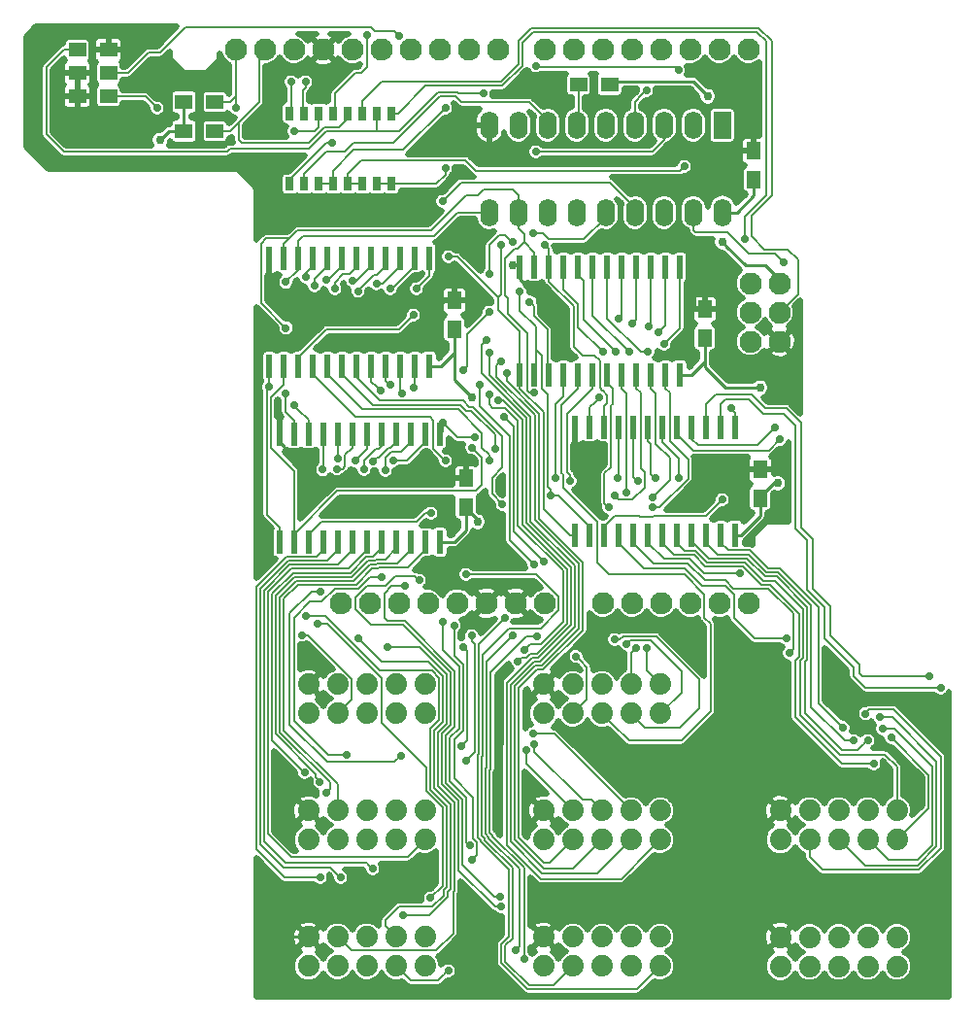
<source format=gtl>
G04 #@! TF.FileFunction,Copper,L1,Top,Signal*
%FSLAX46Y46*%
G04 Gerber Fmt 4.6, Leading zero omitted, Abs format (unit mm)*
G04 Created by KiCad (PCBNEW 4.0.7-e2-6376~58~ubuntu16.04.1) date Mon Aug 13 19:04:16 2018*
%MOMM*%
%LPD*%
G01*
G04 APERTURE LIST*
%ADD10C,0.100000*%
%ADD11R,0.760000X1.250000*%
%ADD12R,0.600000X2.000000*%
%ADD13C,1.879600*%
%ADD14R,1.500000X1.300000*%
%ADD15R,1.250000X1.500000*%
%ADD16R,1.600000X2.400000*%
%ADD17O,1.600000X2.400000*%
%ADD18C,1.930400*%
%ADD19C,0.750000*%
%ADD20C,0.700000*%
%ADD21C,0.225000*%
%ADD22C,0.175000*%
%ADD23C,0.508000*%
G04 APERTURE END LIST*
D10*
D11*
X119761000Y-70131000D03*
X128651000Y-63981000D03*
X121031000Y-70131000D03*
X127381000Y-63981000D03*
X122301000Y-70131000D03*
X126111000Y-63981000D03*
X123571000Y-70131000D03*
X124841000Y-63981000D03*
X124841000Y-70131000D03*
X123571000Y-63981000D03*
X126111000Y-70131000D03*
X122301000Y-63981000D03*
X127381000Y-70131000D03*
X121031000Y-63981000D03*
X128651000Y-70131000D03*
X119761000Y-63981000D03*
D12*
X132865000Y-91940000D03*
X131595000Y-91940000D03*
X130325000Y-91940000D03*
X129055000Y-91940000D03*
X127785000Y-91940000D03*
X126515000Y-91940000D03*
X125245000Y-91940000D03*
X123975000Y-91940000D03*
X122705000Y-91940000D03*
X121435000Y-91940000D03*
X120165000Y-91940000D03*
X118895000Y-91940000D03*
X118895000Y-101340000D03*
X120165000Y-101340000D03*
X121435000Y-101340000D03*
X122705000Y-101340000D03*
X123975000Y-101340000D03*
X125245000Y-101340000D03*
X126515000Y-101340000D03*
X127785000Y-101340000D03*
X129055000Y-101340000D03*
X130325000Y-101340000D03*
X131595000Y-101340000D03*
X132865000Y-101340000D03*
D13*
X172720000Y-135763000D03*
X172720000Y-138303000D03*
X170180000Y-135763000D03*
X170180000Y-138303000D03*
X167640000Y-135763000D03*
X167640000Y-138303000D03*
X165100000Y-135763000D03*
X165100000Y-138303000D03*
X162560000Y-135763000D03*
X162560000Y-138303000D03*
X172720000Y-124714000D03*
X172720000Y-127254000D03*
X170180000Y-124714000D03*
X170180000Y-127254000D03*
X167640000Y-124714000D03*
X167640000Y-127254000D03*
X165100000Y-124714000D03*
X165100000Y-127254000D03*
X162560000Y-124714000D03*
X162560000Y-127254000D03*
X152080000Y-124730000D03*
X152080000Y-127270000D03*
X149540000Y-124730000D03*
X149540000Y-127270000D03*
X147000000Y-124730000D03*
X147000000Y-127270000D03*
X144460000Y-124730000D03*
X144460000Y-127270000D03*
X141920000Y-124730000D03*
X141920000Y-127270000D03*
X131580000Y-113730000D03*
X131580000Y-116270000D03*
X129040000Y-113730000D03*
X129040000Y-116270000D03*
X126500000Y-113730000D03*
X126500000Y-116270000D03*
X123960000Y-113730000D03*
X123960000Y-116270000D03*
X121420000Y-113730000D03*
X121420000Y-116270000D03*
X131580000Y-124730000D03*
X131580000Y-127270000D03*
X129040000Y-124730000D03*
X129040000Y-127270000D03*
X126500000Y-124730000D03*
X126500000Y-127270000D03*
X123960000Y-124730000D03*
X123960000Y-127270000D03*
X121420000Y-124730000D03*
X121420000Y-127270000D03*
X152080000Y-113730000D03*
X152080000Y-116270000D03*
X149540000Y-113730000D03*
X149540000Y-116270000D03*
X147000000Y-113730000D03*
X147000000Y-116270000D03*
X144460000Y-113730000D03*
X144460000Y-116270000D03*
X141920000Y-113730000D03*
X141920000Y-116270000D03*
D14*
X103966000Y-62484000D03*
X101266000Y-62484000D03*
D15*
X134112000Y-80284000D03*
X134112000Y-82784000D03*
X135128000Y-95778000D03*
X135128000Y-98278000D03*
X155956000Y-81046000D03*
X155956000Y-83546000D03*
X160782000Y-95016000D03*
X160782000Y-97516000D03*
X160250000Y-69750000D03*
X160250000Y-67250000D03*
D14*
X110560000Y-62985000D03*
X113260000Y-62985000D03*
X110560000Y-65525000D03*
X113260000Y-65525000D03*
X101266000Y-58420000D03*
X103966000Y-58420000D03*
X103966000Y-60452000D03*
X101266000Y-60452000D03*
D12*
X131953000Y-76580000D03*
X130683000Y-76580000D03*
X129413000Y-76580000D03*
X128143000Y-76580000D03*
X126873000Y-76580000D03*
X125603000Y-76580000D03*
X124333000Y-76580000D03*
X123063000Y-76580000D03*
X121793000Y-76580000D03*
X120523000Y-76580000D03*
X119253000Y-76580000D03*
X117983000Y-76580000D03*
X117983000Y-85980000D03*
X119253000Y-85980000D03*
X120523000Y-85980000D03*
X121793000Y-85980000D03*
X123063000Y-85980000D03*
X124333000Y-85980000D03*
X125603000Y-85980000D03*
X126873000Y-85980000D03*
X128143000Y-85980000D03*
X129413000Y-85980000D03*
X130683000Y-85980000D03*
X131953000Y-85980000D03*
X153797000Y-77342000D03*
X152527000Y-77342000D03*
X151257000Y-77342000D03*
X149987000Y-77342000D03*
X148717000Y-77342000D03*
X147447000Y-77342000D03*
X146177000Y-77342000D03*
X144907000Y-77342000D03*
X143637000Y-77342000D03*
X142367000Y-77342000D03*
X141097000Y-77342000D03*
X139827000Y-77342000D03*
X139827000Y-86742000D03*
X141097000Y-86742000D03*
X142367000Y-86742000D03*
X143637000Y-86742000D03*
X144907000Y-86742000D03*
X146177000Y-86742000D03*
X147447000Y-86742000D03*
X148717000Y-86742000D03*
X149987000Y-86742000D03*
X151257000Y-86742000D03*
X152527000Y-86742000D03*
X153797000Y-86742000D03*
X158623000Y-91312000D03*
X157353000Y-91312000D03*
X156083000Y-91312000D03*
X154813000Y-91312000D03*
X153543000Y-91312000D03*
X152273000Y-91312000D03*
X151003000Y-91312000D03*
X149733000Y-91312000D03*
X148463000Y-91312000D03*
X147193000Y-91312000D03*
X145923000Y-91312000D03*
X144653000Y-91312000D03*
X144653000Y-100712000D03*
X145923000Y-100712000D03*
X147193000Y-100712000D03*
X148463000Y-100712000D03*
X149733000Y-100712000D03*
X151003000Y-100712000D03*
X152273000Y-100712000D03*
X153543000Y-100712000D03*
X154813000Y-100712000D03*
X156083000Y-100712000D03*
X157353000Y-100712000D03*
X158623000Y-100712000D03*
D13*
X131580000Y-135730000D03*
X131580000Y-138270000D03*
X129040000Y-135730000D03*
X129040000Y-138270000D03*
X126500000Y-135730000D03*
X126500000Y-138270000D03*
X123960000Y-135730000D03*
X123960000Y-138270000D03*
X121420000Y-135730000D03*
X121420000Y-138270000D03*
X152080000Y-135730000D03*
X152080000Y-138270000D03*
X149540000Y-135730000D03*
X149540000Y-138270000D03*
X147000000Y-135730000D03*
X147000000Y-138270000D03*
X144460000Y-135730000D03*
X144460000Y-138270000D03*
X141920000Y-135730000D03*
X141920000Y-138270000D03*
D16*
X157500000Y-65000000D03*
D17*
X137180000Y-72620000D03*
X154960000Y-65000000D03*
X139720000Y-72620000D03*
X152420000Y-65000000D03*
X142260000Y-72620000D03*
X149880000Y-65000000D03*
X144800000Y-72620000D03*
X147340000Y-65000000D03*
X147340000Y-72620000D03*
X144800000Y-65000000D03*
X149880000Y-72620000D03*
X142260000Y-65000000D03*
X152420000Y-72620000D03*
X139720000Y-65000000D03*
X154960000Y-72620000D03*
X137180000Y-65000000D03*
X157500000Y-72620000D03*
D14*
X147654000Y-61468000D03*
X144954000Y-61468000D03*
D18*
X131849000Y-106673000D03*
X134389000Y-106673000D03*
X147089000Y-106673000D03*
X149629000Y-106673000D03*
X152169000Y-106673000D03*
X154709000Y-106673000D03*
X157249000Y-106673000D03*
X159789000Y-106673000D03*
X120165000Y-58413000D03*
X159789000Y-58413000D03*
X157249000Y-58413000D03*
X154709000Y-58413000D03*
X152169000Y-58413000D03*
X149629000Y-58413000D03*
X147089000Y-58413000D03*
X144549000Y-58413000D03*
X142009000Y-58413000D03*
X137945000Y-58413000D03*
X135405000Y-58413000D03*
X132865000Y-58413000D03*
X130325000Y-58413000D03*
X127785000Y-58413000D03*
X125245000Y-58413000D03*
X136929000Y-106673000D03*
X139469000Y-106673000D03*
X122705000Y-58413000D03*
X162468700Y-83861260D03*
X126769000Y-106673000D03*
X159928700Y-78783800D03*
X162468700Y-81323800D03*
X124229000Y-106673000D03*
X129309000Y-106673000D03*
X159928700Y-83861260D03*
X159928700Y-81323800D03*
X115085000Y-58413000D03*
X117625000Y-58413000D03*
X162468700Y-78783800D03*
X142009000Y-106673000D03*
D19*
X125730000Y-98552000D03*
X132588000Y-81026000D03*
X126238000Y-96012000D03*
X147320000Y-75184000D03*
X127508000Y-81534000D03*
X135890000Y-139192000D03*
X155702000Y-135890000D03*
X159512000Y-61976000D03*
X138002554Y-118618000D03*
X159004000Y-95016000D03*
X119126000Y-126746000D03*
X139238504Y-77216000D03*
X136373500Y-80010000D03*
X157734000Y-86360000D03*
D20*
X117094000Y-138430000D03*
D19*
X146558000Y-120650000D03*
X137414000Y-134366000D03*
X137906543Y-122682000D03*
X135507367Y-94088191D03*
X138176000Y-96012000D03*
X156210000Y-94996000D03*
X148336000Y-112522000D03*
X143485017Y-81154493D03*
X154672000Y-81026000D03*
X145542000Y-94742000D03*
X105410000Y-58166000D03*
X118618000Y-60198000D03*
D20*
X119380000Y-88392000D03*
X119452800Y-82664600D03*
X141116631Y-88292012D03*
X146757205Y-88748459D03*
X135636000Y-93077013D03*
X142562574Y-97282000D03*
X139815129Y-79513871D03*
X139192000Y-75184000D03*
X137160000Y-77978008D03*
X132080002Y-98806000D03*
X140970000Y-74422000D03*
X137160000Y-81280000D03*
X134865810Y-86360000D03*
X133096000Y-71628000D03*
X130556000Y-81534000D03*
X140704130Y-80402872D03*
X162841800Y-76932300D03*
X157498800Y-97627700D03*
X141986004Y-75438000D03*
X120142000Y-89408000D03*
X119433600Y-78677500D03*
X135890000Y-92202000D03*
X133096000Y-90931994D03*
X130810000Y-79248000D03*
X152400000Y-84074000D03*
X158242000Y-89662000D03*
X150876000Y-61976010D03*
X129286000Y-57196000D03*
X108204000Y-63500000D03*
X122174000Y-108458000D03*
X132037468Y-132338907D03*
X125476000Y-94234000D03*
X121066645Y-121398845D03*
X123698010Y-79248000D03*
X134112000Y-108607490D03*
X127693893Y-88160708D03*
X135636000Y-129032000D03*
X137939116Y-88977809D03*
X139674199Y-111734199D03*
X151003000Y-84749000D03*
D19*
X157480000Y-75184000D03*
X156210000Y-62484000D03*
X136144000Y-99568000D03*
X135636000Y-88695490D03*
X162319990Y-96202500D03*
X108458000Y-66294000D03*
X160782000Y-87884000D03*
D20*
X134724514Y-119126000D03*
X134874000Y-110490000D03*
X126238000Y-94995992D03*
X121210110Y-107748110D03*
X123892281Y-94951499D03*
X133604000Y-138684000D03*
X135636000Y-109474000D03*
X135128000Y-120396000D03*
X127052110Y-94286110D03*
X125730000Y-109728010D03*
X123964866Y-94079503D03*
X129644510Y-133858000D03*
X128120510Y-95096093D03*
X122428000Y-105665104D03*
X129465103Y-119962897D03*
X128270000Y-110490000D03*
X122667270Y-95021248D03*
X127762000Y-104393994D03*
X124714000Y-119888000D03*
X128778000Y-94234000D03*
X122382395Y-122219605D03*
X127000000Y-129794000D03*
X122936000Y-123190000D03*
X124206000Y-130556000D03*
X122427998Y-130556000D03*
X125269874Y-78581748D03*
X122936000Y-78486000D03*
X125730000Y-79458990D03*
X121919988Y-78994000D03*
X127328796Y-78814804D03*
X121158000Y-78232000D03*
X128524000Y-79248000D03*
X120811407Y-109420578D03*
X138540148Y-107932811D03*
X138325500Y-98044000D03*
X135458562Y-127757703D03*
X133095998Y-108257479D03*
X128524000Y-87629996D03*
X140208000Y-137668000D03*
X141371142Y-109578510D03*
X137668004Y-93218000D03*
X129794000Y-105156000D03*
X138092915Y-132224941D03*
X129540000Y-88392000D03*
X139446000Y-136905982D03*
X139192000Y-109473992D03*
X137160000Y-94234000D03*
X131064000Y-104648006D03*
X138176000Y-133096000D03*
X130556000Y-87884000D03*
X135128000Y-104140002D03*
X133350000Y-94234008D03*
X148463000Y-81851000D03*
X136906000Y-83693000D03*
X137203077Y-88504636D03*
X140960700Y-118037212D03*
X140235060Y-110710142D03*
X149352000Y-84749000D03*
X137160000Y-84836000D03*
X149606000Y-82296000D03*
X138430001Y-90424001D03*
X141090118Y-118902600D03*
X141903046Y-103030712D03*
X148209000Y-84749000D03*
X138176000Y-85598000D03*
X151101551Y-82531034D03*
X136350718Y-87584270D03*
X140377405Y-119410228D03*
X141074510Y-103312091D03*
X147066000Y-84749000D03*
X138684010Y-86614000D03*
X151892000Y-83058000D03*
X150878662Y-110532534D03*
X149166109Y-97005297D03*
X149165524Y-110182521D03*
X147574000Y-98298000D03*
X150003649Y-110532532D03*
X148081992Y-97282000D03*
X148082000Y-109832510D03*
X144237597Y-96012004D03*
X151384000Y-97422987D03*
X151384000Y-98298000D03*
X142937585Y-95744921D03*
X144732867Y-111287975D03*
X153670000Y-95758000D03*
X162496500Y-92392500D03*
X151638000Y-95758000D03*
X162115500Y-91313000D03*
X150114000Y-96012000D03*
X175514000Y-113030000D03*
X148336000Y-95758000D03*
X176530000Y-114046000D03*
X172212000Y-118364000D03*
X170688000Y-120650000D03*
X170180000Y-118618000D03*
X171450000Y-117602000D03*
X159004447Y-104062055D03*
X168910000Y-118618000D03*
X171196000Y-116586000D03*
X163322000Y-110998000D03*
X168012761Y-117499502D03*
X163068000Y-109728000D03*
X169978110Y-116279890D03*
X133604000Y-76454000D03*
X138175994Y-75438000D03*
X117956000Y-87804700D03*
X126492000Y-57150000D03*
X120142000Y-65532000D03*
X115062000Y-63500000D03*
X136665000Y-62176521D03*
X121158000Y-61214000D03*
X123444010Y-66548000D03*
X159472163Y-74949918D03*
X141224000Y-59839490D03*
X119888000Y-61214000D03*
X153670000Y-60198000D03*
X133350000Y-63500000D03*
X154178000Y-68580000D03*
X133350008Y-68747010D03*
X141224000Y-67310000D03*
D21*
X134112000Y-80284000D02*
X133330000Y-80284000D01*
X133330000Y-80284000D02*
X132588000Y-81026000D01*
X128493105Y-95778000D02*
X128259105Y-96012000D01*
X128259105Y-96012000D02*
X126238000Y-96012000D01*
X124443491Y-95873209D02*
X122128209Y-95873209D01*
X127747915Y-95778000D02*
X124538700Y-95778000D01*
X127778509Y-95808594D02*
X127747915Y-95778000D01*
X128493105Y-95778000D02*
X128462511Y-95808594D01*
X118895000Y-92640000D02*
X118895000Y-91940000D01*
X135128000Y-95778000D02*
X128493105Y-95778000D01*
X124538700Y-95778000D02*
X124443491Y-95873209D01*
X128462511Y-95808594D02*
X127778509Y-95808594D01*
X122128209Y-95873209D02*
X118895000Y-92640000D01*
X155046999Y-76855001D02*
X155046999Y-76639497D01*
X155046999Y-76639497D02*
X153591502Y-75184000D01*
X153591502Y-75184000D02*
X147320000Y-75184000D01*
X154672000Y-81026000D02*
X155046999Y-80651001D01*
X155046999Y-80651001D02*
X155046999Y-76855001D01*
X134112000Y-80284000D02*
X128758000Y-80284000D01*
X128758000Y-80284000D02*
X127508000Y-81534000D01*
X137414000Y-134366000D02*
X137414000Y-137668000D01*
X137414000Y-137668000D02*
X135890000Y-139192000D01*
X160934402Y-134874000D02*
X156718000Y-134874000D01*
X156718000Y-134874000D02*
X155702000Y-135890000D01*
X160985201Y-134823201D02*
X160934402Y-134874000D01*
X162560000Y-135763000D02*
X161620201Y-134823201D01*
X161620201Y-134823201D02*
X160985201Y-134823201D01*
X160250000Y-67250000D02*
X160250000Y-62714000D01*
X160250000Y-62714000D02*
X159512000Y-61976000D01*
X146558000Y-120650000D02*
X146932999Y-121024999D01*
X146932999Y-121024999D02*
X158714999Y-121024999D01*
X158714999Y-121024999D02*
X162404000Y-124714000D01*
X162404000Y-124714000D02*
X162560000Y-124714000D01*
X137906543Y-118714011D02*
X138002554Y-118618000D01*
X137906543Y-122682000D02*
X137906543Y-118714011D01*
X160782000Y-95016000D02*
X159004000Y-95016000D01*
X159004000Y-95016000D02*
X156230000Y-95016000D01*
X121420000Y-124730000D02*
X119404000Y-126746000D01*
X119404000Y-126746000D02*
X119126000Y-126746000D01*
X121739801Y-59378199D02*
X122705000Y-58413000D01*
X103966000Y-58420000D02*
X105156000Y-58420000D01*
X105156000Y-58420000D02*
X105410000Y-58166000D01*
X139238504Y-77216000D02*
X139701000Y-77216000D01*
X139701000Y-77216000D02*
X139827000Y-77342000D01*
X134112000Y-80284000D02*
X136099500Y-80284000D01*
X136099500Y-80284000D02*
X136373500Y-80010000D01*
X162468700Y-83861260D02*
X159969960Y-86360000D01*
X159969960Y-86360000D02*
X157734000Y-86360000D01*
X117094000Y-138430000D02*
X117094000Y-138924974D01*
X117094000Y-138924974D02*
X117107026Y-138938000D01*
X117107026Y-138938000D02*
X117602000Y-138938000D01*
X136144000Y-136144000D02*
X136144000Y-135636000D01*
X136144000Y-135636000D02*
X137414000Y-134366000D01*
X136144000Y-139446000D02*
X136144000Y-136144000D01*
X134874000Y-140716000D02*
X136144000Y-139446000D01*
X132626502Y-140716000D02*
X134874000Y-140716000D01*
X129540000Y-140716000D02*
X132626502Y-140716000D01*
X119380000Y-140716000D02*
X129540000Y-140716000D01*
X117602000Y-138938000D02*
X119380000Y-140716000D01*
X117602000Y-138218923D02*
X117602000Y-138938000D01*
X121420000Y-135730000D02*
X120090923Y-135730000D01*
X120090923Y-135730000D02*
X117602000Y-138218923D01*
X141920000Y-113730000D02*
X142859799Y-112790201D01*
X142859799Y-112107714D02*
X144477513Y-110490000D01*
X144995498Y-110490000D02*
X146652499Y-112147001D01*
X147961001Y-112147001D02*
X148336000Y-112522000D01*
X146652499Y-112147001D02*
X147961001Y-112147001D01*
X144477513Y-110490000D02*
X144995498Y-110490000D01*
X142859799Y-112790201D02*
X142859799Y-112107714D01*
X135128000Y-95778000D02*
X135128000Y-94467558D01*
X135132368Y-94463190D02*
X135507367Y-94088191D01*
X135128000Y-94467558D02*
X135132368Y-94463190D01*
X156230000Y-95016000D02*
X156210000Y-94996000D01*
X134112000Y-80284000D02*
X119400000Y-80284000D01*
X119400000Y-80284000D02*
X117983000Y-78867000D01*
X117983000Y-78867000D02*
X117983000Y-77880000D01*
X117983000Y-77880000D02*
X117983000Y-76580000D01*
X139827000Y-77342000D02*
X139827000Y-78359000D01*
X139827000Y-78359000D02*
X142147494Y-80679494D01*
X143010018Y-80679494D02*
X143485017Y-81154493D01*
X142147494Y-80679494D02*
X143010018Y-80679494D01*
X155956000Y-81046000D02*
X154692000Y-81046000D01*
X154692000Y-81046000D02*
X154672000Y-81026000D01*
X144653000Y-93853000D02*
X145067001Y-94267001D01*
X145067001Y-94267001D02*
X145542000Y-94742000D01*
X144653000Y-91312000D02*
X144653000Y-93853000D01*
X137180000Y-65000000D02*
X137180000Y-65400000D01*
X153476000Y-67250000D02*
X160250000Y-67250000D01*
X152591000Y-68135000D02*
X153476000Y-67250000D01*
X138815000Y-68135000D02*
X152591000Y-68135000D01*
X137180000Y-66500000D02*
X138815000Y-68135000D01*
X137180000Y-65400000D02*
X137180000Y-66500000D01*
X121294999Y-59823001D02*
X121739801Y-59378199D01*
X118618000Y-60198000D02*
X118992999Y-59823001D01*
X118992999Y-59823001D02*
X121294999Y-59823001D01*
D22*
X119380000Y-88922330D02*
X119380000Y-88392000D01*
X119380000Y-89955000D02*
X119380000Y-88922330D01*
X120165000Y-90740000D02*
X119380000Y-89955000D01*
X119452800Y-82664600D02*
X117259200Y-80471000D01*
X140233200Y-75209200D02*
X139645899Y-75796501D01*
X139645899Y-75796501D02*
X139369099Y-75796501D01*
X139369099Y-75796501D02*
X138526004Y-76639596D01*
X138780010Y-80117422D02*
X138780010Y-81424110D01*
X138780010Y-81424110D02*
X140479600Y-83123700D01*
X138526004Y-79863416D02*
X138780010Y-80117422D01*
X140233200Y-75209200D02*
X140233200Y-74508200D01*
X140233200Y-74508200D02*
X139720000Y-73995000D01*
X140679541Y-88292012D02*
X141116631Y-88292012D01*
X140479600Y-88092070D02*
X140679541Y-88292012D01*
X140479600Y-83123700D02*
X140479600Y-88092070D01*
X138526004Y-76639596D02*
X138526004Y-79863416D01*
X139720000Y-73995000D02*
X139720000Y-72620000D01*
X139720000Y-71140000D02*
X139720000Y-72620000D01*
X146382206Y-89123458D02*
X146757205Y-88748459D01*
X145923000Y-89582664D02*
X146382206Y-89123458D01*
X145923000Y-91312000D02*
X145923000Y-89582664D01*
X120165000Y-91940000D02*
X120165000Y-90740000D01*
X141097000Y-76073000D02*
X140233200Y-75209200D01*
X141097000Y-77342000D02*
X141097000Y-76073000D01*
X119788000Y-74845000D02*
X120465000Y-74168000D01*
X120465000Y-74168000D02*
X132080000Y-74168000D01*
X132080000Y-74168000D02*
X135128000Y-71120000D01*
X135128000Y-71120000D02*
X136144000Y-71120000D01*
X136144000Y-71120000D02*
X136652000Y-70612000D01*
X139192000Y-70612000D02*
X139720000Y-71140000D01*
X136652000Y-70612000D02*
X139192000Y-70612000D01*
X119253000Y-75380000D02*
X119788000Y-74845000D01*
X119253000Y-76580000D02*
X119253000Y-75380000D01*
X117743900Y-74845000D02*
X119788000Y-74845000D01*
X117259200Y-75329700D02*
X117743900Y-74845000D01*
X117259200Y-80471000D02*
X117259200Y-75329700D01*
X135985999Y-93427012D02*
X135636000Y-93077013D01*
X120165000Y-101340000D02*
X120165000Y-100640000D01*
X136547499Y-96363503D02*
X136547499Y-93988512D01*
X123926999Y-96878001D02*
X136033001Y-96878001D01*
X120165000Y-100640000D02*
X123926999Y-96878001D01*
X136547499Y-93988512D02*
X135985999Y-93427012D01*
X136033001Y-96878001D02*
X136547499Y-96363503D01*
X118132810Y-88732688D02*
X118132810Y-93085312D01*
X118132810Y-93085312D02*
X120165000Y-95117502D01*
X120165000Y-100165000D02*
X120165000Y-101340000D01*
X120165000Y-95117502D02*
X120165000Y-100165000D01*
X119253000Y-85980000D02*
X119253000Y-87612498D01*
X119253000Y-87612498D02*
X118132810Y-88732688D01*
X141224000Y-84582000D02*
X141743200Y-85101200D01*
X143193000Y-97282000D02*
X143092904Y-97282000D01*
X142562574Y-96751670D02*
X142562574Y-97282000D01*
X141743200Y-87956579D02*
X142287575Y-88500954D01*
X142287575Y-96476671D02*
X142562574Y-96751670D01*
X143092904Y-97282000D02*
X142562574Y-97282000D01*
X145923000Y-100012000D02*
X143193000Y-97282000D01*
X145923000Y-100712000D02*
X145923000Y-100012000D01*
X142287575Y-88500954D02*
X142287575Y-96476671D01*
X141743200Y-85101200D02*
X141743200Y-87956579D01*
X139815129Y-80044201D02*
X139815129Y-79513871D01*
X139815129Y-81163459D02*
X139815129Y-80044201D01*
X141224000Y-84582000D02*
X141224000Y-82572330D01*
X141224000Y-82572330D02*
X139815129Y-81163459D01*
X141097000Y-86742000D02*
X141224000Y-86615000D01*
X141224000Y-86615000D02*
X141224000Y-84582000D01*
X121435000Y-101340000D02*
X121435000Y-100640000D01*
X131585028Y-98806000D02*
X132080002Y-98806000D01*
X121435000Y-100640000D02*
X122507000Y-99568000D01*
X122507000Y-99568000D02*
X130823028Y-99568000D01*
X130823028Y-99568000D02*
X131585028Y-98806000D01*
X138842001Y-74834001D02*
X139192000Y-75184000D01*
X138588001Y-74580001D02*
X138842001Y-74834001D01*
X137160000Y-75451026D02*
X138031025Y-74580001D01*
X138031025Y-74580001D02*
X138588001Y-74580001D01*
X137160000Y-77978008D02*
X137160000Y-75451026D01*
X142384506Y-74930000D02*
X145430000Y-74930000D01*
X147340000Y-73020000D02*
X147340000Y-72620000D01*
X145430000Y-74930000D02*
X147340000Y-73020000D01*
X140970000Y-74422000D02*
X141876506Y-74422000D01*
X141876506Y-74422000D02*
X142384506Y-74930000D01*
X134865810Y-86360000D02*
X135215809Y-86010001D01*
X135215809Y-86010001D02*
X135215809Y-83224191D01*
X135215809Y-83224191D02*
X137160000Y-81280000D01*
X133096000Y-71628000D02*
X134716008Y-70007992D01*
X147667992Y-70007992D02*
X149880000Y-72220000D01*
X134716008Y-70007992D02*
X147667992Y-70007992D01*
X149880000Y-72220000D02*
X149880000Y-72620000D01*
X122999000Y-82804000D02*
X129286000Y-82804000D01*
X129286000Y-82804000D02*
X130556000Y-81534000D01*
X120523000Y-85980000D02*
X120523000Y-85280000D01*
X120523000Y-85280000D02*
X122999000Y-82804000D01*
X142367000Y-86742000D02*
X142240000Y-86615000D01*
X142240000Y-86615000D02*
X142240000Y-82804000D01*
X142240000Y-82804000D02*
X141079129Y-81643129D01*
X141079129Y-81643129D02*
X141079129Y-80777871D01*
X141079129Y-80777871D02*
X140704130Y-80402872D01*
X162109500Y-76200000D02*
X162841800Y-76932300D01*
X159766000Y-76200000D02*
X162109500Y-76200000D01*
X154960000Y-74120300D02*
X155175100Y-74335400D01*
X157901400Y-74335400D02*
X159766000Y-76200000D01*
X154960000Y-72620000D02*
X154960000Y-74120300D01*
X155175100Y-74335400D02*
X157901400Y-74335400D01*
X148145000Y-99060000D02*
X150223498Y-99060000D01*
X147193000Y-100012000D02*
X148145000Y-99060000D01*
X156066500Y-99060000D02*
X157148801Y-97977699D01*
X147193000Y-100712000D02*
X147193000Y-100012000D01*
X150327999Y-99164501D02*
X151424001Y-99164501D01*
X150223498Y-99060000D02*
X150327999Y-99164501D01*
X151424001Y-99164501D02*
X151528502Y-99060000D01*
X151528502Y-99060000D02*
X156066500Y-99060000D01*
X157148801Y-97977699D02*
X157498800Y-97627700D01*
X142336003Y-75787999D02*
X141986004Y-75438000D01*
X142367000Y-75818996D02*
X142336003Y-75787999D01*
X142367000Y-77342000D02*
X142367000Y-75818996D01*
X147462002Y-88534002D02*
X147462002Y-89212002D01*
X147066000Y-88138000D02*
X147462002Y-88534002D01*
X142367000Y-78613000D02*
X144526000Y-80772000D01*
X146812000Y-85536998D02*
X146812000Y-87902002D01*
X146812000Y-87902002D02*
X147047998Y-88138000D01*
X142367000Y-77342000D02*
X142367000Y-78613000D01*
X144526000Y-80772000D02*
X144526000Y-84328000D01*
X145288000Y-85090000D02*
X146365002Y-85090000D01*
X144526000Y-84328000D02*
X145288000Y-85090000D01*
X146365002Y-85090000D02*
X146812000Y-85536998D01*
X147047998Y-88138000D02*
X147066000Y-88138000D01*
X147462002Y-89212002D02*
X147193000Y-89481004D01*
X147193000Y-89481004D02*
X147193000Y-90112000D01*
X147193000Y-90112000D02*
X147193000Y-91312000D01*
X120516999Y-89782999D02*
X120142000Y-89408000D01*
X121435000Y-90701000D02*
X120516999Y-89782999D01*
X121435000Y-91940000D02*
X121435000Y-90701000D01*
X137180000Y-72620000D02*
X134390000Y-72620000D01*
X120523000Y-76580000D02*
X120523000Y-77597000D01*
X120523000Y-77597000D02*
X120396000Y-77724000D01*
X120396000Y-77724000D02*
X120387100Y-77724000D01*
X120387100Y-77724000D02*
X119433600Y-78677500D01*
X120523000Y-75057000D02*
X120523000Y-76580000D01*
X120904000Y-74676000D02*
X120523000Y-75057000D01*
X132334000Y-74676000D02*
X120904000Y-74676000D01*
X134390000Y-72620000D02*
X132334000Y-74676000D01*
X134366006Y-92202000D02*
X135395026Y-92202000D01*
X133096000Y-90931994D02*
X134366006Y-92202000D01*
X135395026Y-92202000D02*
X135890000Y-92202000D01*
X133096000Y-91426968D02*
X133096000Y-90931994D01*
X133096000Y-91709000D02*
X133096000Y-91426968D01*
X132865000Y-91940000D02*
X133096000Y-91709000D01*
X130810000Y-79248000D02*
X131953000Y-78105000D01*
X131953000Y-78105000D02*
X131953000Y-76580000D01*
X152774999Y-83699001D02*
X152400000Y-84074000D01*
X153797000Y-82677000D02*
X152774999Y-83699001D01*
X153797000Y-77342000D02*
X153797000Y-82677000D01*
X158623000Y-90043000D02*
X158623000Y-91312000D01*
X158242000Y-89662000D02*
X158623000Y-90043000D01*
X150526001Y-62326009D02*
X150876000Y-61976010D01*
X149880000Y-62972010D02*
X150526001Y-62326009D01*
X149880000Y-65000000D02*
X149880000Y-62972010D01*
X129286000Y-57196000D02*
X128911000Y-56821000D01*
X107442000Y-58674000D02*
X105671000Y-60445000D01*
X128911000Y-56821000D02*
X127179000Y-56821000D01*
X127179000Y-56821000D02*
X126833000Y-56475000D01*
X126833000Y-56475000D02*
X110673000Y-56475000D01*
X105671000Y-60445000D02*
X103989000Y-60445000D01*
X110673000Y-56475000D02*
X108474000Y-58674000D01*
X108474000Y-58674000D02*
X107442000Y-58674000D01*
X108204000Y-63500000D02*
X107188000Y-62484000D01*
X107188000Y-62484000D02*
X103966000Y-62484000D01*
X103962500Y-62480500D02*
X103955500Y-62473500D01*
X147340000Y-65000000D02*
X147340000Y-64600000D01*
X133096000Y-131280375D02*
X133096000Y-124466594D01*
X122668974Y-108458000D02*
X122174000Y-108458000D01*
X131661927Y-123032521D02*
X131661927Y-120993927D01*
X132037468Y-132338907D02*
X133096000Y-131280375D01*
X127762000Y-117094000D02*
X127762000Y-113161495D01*
X127762000Y-113161495D02*
X123058505Y-108458000D01*
X133096000Y-124466594D02*
X131661927Y-123032521D01*
X131661927Y-120993927D02*
X127762000Y-117094000D01*
X123058505Y-108458000D02*
X122668974Y-108458000D01*
X125476000Y-94234000D02*
X126515000Y-93195000D01*
X126515000Y-93195000D02*
X126515000Y-91940000D01*
X127785000Y-101842502D02*
X127025001Y-102602501D01*
X120716646Y-121048846D02*
X121066645Y-121398845D01*
X120064497Y-104002545D02*
X118233958Y-105833082D01*
X118233958Y-105833082D02*
X118233958Y-118566158D01*
X118233958Y-118566158D02*
X120716646Y-121048846D01*
X125047443Y-104002545D02*
X120064497Y-104002545D01*
X127785000Y-101340000D02*
X127785000Y-101842502D01*
X126447487Y-102602501D02*
X125047443Y-104002545D01*
X127025001Y-102602501D02*
X126447487Y-102602501D01*
X125603000Y-76580000D02*
X125603000Y-77343000D01*
X125603000Y-77343000D02*
X124968000Y-77978000D01*
X124968000Y-77978000D02*
X124968000Y-77975000D01*
X124968000Y-77975000D02*
X124965000Y-77978000D01*
X124965000Y-77978000D02*
X124437680Y-77978000D01*
X124437680Y-77978000D02*
X123698010Y-78717670D01*
X123698010Y-78717670D02*
X123698010Y-79248000D01*
X134112000Y-109102464D02*
X134112000Y-108607490D01*
X134112000Y-111252000D02*
X134112000Y-109102464D01*
X134112004Y-121920004D02*
X134112004Y-118487336D01*
X134882364Y-112022364D02*
X134112000Y-111252000D01*
X134112004Y-118487336D02*
X134882364Y-117716976D01*
X134882364Y-117716976D02*
X134882364Y-112022364D01*
X136071064Y-127463701D02*
X135752564Y-127145201D01*
X135752564Y-123560564D02*
X134112004Y-121920004D01*
X136071064Y-128596936D02*
X136071064Y-127463701D01*
X135636000Y-129032000D02*
X136071064Y-128596936D01*
X135752564Y-127145201D02*
X135752564Y-123560564D01*
X126873000Y-85980000D02*
X126873000Y-87339815D01*
X127343894Y-87810709D02*
X127693893Y-88160708D01*
X126873000Y-87339815D02*
X127343894Y-87810709D01*
X141298485Y-111052658D02*
X143936721Y-108414422D01*
X140050011Y-99776185D02*
X140050011Y-90642519D01*
X140050011Y-90642519D02*
X138385301Y-88977809D01*
X143936721Y-108414422D02*
X143936721Y-103662895D01*
X139674199Y-111734199D02*
X140024198Y-111384200D01*
X140438601Y-111384200D02*
X140770143Y-111052658D01*
X140770143Y-111052658D02*
X141298485Y-111052658D01*
X140024198Y-111384200D02*
X140438601Y-111384200D01*
X143936721Y-103662895D02*
X140050011Y-99776185D01*
X138385301Y-88977809D02*
X137939116Y-88977809D01*
X147447000Y-77342000D02*
X147447000Y-81834002D01*
X147447000Y-81834002D02*
X150361998Y-84749000D01*
X150361998Y-84749000D02*
X151003000Y-84749000D01*
D21*
X147654000Y-61468000D02*
X147754000Y-61468000D01*
X147754000Y-61468000D02*
X148008000Y-61214000D01*
X148008000Y-61214000D02*
X154940000Y-61214000D01*
X154940000Y-61214000D02*
X156210000Y-62484000D01*
X157854999Y-75558999D02*
X157480000Y-75184000D01*
X159512000Y-77216000D02*
X157854999Y-75558999D01*
X161222800Y-77216000D02*
X159512000Y-77216000D01*
X162469000Y-78462200D02*
X161222800Y-77216000D01*
X135128000Y-98278000D02*
X135128000Y-98403000D01*
X135128000Y-98403000D02*
X136144000Y-99419000D01*
X136144000Y-99419000D02*
X136144000Y-99568000D01*
X134112000Y-84836000D02*
X134112000Y-87171490D01*
X134112000Y-87171490D02*
X135261001Y-88320491D01*
X135261001Y-88320491D02*
X135636000Y-88695490D01*
X160782000Y-97516000D02*
X160782000Y-97391000D01*
X160782000Y-97391000D02*
X161970500Y-96202500D01*
X161970500Y-96202500D02*
X162319990Y-96202500D01*
X121396000Y-127270000D02*
X121420000Y-127270000D01*
X110560000Y-65525000D02*
X109227000Y-65525000D01*
X109227000Y-65525000D02*
X108458000Y-66294000D01*
X110560000Y-62985000D02*
X110560000Y-65525000D01*
X157734000Y-87884000D02*
X160782000Y-87884000D01*
X155956000Y-86106000D02*
X157734000Y-87884000D01*
X155956000Y-85598000D02*
X155956000Y-86106000D01*
X155956000Y-83546000D02*
X155956000Y-85598000D01*
X154812000Y-86742000D02*
X153797000Y-86742000D01*
X155956000Y-85598000D02*
X154812000Y-86742000D01*
X134112000Y-82784000D02*
X134112000Y-84836000D01*
X132968000Y-85980000D02*
X131953000Y-85980000D01*
X134112000Y-84836000D02*
X132968000Y-85980000D01*
X134118000Y-101340000D02*
X132865000Y-101340000D01*
X135128000Y-100330000D02*
X134118000Y-101340000D01*
X135128000Y-98278000D02*
X135128000Y-100330000D01*
X160250000Y-71144000D02*
X160250000Y-69750000D01*
X158774000Y-72620000D02*
X160250000Y-71144000D01*
X157500000Y-72620000D02*
X158774000Y-72620000D01*
X162469000Y-78783800D02*
X162469000Y-78462200D01*
X162469000Y-78462200D02*
X162469000Y-78140700D01*
X162468700Y-78462500D02*
X162468700Y-78783800D01*
X162469000Y-78462200D02*
X162468700Y-78462500D01*
X159130000Y-100712000D02*
X158623000Y-100712000D01*
X160782000Y-99060000D02*
X159130000Y-100712000D01*
X160782000Y-97516000D02*
X160782000Y-99060000D01*
D22*
X135232374Y-118618140D02*
X135074513Y-118776001D01*
X134874000Y-110490000D02*
X135232374Y-110848374D01*
X135232374Y-110848374D02*
X135232374Y-118618140D01*
X135074513Y-118776001D02*
X134724514Y-119126000D01*
X127785000Y-92941000D02*
X127508000Y-93218000D01*
X127508000Y-93218000D02*
X127254000Y-93218000D01*
X126238000Y-94234000D02*
X126238000Y-94501018D01*
X127254000Y-93218000D02*
X126238000Y-94234000D01*
X127785000Y-91940000D02*
X127785000Y-92941000D01*
X126238000Y-94501018D02*
X126238000Y-94995992D01*
X128100201Y-134790201D02*
X128100201Y-134281799D01*
X121705084Y-107748110D02*
X121210110Y-107748110D01*
X127623195Y-112527699D02*
X122843606Y-107748110D01*
X132157105Y-112527699D02*
X127623195Y-112527699D01*
X132782301Y-113152895D02*
X132157105Y-112527699D01*
X129286000Y-133096000D02*
X132224502Y-133096000D01*
X128100201Y-134281799D02*
X129286000Y-133096000D01*
X133446011Y-131425354D02*
X133446010Y-124321614D01*
X129040000Y-135730000D02*
X128100201Y-134790201D01*
X132224502Y-133096000D02*
X133192010Y-132128492D01*
X122843606Y-107748110D02*
X121705084Y-107748110D01*
X133192010Y-131679355D02*
X133446011Y-131425354D01*
X133446010Y-124321614D02*
X132011938Y-122887542D01*
X132011938Y-122887542D02*
X132011938Y-117617462D01*
X133192010Y-132128492D02*
X133192010Y-131679355D01*
X132011938Y-117617462D02*
X132782301Y-116847099D01*
X132782301Y-116847099D02*
X132782301Y-113152895D01*
X124609490Y-94729264D02*
X124387255Y-94951499D01*
X124609490Y-93750510D02*
X124609490Y-94729264D01*
X125245000Y-93115000D02*
X124609490Y-93750510D01*
X124387255Y-94951499D02*
X123892281Y-94951499D01*
X125245000Y-91940000D02*
X125245000Y-93115000D01*
X132746001Y-139541999D02*
X133254001Y-139033999D01*
X129040000Y-138270000D02*
X130311999Y-139541999D01*
X133254001Y-139033999D02*
X133604000Y-138684000D01*
X130311999Y-139541999D02*
X132746001Y-139541999D01*
X135636000Y-109968974D02*
X135636000Y-109474000D01*
X135128000Y-120396000D02*
X135890000Y-119634000D01*
X135890000Y-119634000D02*
X135890000Y-110222974D01*
X135890000Y-110222974D02*
X135636000Y-109968974D01*
X128580000Y-93115000D02*
X128373000Y-93115000D01*
X129055000Y-92640000D02*
X128580000Y-93115000D01*
X127551889Y-93936111D02*
X127402109Y-93936111D01*
X129055000Y-91940000D02*
X129055000Y-92640000D01*
X127402109Y-93936111D02*
X127052110Y-94286110D01*
X128373000Y-93115000D02*
X127551889Y-93936111D01*
X131957492Y-133858000D02*
X133542021Y-132273471D01*
X126079999Y-110078009D02*
X125730000Y-109728010D01*
X127761990Y-111760000D02*
X126079999Y-110078009D01*
X132361949Y-117762441D02*
X133132312Y-116992078D01*
X133132312Y-116992078D02*
X133132311Y-113007915D01*
X133796020Y-124176634D02*
X132361949Y-122742563D01*
X133796021Y-131570332D02*
X133796020Y-124176634D01*
X133542021Y-131824334D02*
X133796021Y-131570332D01*
X129644510Y-133858000D02*
X131957492Y-133858000D01*
X133542021Y-132273471D02*
X133542021Y-131824334D01*
X133132311Y-113007915D02*
X131884396Y-111760000D01*
X131884396Y-111760000D02*
X127761990Y-111760000D01*
X132361949Y-122742563D02*
X132361949Y-117762441D01*
X123975000Y-94069369D02*
X123964866Y-94079503D01*
X123975000Y-91940000D02*
X123975000Y-94069369D01*
X128120510Y-94601119D02*
X128120510Y-95096093D01*
X128633498Y-93472000D02*
X128120510Y-93984988D01*
X129493000Y-93472000D02*
X128633498Y-93472000D01*
X130325000Y-91940000D02*
X130325000Y-92640000D01*
X130325000Y-92640000D02*
X129493000Y-93472000D01*
X128120510Y-93984988D02*
X128120510Y-94601119D01*
X121679009Y-105665104D02*
X121933026Y-105665104D01*
X123040501Y-120500501D02*
X119791990Y-117251990D01*
X129465103Y-119962897D02*
X128927499Y-120500501D01*
X119791990Y-117251990D02*
X119791990Y-107552123D01*
X128927499Y-120500501D02*
X123040501Y-120500501D01*
X121933026Y-105665104D02*
X122428000Y-105665104D01*
X119791990Y-107552123D02*
X121679009Y-105665104D01*
X134146032Y-131715310D02*
X134146030Y-131425350D01*
X131109386Y-110490000D02*
X128764974Y-110490000D01*
X133482321Y-112862935D02*
X131109386Y-110490000D01*
X132711960Y-122597584D02*
X132711960Y-117907420D01*
X132711960Y-117907420D02*
X133482322Y-117137056D01*
X134146030Y-124031654D02*
X132711960Y-122597584D01*
X134146030Y-131425350D02*
X134146030Y-124031654D01*
X134050022Y-135443978D02*
X134050022Y-131811320D01*
X125162301Y-136932301D02*
X132561699Y-136932301D01*
X132561699Y-136932301D02*
X134050022Y-135443978D01*
X123960000Y-135730000D02*
X125162301Y-136932301D01*
X128764974Y-110490000D02*
X128270000Y-110490000D01*
X133482322Y-117137056D02*
X133482321Y-112862935D01*
X134050022Y-131811320D02*
X134146032Y-131715310D01*
X122705000Y-94983518D02*
X122667270Y-95021248D01*
X122705000Y-91940000D02*
X122705000Y-94983518D01*
X124714000Y-119888000D02*
X123147594Y-119888000D01*
X123147594Y-119888000D02*
X120142000Y-116882406D01*
X120142000Y-116882406D02*
X120142000Y-107950000D01*
X120142000Y-107950000D02*
X121561499Y-106530501D01*
X121561499Y-106530501D02*
X122577499Y-106530501D01*
X122577499Y-106530501D02*
X123698000Y-105410000D01*
X123698000Y-105410000D02*
X125730000Y-105410000D01*
X125730000Y-105410000D02*
X126746006Y-104393994D01*
X126746006Y-104393994D02*
X127267026Y-104393994D01*
X127267026Y-104393994D02*
X127762000Y-104393994D01*
X130001000Y-94234000D02*
X129272974Y-94234000D01*
X131595000Y-92640000D02*
X130001000Y-94234000D01*
X131595000Y-91940000D02*
X131595000Y-92640000D01*
X129272974Y-94234000D02*
X128778000Y-94234000D01*
X119888000Y-128778000D02*
X130072000Y-128778000D01*
X126515000Y-101340000D02*
X126515000Y-102040000D01*
X117883947Y-126773947D02*
X119888000Y-128778000D01*
X117883947Y-105688103D02*
X117883947Y-126773947D01*
X126515000Y-102040000D02*
X124902466Y-103652534D01*
X130640201Y-128209799D02*
X131580000Y-127270000D01*
X124902466Y-103652534D02*
X119919518Y-103652534D01*
X130072000Y-128778000D02*
X130640201Y-128209799D01*
X119919518Y-103652534D02*
X117883947Y-105688103D01*
X120209476Y-104352556D02*
X118583969Y-105978063D01*
X122078001Y-121543981D02*
X122078001Y-121824001D01*
X118583969Y-105978063D02*
X118583970Y-118049950D01*
X118583970Y-118049950D02*
X122078001Y-121543981D01*
X126592466Y-102952512D02*
X125192422Y-104352556D01*
X122078001Y-121824001D02*
X122428000Y-122174000D01*
X129055000Y-101864436D02*
X128091959Y-102827469D01*
X125192422Y-104352556D02*
X120209476Y-104352556D01*
X127169980Y-102952512D02*
X126592466Y-102952512D01*
X127295023Y-102827469D02*
X127169980Y-102952512D01*
X128091959Y-102827469D02*
X127295023Y-102827469D01*
X122428000Y-122174000D02*
X122382395Y-122219605D01*
X129055000Y-101340000D02*
X129055000Y-101864436D01*
X129040000Y-124730000D02*
X128599200Y-124289200D01*
X125245000Y-101340000D02*
X125245000Y-102040000D01*
X117533936Y-127439936D02*
X119380000Y-129286000D01*
X126650001Y-129444001D02*
X127000000Y-129794000D01*
X126492000Y-129286000D02*
X126650001Y-129444001D01*
X119380000Y-129286000D02*
X126492000Y-129286000D01*
X117533936Y-105543124D02*
X117533936Y-127439936D01*
X123982477Y-103302523D02*
X119774539Y-103302523D01*
X119774539Y-103302523D02*
X117533936Y-105543124D01*
X125245000Y-102040000D02*
X123982477Y-103302523D01*
X126737445Y-103302523D02*
X127314959Y-103302523D01*
X130325000Y-102040000D02*
X130325000Y-101340000D01*
X129187511Y-103177489D02*
X130325000Y-102040000D01*
X127314959Y-103302523D02*
X127439993Y-103177489D01*
X127439993Y-103177489D02*
X129187511Y-103177489D01*
X125337406Y-104702562D02*
X126737445Y-103302523D01*
X118933981Y-106123041D02*
X120354460Y-104702562D01*
X118933980Y-117904970D02*
X118933981Y-106123041D01*
X123285999Y-122256989D02*
X118933980Y-117904970D01*
X123285999Y-122840001D02*
X123285999Y-122256989D01*
X122936000Y-123190000D02*
X123285999Y-122840001D01*
X120354460Y-104702562D02*
X125337406Y-104702562D01*
X123856001Y-130206001D02*
X124206000Y-130556000D01*
X117183925Y-127655625D02*
X119214311Y-129686011D01*
X119629560Y-102952512D02*
X117183925Y-105398145D01*
X123336011Y-129686011D02*
X123856001Y-130206001D01*
X119214311Y-129686011D02*
X123336011Y-129686011D01*
X117183925Y-105398145D02*
X117183925Y-127655625D01*
X123975000Y-102040000D02*
X123062488Y-102952512D01*
X123975000Y-101340000D02*
X123975000Y-102040000D01*
X123062488Y-102952512D02*
X119629560Y-102952512D01*
X123960000Y-122436000D02*
X119283991Y-117759991D01*
X130107500Y-103527500D02*
X131595000Y-102040000D01*
X120499439Y-105052573D02*
X125579429Y-105052573D01*
X119283991Y-106268021D02*
X120499439Y-105052573D01*
X119283991Y-117759991D02*
X119283991Y-106268021D01*
X123960000Y-124730000D02*
X123960000Y-122436000D01*
X131595000Y-102040000D02*
X131595000Y-101340000D01*
X127459939Y-103652533D02*
X127584972Y-103527500D01*
X127584972Y-103527500D02*
X130107500Y-103527500D01*
X126979468Y-103652534D02*
X127459939Y-103652533D01*
X125579429Y-105052573D02*
X126979468Y-103652534D01*
X131595000Y-101954800D02*
X131595000Y-101340000D01*
X119322300Y-130556000D02*
X121933024Y-130556000D01*
X121933024Y-130556000D02*
X122427998Y-130556000D01*
X116833914Y-128067614D02*
X119322300Y-130556000D01*
X116833914Y-105253166D02*
X116833914Y-128067614D01*
X119484579Y-102602500D02*
X116833914Y-105253166D01*
X122142500Y-102602500D02*
X119484579Y-102602500D01*
X122705000Y-102040000D02*
X122142500Y-102602500D01*
X122705000Y-101340000D02*
X122705000Y-102040000D01*
X123451700Y-127778300D02*
X123960000Y-127270000D01*
X125571252Y-78581748D02*
X125269874Y-78581748D01*
X126873000Y-76580000D02*
X126873000Y-77280000D01*
X126873000Y-77280000D02*
X125571252Y-78581748D01*
X124333000Y-77280000D02*
X123127000Y-78486000D01*
X124333000Y-76580000D02*
X124333000Y-77280000D01*
X123127000Y-78486000D02*
X122936000Y-78486000D01*
X128143000Y-77280000D02*
X127358002Y-78064998D01*
X127358002Y-78064998D02*
X127123992Y-78064998D01*
X128143000Y-76580000D02*
X128143000Y-77280000D01*
X127123992Y-78064998D02*
X126104999Y-79083991D01*
X126104999Y-79083991D02*
X125730000Y-79458990D01*
X121919988Y-78463670D02*
X121919988Y-78994000D01*
X123063000Y-77280000D02*
X121919988Y-78423012D01*
X123063000Y-76580000D02*
X123063000Y-77280000D01*
X121919988Y-78423012D02*
X121919988Y-78463670D01*
X127859126Y-78814804D02*
X127328796Y-78814804D01*
X129413000Y-77280000D02*
X127878196Y-78814804D01*
X127878196Y-78814804D02*
X127859126Y-78814804D01*
X129413000Y-76580000D02*
X129413000Y-77280000D01*
X121158000Y-77915000D02*
X121158000Y-78232000D01*
X121793000Y-77280000D02*
X121158000Y-77915000D01*
X121793000Y-76580000D02*
X121793000Y-77280000D01*
X130683000Y-76580000D02*
X130683000Y-77280000D01*
X128715000Y-79248000D02*
X128524000Y-79248000D01*
X130683000Y-77280000D02*
X128715000Y-79248000D01*
X123960000Y-116270000D02*
X125199801Y-115030199D01*
X125199801Y-115030199D02*
X125199801Y-113268139D01*
X125199801Y-113268139D02*
X121352240Y-109420578D01*
X121306381Y-109420578D02*
X120811407Y-109420578D01*
X121352240Y-109420578D02*
X121306381Y-109420578D01*
X138190149Y-108282810D02*
X138540148Y-107932811D01*
X136240011Y-110232948D02*
X138190149Y-108282810D01*
X136421073Y-127431039D02*
X136421073Y-127318720D01*
X138866409Y-129876375D02*
X136421073Y-127431039D01*
X138229488Y-136357522D02*
X138866409Y-135720601D01*
X138866409Y-135720601D02*
X138866409Y-129876375D01*
X138229487Y-138016522D02*
X138229488Y-136357522D01*
X140516975Y-140304010D02*
X138229487Y-138016522D01*
X150045989Y-140304011D02*
X140516975Y-140304010D01*
X152080000Y-138270000D02*
X150045989Y-140304011D01*
X136240011Y-119778979D02*
X136240011Y-110232948D01*
X136144001Y-119874989D02*
X136240011Y-119778979D01*
X136144000Y-127041647D02*
X136144001Y-119874989D01*
X136421073Y-127318720D02*
X136144000Y-127041647D01*
X137414000Y-95719498D02*
X137414000Y-97132500D01*
X137414000Y-97132500D02*
X138325500Y-98044000D01*
X134515499Y-89004501D02*
X134890509Y-89004501D01*
X134890509Y-89004501D02*
X135451998Y-89565990D01*
X135451998Y-89565990D02*
X135767952Y-89565990D01*
X135767952Y-89565990D02*
X138280505Y-92078543D01*
X138280505Y-92078543D02*
X138280505Y-94852993D01*
X138280505Y-94852993D02*
X137414000Y-95719498D01*
X125603000Y-85980000D02*
X125603000Y-86976317D01*
X125603000Y-86976317D02*
X127631184Y-89004501D01*
X127631184Y-89004501D02*
X134515499Y-89004501D01*
X125603000Y-85980000D02*
X125603000Y-86720998D01*
X135196063Y-127495204D02*
X135458562Y-127757703D01*
X133761993Y-118342357D02*
X133761993Y-122162647D01*
X133095998Y-108257479D02*
X133095998Y-110730988D01*
X135196063Y-123596717D02*
X135196063Y-127495204D01*
X133761993Y-122162647D02*
X135196063Y-123596717D01*
X134532350Y-112167340D02*
X134532350Y-117572000D01*
X133095998Y-110730988D02*
X134532350Y-112167340D01*
X134532350Y-117572000D02*
X133761993Y-118342357D01*
X128143000Y-87248996D02*
X128174001Y-87279997D01*
X128143000Y-85980000D02*
X128143000Y-87248996D01*
X128174001Y-87279997D02*
X128524000Y-87629996D01*
X137194033Y-126606710D02*
X137471104Y-126883781D01*
X137290044Y-121133436D02*
X137194033Y-121229447D01*
X137290044Y-112699264D02*
X137290044Y-121133436D01*
X140410798Y-109578510D02*
X137290044Y-112699264D01*
X141371142Y-109578510D02*
X140410798Y-109578510D01*
X137194033Y-121229447D02*
X137194033Y-126606710D01*
X137471104Y-126996100D02*
X140208000Y-129732996D01*
X140208000Y-137173026D02*
X140208000Y-137668000D01*
X137471104Y-126883781D02*
X137471104Y-126996100D01*
X140208000Y-129732996D02*
X140208000Y-137173026D01*
X124333000Y-85980000D02*
X124333000Y-86680000D01*
X124333000Y-86680000D02*
X127060999Y-89407999D01*
X134619999Y-89407999D02*
X135128000Y-89916000D01*
X127060999Y-89407999D02*
X134619999Y-89407999D01*
X135128000Y-89916000D02*
X135622974Y-89916000D01*
X135622974Y-89916000D02*
X137668004Y-91961030D01*
X137668004Y-91961030D02*
X137668004Y-92723026D01*
X137668004Y-92723026D02*
X137668004Y-93218000D01*
X124333000Y-85980000D02*
X124333000Y-85473200D01*
X128655492Y-105156000D02*
X129794000Y-105156000D01*
X134182340Y-117427020D02*
X134182341Y-112572975D01*
X128016000Y-105795492D02*
X128655492Y-105156000D01*
X129813367Y-108204001D02*
X128270000Y-108204000D01*
X134182341Y-112572975D02*
X129813367Y-108204001D01*
X133411982Y-118197378D02*
X134182340Y-117427020D01*
X128016000Y-107950000D02*
X128016000Y-105795492D01*
X133411982Y-122307626D02*
X133411982Y-118197378D01*
X134846052Y-129473052D02*
X134846052Y-123741696D01*
X128270000Y-108204000D02*
X128016000Y-107950000D01*
X134846052Y-123741696D02*
X133411982Y-122307626D01*
X137597941Y-132224941D02*
X134846052Y-129473052D01*
X138092915Y-132224941D02*
X137597941Y-132224941D01*
X129413000Y-85980000D02*
X129413000Y-88265000D01*
X129413000Y-88265000D02*
X129540000Y-88392000D01*
X137121095Y-127141081D02*
X139795999Y-129815985D01*
X137121094Y-127028761D02*
X137121095Y-127141081D01*
X136844022Y-126751689D02*
X137121094Y-127028761D01*
X136940033Y-111725959D02*
X136940033Y-120988457D01*
X139795999Y-129815985D02*
X139795999Y-136555983D01*
X136844022Y-121084468D02*
X136844022Y-126751689D01*
X139192000Y-109473992D02*
X136940033Y-111725959D01*
X136940033Y-120988457D02*
X136844022Y-121084468D01*
X139795999Y-136555983D02*
X139446000Y-136905982D01*
X137160000Y-93739026D02*
X137160000Y-94234000D01*
X136547499Y-93126525D02*
X137160000Y-93739026D01*
X136547499Y-91830489D02*
X136547499Y-93126525D01*
X134475020Y-89758010D02*
X136547499Y-91830489D01*
X126141010Y-89758010D02*
X134475020Y-89758010D01*
X123063000Y-86680000D02*
X126141010Y-89758010D01*
X123063000Y-85980000D02*
X123063000Y-86680000D01*
X125476000Y-106172000D02*
X126492000Y-105156000D01*
X126833013Y-108554011D02*
X125476000Y-107196998D01*
X125476000Y-107196998D02*
X125476000Y-106172000D01*
X133832330Y-112717954D02*
X129668387Y-108554011D01*
X134496041Y-123886675D02*
X133061971Y-122452605D01*
X133061971Y-122452605D02*
X133061971Y-118052399D01*
X129018495Y-104298007D02*
X130714001Y-104298007D01*
X137681026Y-133096000D02*
X134496041Y-129911015D01*
X138176000Y-133096000D02*
X137681026Y-133096000D01*
X126492000Y-105156000D02*
X128160502Y-105156000D01*
X129668387Y-108554011D02*
X126833013Y-108554011D01*
X128160502Y-105156000D02*
X129018495Y-104298007D01*
X133832330Y-117282040D02*
X133832330Y-112717954D01*
X130714001Y-104298007D02*
X131064000Y-104648006D01*
X133061971Y-118052399D02*
X133832330Y-117282040D01*
X134496041Y-129911015D02*
X134496041Y-123886675D01*
X130683000Y-87757000D02*
X130556000Y-87884000D01*
X130683000Y-85980000D02*
X130683000Y-87757000D01*
X130683000Y-85980000D02*
X130683000Y-86680000D01*
X136590022Y-119923958D02*
X136590022Y-111169468D01*
X136590022Y-111169468D02*
X138897999Y-108861491D01*
X138897999Y-108861491D02*
X141637507Y-108861491D01*
X141637507Y-108861491D02*
X143236701Y-107262297D01*
X143236701Y-107262297D02*
X143236701Y-106083703D01*
X143236701Y-106083703D02*
X141293000Y-104140002D01*
X141293000Y-104140002D02*
X135622974Y-104140002D01*
X135622974Y-104140002D02*
X135128000Y-104140002D01*
X136771084Y-127286060D02*
X136771084Y-127173741D01*
X136771084Y-127173741D02*
X136494011Y-126896668D01*
X136494011Y-126896668D02*
X136494011Y-120019969D01*
X136494011Y-120019969D02*
X136590022Y-119923958D01*
X139216420Y-129731396D02*
X136771084Y-127286060D01*
X139216420Y-135865580D02*
X139216420Y-129731396D01*
X138579498Y-136502502D02*
X139216420Y-135865580D01*
X138579498Y-137871543D02*
X138579498Y-136502502D01*
X140661955Y-139954000D02*
X138579498Y-137871543D01*
X142776000Y-139954000D02*
X140661955Y-139954000D01*
X144460000Y-138270000D02*
X142776000Y-139954000D01*
X133000001Y-93884009D02*
X133350000Y-94234008D01*
X132302499Y-93186507D02*
X133000001Y-93884009D01*
X132302499Y-90729999D02*
X132302499Y-93186507D01*
X131996500Y-90424000D02*
X132302499Y-90729999D01*
X125537000Y-90424000D02*
X131996500Y-90424000D01*
X121793000Y-86680000D02*
X125537000Y-90424000D01*
X121793000Y-85980000D02*
X121793000Y-86680000D01*
X148667000Y-130683000D02*
X151140201Y-128209799D01*
X138715055Y-113602736D02*
X138715055Y-118960001D01*
X138684000Y-127714006D02*
X141652994Y-130683000D01*
X140915122Y-111402669D02*
X138715055Y-113602736D01*
X144286732Y-103517917D02*
X144286731Y-108559402D01*
X140412522Y-99643706D02*
X144286732Y-103517917D01*
X144286731Y-108559402D02*
X141443464Y-111402669D01*
X136484999Y-86582517D02*
X140412522Y-90510040D01*
X141652994Y-130683000D02*
X148667000Y-130683000D01*
X141443464Y-111402669D02*
X140915122Y-111402669D01*
X138715055Y-118960001D02*
X138684000Y-118991056D01*
X151140201Y-128209799D02*
X152080000Y-127270000D01*
X136906000Y-83693000D02*
X136484999Y-84114001D01*
X138684000Y-118991056D02*
X138684000Y-127714006D01*
X136484999Y-84114001D02*
X136484999Y-86582517D01*
X140412522Y-90510040D02*
X140412522Y-99643706D01*
X148717000Y-77342000D02*
X148717000Y-78542000D01*
X148717000Y-81597000D02*
X148463000Y-81851000D01*
X148717000Y-78542000D02*
X148717000Y-81597000D01*
X140235060Y-110710142D02*
X140754191Y-110191011D01*
X137480054Y-89618556D02*
X137203077Y-89341579D01*
X141665142Y-110191011D02*
X143586710Y-108269443D01*
X137203077Y-88999610D02*
X137203077Y-88504636D01*
X139638022Y-99859186D02*
X139638022Y-90725520D01*
X140754191Y-110191011D02*
X141665142Y-110191011D01*
X143586710Y-108269443D02*
X143586710Y-103807874D01*
X143586710Y-103807874D02*
X139638022Y-99859186D01*
X138531058Y-89618556D02*
X137480054Y-89618556D01*
X137203077Y-89341579D02*
X137203077Y-88999610D01*
X139638022Y-90725520D02*
X138531058Y-89618556D01*
X142847212Y-118037212D02*
X141455674Y-118037212D01*
X141455674Y-118037212D02*
X140960700Y-118037212D01*
X149540000Y-124730000D02*
X142847212Y-118037212D01*
X146177000Y-77342000D02*
X146177000Y-81574000D01*
X146177000Y-81574000D02*
X149352000Y-84749000D01*
X137160000Y-84836000D02*
X137160000Y-86762528D01*
X144636743Y-108704380D02*
X141588443Y-111752680D01*
X141060100Y-111752681D02*
X139065063Y-113747718D01*
X139034011Y-119136035D02*
X139034011Y-127427607D01*
X139065063Y-113747718D02*
X139065062Y-119104984D01*
X148600201Y-128209799D02*
X149540000Y-127270000D01*
X137160000Y-86762528D02*
X140787533Y-90390061D01*
X140787533Y-90390061D02*
X140787533Y-99523727D01*
X141588443Y-111752680D02*
X141060100Y-111752681D01*
X146615990Y-130194010D02*
X148600201Y-128209799D01*
X140787533Y-99523727D02*
X144636743Y-103372938D01*
X139034011Y-127427607D02*
X141800414Y-130194010D01*
X141800414Y-130194010D02*
X146615990Y-130194010D01*
X144636743Y-103372938D02*
X144636743Y-108704380D01*
X139065062Y-119104984D02*
X139034011Y-119136035D01*
X149987000Y-77342000D02*
X149987000Y-81915000D01*
X149987000Y-81915000D02*
X149606000Y-82296000D01*
X141903046Y-103030712D02*
X139288011Y-100415677D01*
X138780000Y-90774000D02*
X138430001Y-90424001D01*
X139288011Y-100415677D02*
X139288011Y-91282011D01*
X139288011Y-91282011D02*
X138780000Y-90774000D01*
X141090118Y-119397574D02*
X141090118Y-118902600D01*
X141090118Y-119600105D02*
X141090118Y-119397574D01*
X145280214Y-123790201D02*
X141090118Y-119600105D01*
X146060201Y-123790201D02*
X145280214Y-123790201D01*
X147000000Y-124730000D02*
X146060201Y-123790201D01*
X144907000Y-77342000D02*
X144907000Y-78042000D01*
X145407000Y-78542000D02*
X145407000Y-81947000D01*
X144907000Y-78042000D02*
X145407000Y-78542000D01*
X145407000Y-81947000D02*
X148209000Y-84749000D01*
X139415074Y-119249976D02*
X139384022Y-119281028D01*
X137826001Y-85947999D02*
X137826001Y-86933539D01*
X146060201Y-128209799D02*
X147000000Y-127270000D01*
X138176000Y-85598000D02*
X137826001Y-85947999D01*
X141162544Y-90270082D02*
X141162544Y-99403748D01*
X141733422Y-112102691D02*
X141205080Y-112102691D01*
X141162544Y-99403748D02*
X144986754Y-103227959D01*
X137826001Y-86933539D02*
X141162544Y-90270082D01*
X144986753Y-108849360D02*
X141733422Y-112102691D01*
X139384022Y-127247273D02*
X141930748Y-129793999D01*
X144476001Y-129793999D02*
X146060201Y-128209799D01*
X139384022Y-119281028D02*
X139384022Y-127247273D01*
X139415074Y-113892697D02*
X139415074Y-119249976D01*
X141205080Y-112102691D02*
X139415074Y-113892697D01*
X141930748Y-129793999D02*
X144476001Y-129793999D01*
X144986754Y-103227959D02*
X144986753Y-108849360D01*
X151257000Y-77342000D02*
X151257000Y-82375585D01*
X151257000Y-82375585D02*
X151101551Y-82531034D01*
X136350718Y-88079244D02*
X136350718Y-87584270D01*
X141074510Y-103312091D02*
X138938000Y-101175581D01*
X138938000Y-101175581D02*
X138938000Y-92092502D01*
X138938000Y-92092502D02*
X136350718Y-89505220D01*
X136350718Y-89505220D02*
X136350718Y-88079244D01*
X140377405Y-120647405D02*
X140377405Y-119905202D01*
X140377405Y-119905202D02*
X140377405Y-119410228D01*
X144460000Y-124730000D02*
X140377405Y-120647405D01*
X143637000Y-77342000D02*
X143637000Y-79317301D01*
X143637000Y-79317301D02*
X144926010Y-80606311D01*
X144926010Y-80606311D02*
X144926010Y-82609010D01*
X144926010Y-82609010D02*
X147066000Y-84749000D01*
X144460000Y-127270000D02*
X142444000Y-129286000D01*
X141878402Y-112452702D02*
X145336765Y-108994339D01*
X141537555Y-90150103D02*
X138684010Y-87296558D01*
X139734033Y-119426007D02*
X139765085Y-119394955D01*
X141953094Y-129286000D02*
X139734033Y-127066939D01*
X139765085Y-114037676D02*
X141350059Y-112452702D01*
X142444000Y-129286000D02*
X141953094Y-129286000D01*
X139734033Y-127066939D02*
X139734033Y-119426007D01*
X145336764Y-103082978D02*
X141537555Y-99283769D01*
X139765085Y-119394955D02*
X139765085Y-114037676D01*
X141350059Y-112452702D02*
X141878402Y-112452702D01*
X141537555Y-99283769D02*
X141537555Y-90150103D01*
X138684010Y-87108974D02*
X138684010Y-86614000D01*
X138684010Y-87296558D02*
X138684010Y-87108974D01*
X145336765Y-108994339D02*
X145336764Y-103082978D01*
X152527000Y-77342000D02*
X152527000Y-82423000D01*
X152527000Y-82423000D02*
X151892000Y-83058000D01*
X150878662Y-111027508D02*
X150878662Y-110532534D01*
X152080000Y-113730000D02*
X150878662Y-112528662D01*
X150878662Y-112528662D02*
X150878662Y-111027508D01*
X149166109Y-88366109D02*
X149166109Y-96510323D01*
X148717000Y-87917000D02*
X149166109Y-88366109D01*
X149166109Y-96510323D02*
X149166109Y-97005297D01*
X148717000Y-86742000D02*
X148717000Y-87917000D01*
X153924000Y-114426000D02*
X153924000Y-112631496D01*
X151212526Y-109920022D02*
X149428023Y-109920022D01*
X152080000Y-116270000D02*
X153924000Y-114426000D01*
X149428023Y-109920022D02*
X149165524Y-110182521D01*
X153924000Y-112631496D02*
X151212526Y-109920022D01*
X147224001Y-95359025D02*
X147224001Y-97948001D01*
X147793001Y-94790025D02*
X147224001Y-95359025D01*
X147224001Y-97948001D02*
X147574000Y-98298000D01*
X147793001Y-89411348D02*
X147793001Y-94790025D01*
X147922000Y-89282349D02*
X147793001Y-89411348D01*
X147447000Y-87442000D02*
X147922000Y-87917000D01*
X147922000Y-87917000D02*
X147922000Y-89282349D01*
X147447000Y-86742000D02*
X147447000Y-87442000D01*
X149540000Y-113730000D02*
X149540000Y-110996181D01*
X149540000Y-110996181D02*
X149653650Y-110882531D01*
X149653650Y-110882531D02*
X150003649Y-110532532D01*
X150402999Y-94886497D02*
X150726501Y-95209999D01*
X149987000Y-87917000D02*
X150402999Y-88332999D01*
X150402999Y-88332999D02*
X150402999Y-94886497D01*
X150726501Y-95209999D02*
X150726501Y-96560001D01*
X150726501Y-96560001D02*
X149654503Y-97631999D01*
X149654503Y-97631999D02*
X148431991Y-97631999D01*
X148431991Y-97631999D02*
X148081992Y-97282000D01*
X149987000Y-86742000D02*
X149987000Y-87917000D01*
X150779801Y-117509801D02*
X153762199Y-117509801D01*
X151734011Y-109570011D02*
X148839473Y-109570011D01*
X155448000Y-113284000D02*
X151734011Y-109570011D01*
X153762199Y-117509801D02*
X155448000Y-115824000D01*
X155448000Y-115824000D02*
X155448000Y-113284000D01*
X149540000Y-116270000D02*
X150779801Y-117509801D01*
X148839473Y-109570011D02*
X148576974Y-109832510D01*
X148576974Y-109832510D02*
X148082000Y-109832510D01*
X143952999Y-90166001D02*
X143952999Y-95197076D01*
X144237597Y-95481674D02*
X144237597Y-96012004D01*
X146177000Y-87942000D02*
X143952999Y-90166001D01*
X143952999Y-95197076D02*
X144237597Y-95481674D01*
X146177000Y-86742000D02*
X146177000Y-87942000D01*
X151672999Y-92761997D02*
X152908000Y-93996998D01*
X151257000Y-87942000D02*
X151672999Y-88357999D01*
X152908000Y-93996998D02*
X152908000Y-95898987D01*
X151733999Y-97072988D02*
X151384000Y-97422987D01*
X152908000Y-95898987D02*
X151733999Y-97072988D01*
X151257000Y-86742000D02*
X151257000Y-87942000D01*
X151672999Y-88357999D02*
X151672999Y-92761997D01*
X144907000Y-86742000D02*
X144907000Y-87942000D01*
X143491578Y-89357422D02*
X143491578Y-95336910D01*
X144907000Y-87942000D02*
X143491578Y-89357422D01*
X143587587Y-95432919D02*
X143587587Y-96581585D01*
X143491578Y-95336910D02*
X143587587Y-95432919D01*
X146558000Y-99551998D02*
X146558000Y-103124000D01*
X143587587Y-96581585D02*
X146558000Y-99551998D01*
X147574000Y-104140000D02*
X154178000Y-104140000D01*
X146558000Y-103124000D02*
X147574000Y-104140000D01*
X155936701Y-105898701D02*
X155936701Y-107930701D01*
X154178000Y-104140000D02*
X155936701Y-105898701D01*
X155936701Y-107930701D02*
X156464000Y-108458000D01*
X156464000Y-108458000D02*
X156464000Y-116078000D01*
X156464000Y-116078000D02*
X153924000Y-118618000D01*
X153924000Y-118618000D02*
X149348000Y-118618000D01*
X149348000Y-118618000D02*
X147939799Y-117209799D01*
X147939799Y-117209799D02*
X147000000Y-116270000D01*
X154536501Y-94145503D02*
X154536501Y-95798001D01*
X154536501Y-95798001D02*
X152036502Y-98298000D01*
X151878974Y-98298000D02*
X151384000Y-98298000D01*
X152942999Y-92552001D02*
X154536501Y-94145503D01*
X152942999Y-88332999D02*
X152942999Y-92552001D01*
X152527000Y-87917000D02*
X152942999Y-88332999D01*
X152036502Y-98298000D02*
X151878974Y-98298000D01*
X152527000Y-86742000D02*
X152527000Y-87917000D01*
X144863900Y-113326100D02*
X144460000Y-113730000D01*
X143637000Y-86742000D02*
X143637000Y-88646300D01*
X142937585Y-89345715D02*
X142937585Y-95214591D01*
X143637000Y-88646300D02*
X142937585Y-89345715D01*
X142937585Y-95214591D02*
X142937585Y-95744921D01*
X144460000Y-116270000D02*
X145699801Y-115030199D01*
X145107866Y-111662974D02*
X144732867Y-111287975D01*
X145699801Y-112254909D02*
X145107866Y-111662974D01*
X145699801Y-115030199D02*
X145699801Y-112254909D01*
X153670000Y-94043010D02*
X153670000Y-95263026D01*
X152273000Y-92646010D02*
X153670000Y-94043010D01*
X152273000Y-91312000D02*
X152273000Y-92646010D01*
X153670000Y-95263026D02*
X153670000Y-95758000D01*
X153543000Y-91312000D02*
X153543000Y-91948000D01*
X153543000Y-91948000D02*
X154940000Y-93345000D01*
X154940000Y-93345000D02*
X161544000Y-93345000D01*
X161544000Y-93345000D02*
X162496500Y-92392500D01*
X151288001Y-95408001D02*
X151638000Y-95758000D01*
X151288001Y-92772001D02*
X151288001Y-95408001D01*
X151263001Y-95129001D02*
X151263001Y-95383001D01*
X151003000Y-91312000D02*
X151003000Y-92487000D01*
X151263001Y-95383001D02*
X151288001Y-95408001D01*
X151003000Y-92487000D02*
X151288001Y-92772001D01*
X160528000Y-92900500D02*
X162115500Y-91313000D01*
X155384500Y-92900500D02*
X160528000Y-92900500D01*
X154813000Y-92329000D02*
X155384500Y-92900500D01*
X154813000Y-91312000D02*
X154813000Y-92329000D01*
X149764001Y-95662001D02*
X150114000Y-96012000D01*
X149733000Y-91312000D02*
X149733000Y-95631000D01*
X149733000Y-95631000D02*
X149764001Y-95662001D01*
X169418000Y-112522000D02*
X169418000Y-112776000D01*
X156083000Y-89281000D02*
X156929998Y-88434002D01*
X156929998Y-88434002D02*
X160020000Y-88434002D01*
X160020000Y-88434002D02*
X161247998Y-89662000D01*
X161247998Y-89662000D02*
X163068000Y-89662000D01*
X163068000Y-89662000D02*
X164338000Y-90932000D01*
X164338000Y-90932000D02*
X164338000Y-100076000D01*
X164338000Y-100076000D02*
X165354000Y-101092000D01*
X165354000Y-101092000D02*
X165354000Y-105410000D01*
X165354000Y-105410000D02*
X166878000Y-106934000D01*
X166878000Y-106934000D02*
X166878000Y-109474000D01*
X166878000Y-109474000D02*
X169418000Y-112014000D01*
X169418000Y-112014000D02*
X169418000Y-112522000D01*
X156083000Y-91312000D02*
X156083000Y-89281000D01*
X169672000Y-113030000D02*
X175514000Y-113030000D01*
X169418000Y-112776000D02*
X169672000Y-113030000D01*
X148463000Y-95631000D02*
X148336000Y-95758000D01*
X148463000Y-91312000D02*
X148463000Y-95631000D01*
X176035026Y-114046000D02*
X176530000Y-114046000D01*
X157353000Y-89281000D02*
X157734000Y-88900000D01*
X157734000Y-88900000D02*
X159766000Y-88900000D01*
X159766000Y-88900000D02*
X161036000Y-90170000D01*
X161036000Y-90170000D02*
X162814000Y-90170000D01*
X162814000Y-90170000D02*
X163830000Y-91186000D01*
X163830000Y-91186000D02*
X163830000Y-100133688D01*
X163830000Y-100133688D02*
X164846000Y-101149688D01*
X164846000Y-101149688D02*
X164846000Y-105475050D01*
X164846000Y-105475050D02*
X166370000Y-106999050D01*
X166370000Y-106999050D02*
X166370000Y-109727964D01*
X166370000Y-109727964D02*
X168910000Y-112267964D01*
X168910000Y-112267964D02*
X168910000Y-112979200D01*
X168910000Y-112979200D02*
X169976800Y-114046000D01*
X169976800Y-114046000D02*
X176035026Y-114046000D01*
X157353000Y-91312000D02*
X157353000Y-89281000D01*
X167725113Y-119834513D02*
X171650515Y-119834513D01*
X164274500Y-116383900D02*
X167725113Y-119834513D01*
X172720000Y-120903998D02*
X172720000Y-123384923D01*
X172720000Y-123384923D02*
X172720000Y-124714000D01*
X154239000Y-102108000D02*
X155167981Y-102108001D01*
X171650515Y-119834513D02*
X172720000Y-120903998D01*
X153543000Y-101412000D02*
X154239000Y-102108000D01*
X155167981Y-102108001D02*
X156159514Y-103099534D01*
X164274500Y-111700994D02*
X164274500Y-116383900D01*
X156159514Y-103099534D02*
X159469249Y-103099535D01*
X153543000Y-100712000D02*
X153543000Y-101412000D01*
X164538512Y-107147522D02*
X164538512Y-111436980D01*
X161051747Y-104682033D02*
X162073023Y-104682033D01*
X159469249Y-103099535D02*
X161051747Y-104682033D01*
X164538512Y-111436980D02*
X164274500Y-111700994D01*
X162073023Y-104682033D02*
X164538512Y-107147522D01*
X175479967Y-124494033D02*
X173659799Y-126314201D01*
X173659799Y-126314201D02*
X172720000Y-127254000D01*
X175479967Y-121631967D02*
X175479967Y-124494033D01*
X172212000Y-118364000D02*
X175479967Y-121631967D01*
X164188501Y-111292001D02*
X163855400Y-111625104D01*
X170193026Y-120650000D02*
X170688000Y-120650000D01*
X164188501Y-107559511D02*
X164188501Y-111292001D01*
X167907026Y-120650000D02*
X170193026Y-120650000D01*
X160906768Y-105032044D02*
X161661035Y-105032044D01*
X152273000Y-100712000D02*
X152273000Y-101412000D01*
X153319011Y-102458011D02*
X155023001Y-102458011D01*
X152273000Y-101412000D02*
X153319011Y-102458011D01*
X159324269Y-103449545D02*
X160906768Y-105032044D01*
X155023001Y-102458011D02*
X156014535Y-103449545D01*
X156014535Y-103449545D02*
X159324269Y-103449545D01*
X163855400Y-111625104D02*
X163855400Y-116598374D01*
X163855400Y-116598374D02*
X167907026Y-120650000D01*
X161661035Y-105032044D02*
X164188501Y-107559511D01*
X162218003Y-104332023D02*
X164888523Y-107002543D01*
X169830001Y-118967999D02*
X170180000Y-118618000D01*
X169322001Y-119475999D02*
X169830001Y-118967999D01*
X167932299Y-119475999D02*
X169322001Y-119475999D01*
X164699989Y-116243689D02*
X167932299Y-119475999D01*
X154813000Y-100712000D02*
X154813000Y-101258030D01*
X164699989Y-111770493D02*
X164699989Y-116243689D01*
X164888523Y-111581958D02*
X164699989Y-111770493D01*
X161196726Y-104332022D02*
X162218003Y-104332023D01*
X159614227Y-102749523D02*
X161196726Y-104332022D01*
X156304493Y-102749523D02*
X159614227Y-102749523D01*
X154813000Y-101258030D02*
X156304493Y-102749523D01*
X164888523Y-107002543D02*
X164888523Y-111581958D01*
X154813000Y-101315100D02*
X154813000Y-100712000D01*
X171450000Y-117602000D02*
X172503011Y-117602000D01*
X172503011Y-117602000D02*
X175829978Y-120928967D01*
X175829978Y-120928967D02*
X175829978Y-127726042D01*
X175829978Y-127726042D02*
X174524020Y-129032000D01*
X174524020Y-129032000D02*
X171958000Y-129032000D01*
X171958000Y-129032000D02*
X171119799Y-128193799D01*
X171119799Y-128193799D02*
X170180000Y-127254000D01*
X159004427Y-104062035D02*
X159004447Y-104062055D01*
X158001245Y-104062035D02*
X159004427Y-104062035D01*
X154611012Y-102808022D02*
X155865025Y-104062035D01*
X152399022Y-102808022D02*
X154611012Y-102808022D01*
X151003000Y-101412000D02*
X152399022Y-102808022D01*
X155865025Y-104062035D02*
X158001245Y-104062035D01*
X151003000Y-100712000D02*
X151003000Y-101412000D01*
X168415026Y-118618000D02*
X168910000Y-118618000D01*
X168161026Y-118618000D02*
X168415026Y-118618000D01*
X165238534Y-115695508D02*
X168161026Y-118618000D01*
X161341705Y-103982011D02*
X162362981Y-103982011D01*
X157070512Y-102399512D02*
X159759206Y-102399512D01*
X156083000Y-101412000D02*
X157070512Y-102399512D01*
X159759206Y-102399512D02*
X161341705Y-103982011D01*
X156083000Y-100712000D02*
X156083000Y-101412000D01*
X165238534Y-106857564D02*
X165238534Y-115695508D01*
X162362981Y-103982011D02*
X165238534Y-106857564D01*
X176179989Y-120470587D02*
X176179989Y-127871021D01*
X172295402Y-116586000D02*
X176179989Y-120470587D01*
X174511011Y-129539999D02*
X169925999Y-129539999D01*
X169925999Y-129539999D02*
X168579799Y-128193799D01*
X171196000Y-116586000D02*
X172295402Y-116586000D01*
X176179989Y-127871021D02*
X174511011Y-129539999D01*
X168579799Y-128193799D02*
X167640000Y-127254000D01*
X158468053Y-105382053D02*
X161516053Y-105382053D01*
X154466033Y-103158033D02*
X155982556Y-104674556D01*
X163680502Y-110639498D02*
X163671999Y-110648001D01*
X161516053Y-105382053D02*
X163680502Y-107546502D01*
X157760556Y-104674556D02*
X158468053Y-105382053D01*
X151479033Y-103158033D02*
X154466033Y-103158033D01*
X149733000Y-101412000D02*
X151479033Y-103158033D01*
X163671999Y-110648001D02*
X163322000Y-110998000D01*
X149733000Y-100712000D02*
X149733000Y-101412000D01*
X163680502Y-107546502D02*
X163680502Y-110639498D01*
X155982556Y-104674556D02*
X157760556Y-104674556D01*
X149733000Y-100712000D02*
X149733000Y-101523800D01*
X157990501Y-102049501D02*
X159904185Y-102049501D01*
X168148000Y-117602000D02*
X168115259Y-117602000D01*
X167662762Y-117149503D02*
X168012761Y-117499502D01*
X165862000Y-115348741D02*
X167662762Y-117149503D01*
X168115259Y-117602000D02*
X168012761Y-117499502D01*
X159904185Y-102049501D02*
X161486684Y-103632000D01*
X157353000Y-101412000D02*
X157990501Y-102049501D01*
X165862000Y-106986040D02*
X165862000Y-115348741D01*
X157353000Y-100712000D02*
X157353000Y-101412000D01*
X161486684Y-103632000D02*
X162507960Y-103632000D01*
X162507960Y-103632000D02*
X165862000Y-106986040D01*
X165100000Y-124252000D02*
X165100000Y-124714000D01*
X170328109Y-115929891D02*
X172436978Y-115929891D01*
X169978110Y-116279890D02*
X170328109Y-115929891D01*
X174655990Y-129890010D02*
X166212010Y-129890010D01*
X172436978Y-115929891D02*
X176530000Y-120022913D01*
X176530000Y-120022913D02*
X176530000Y-128016000D01*
X176530000Y-128016000D02*
X174655990Y-129890010D01*
X166212010Y-129890010D02*
X165100000Y-128778000D01*
X165100000Y-128778000D02*
X165100000Y-127254000D01*
X148463000Y-100712000D02*
X148463000Y-101412000D01*
X148463000Y-101412000D02*
X150683000Y-103632000D01*
X150683000Y-103632000D02*
X154178000Y-103632000D01*
X154178000Y-103632000D02*
X155702000Y-105156000D01*
X157747012Y-105156000D02*
X158496000Y-105904988D01*
X155702000Y-105156000D02*
X157747012Y-105156000D01*
X158496000Y-105904988D02*
X158496000Y-107950000D01*
X158496000Y-107950000D02*
X160274000Y-109728000D01*
X160274000Y-109728000D02*
X162573026Y-109728000D01*
X162573026Y-109728000D02*
X163068000Y-109728000D01*
X134098974Y-76454000D02*
X133604000Y-76454000D01*
X137922000Y-80010000D02*
X134366000Y-76454000D01*
X134366000Y-76454000D02*
X134098974Y-76454000D01*
X139827000Y-87942000D02*
X139827000Y-87917000D01*
X141912566Y-90027566D02*
X139827000Y-87942000D01*
X141912566Y-98446566D02*
X141912566Y-90027566D01*
X144178000Y-100712000D02*
X141912566Y-98446566D01*
X144653000Y-100712000D02*
X144178000Y-100712000D01*
X139827000Y-87917000D02*
X139827000Y-86742000D01*
X138175994Y-79501994D02*
X138175994Y-79756006D01*
X138175994Y-79756006D02*
X137922000Y-80010000D01*
X137922000Y-81061090D02*
X139827000Y-82966090D01*
X137922000Y-80010000D02*
X137922000Y-81061090D01*
X139827000Y-82966090D02*
X139827000Y-86742000D01*
X138176000Y-79502000D02*
X138175994Y-79501994D01*
X138175994Y-79501994D02*
X138175994Y-75932974D01*
X138175994Y-75932974D02*
X138175994Y-75438000D01*
X117782800Y-98927500D02*
X117782800Y-87977900D01*
X118895000Y-100039700D02*
X117782800Y-98927500D01*
X118895000Y-101340000D02*
X118895000Y-100039700D01*
X117956000Y-87804700D02*
X117956000Y-87307300D01*
X117956000Y-87307300D02*
X117983000Y-87280300D01*
X117983000Y-85980000D02*
X117983000Y-87280300D01*
X117782800Y-87977900D02*
X117956000Y-87804700D01*
X126111000Y-63981000D02*
X126111000Y-62865000D01*
X139700000Y-57671010D02*
X139700000Y-59689999D01*
X126111000Y-62865000D02*
X127762000Y-61214000D01*
X160649981Y-56522991D02*
X140848018Y-56522992D01*
X161798000Y-71120000D02*
X161798000Y-57671010D01*
X160020000Y-74676000D02*
X160020000Y-72898000D01*
X161193989Y-75849989D02*
X160020000Y-74676000D01*
X138175999Y-61214000D02*
X127762000Y-61214000D01*
X164084000Y-79708500D02*
X164084000Y-76708000D01*
X162468700Y-81323800D02*
X164084000Y-79708500D01*
X139700000Y-59689999D02*
X138175999Y-61214000D01*
X164084000Y-76708000D02*
X163225989Y-75849989D01*
X161798000Y-57671010D02*
X160649981Y-56522991D01*
X163225989Y-75849989D02*
X161193989Y-75849989D01*
X140848018Y-56522992D02*
X139700000Y-57671010D01*
X160020000Y-72898000D02*
X161798000Y-71120000D01*
X126492000Y-57150000D02*
X126492000Y-57680300D01*
X126510000Y-59925800D02*
X125988000Y-60448000D01*
X125988000Y-60448000D02*
X125480000Y-60448000D01*
X126492000Y-57680300D02*
X126510000Y-57698500D01*
X126510000Y-57698500D02*
X126510000Y-59925800D01*
X125480000Y-60448000D02*
X123698000Y-62230000D01*
X123698000Y-64008000D02*
X123698000Y-62230000D01*
X120142000Y-65532000D02*
X121920000Y-65532000D01*
X121920000Y-65532000D02*
X122301000Y-65151000D01*
X122301000Y-65151000D02*
X122301000Y-63981000D01*
X115085000Y-63477000D02*
X115062000Y-63500000D01*
X115085000Y-62461000D02*
X115085000Y-63477000D01*
X115085000Y-62461000D02*
X115085000Y-58413000D01*
X114561000Y-62985000D02*
X115085000Y-62461000D01*
X113260000Y-62985000D02*
X114561000Y-62985000D01*
X122790993Y-65182017D02*
X121425010Y-66548000D01*
X124047983Y-65182017D02*
X122790993Y-65182017D01*
X121425010Y-66548000D02*
X115570000Y-66548000D01*
X124968000Y-64262000D02*
X124047983Y-65182017D01*
X115570000Y-66548000D02*
X115316000Y-66294000D01*
X115316000Y-66294000D02*
X115316000Y-64770000D01*
X114561000Y-65525000D02*
X115316000Y-64770000D01*
X113260000Y-65525000D02*
X114561000Y-65525000D01*
X117094000Y-58944000D02*
X117625000Y-58413000D01*
X117094000Y-62992000D02*
X117094000Y-58944000D01*
X115316000Y-64770000D02*
X117094000Y-62992000D01*
X134401483Y-62133989D02*
X134444015Y-62176521D01*
X132697021Y-62133989D02*
X134401483Y-62133989D01*
X136170026Y-62176521D02*
X136665000Y-62176521D01*
X129298982Y-65532028D02*
X132697021Y-62133989D01*
X127254000Y-65532028D02*
X129298982Y-65532028D01*
X134444015Y-62176521D02*
X136170026Y-62176521D01*
X100076000Y-58420000D02*
X98552000Y-59944000D01*
X101266000Y-58420000D02*
X100076000Y-58420000D01*
X122935972Y-65532028D02*
X127254000Y-65532028D01*
X114554000Y-67056000D02*
X121412000Y-67056000D01*
X98552000Y-59944000D02*
X98552000Y-65786000D01*
X98552000Y-65786000D02*
X100076000Y-67310000D01*
X100076000Y-67310000D02*
X114300000Y-67310000D01*
X114300000Y-67310000D02*
X114554000Y-67056000D01*
X121412000Y-67056000D02*
X122935972Y-65532028D01*
X127254000Y-65532028D02*
X127381000Y-65405028D01*
X127381000Y-65405028D02*
X127381000Y-63981000D01*
X120904000Y-64008000D02*
X120904000Y-61962974D01*
X120904000Y-61962974D02*
X121158000Y-61708974D01*
X121158000Y-61708974D02*
X121158000Y-61214000D01*
X119761000Y-70131000D02*
X119761000Y-69723000D01*
X119761000Y-69723000D02*
X122936000Y-66548000D01*
X122936000Y-66548000D02*
X123444010Y-66548000D01*
X125366502Y-66548000D02*
X124604502Y-67310000D01*
X132842000Y-62484000D02*
X128778000Y-66548000D01*
X134256504Y-62484000D02*
X132842000Y-62484000D01*
X142260000Y-65000000D02*
X142260000Y-64600000D01*
X140652000Y-62992000D02*
X134764504Y-62992000D01*
X128778000Y-66548000D02*
X125366502Y-66548000D01*
X124604502Y-67310000D02*
X122936000Y-67310000D01*
X142260000Y-64600000D02*
X140652000Y-62992000D01*
X134764504Y-62992000D02*
X134256504Y-62484000D01*
X121031000Y-69215000D02*
X121031000Y-70131000D01*
X122936000Y-67310000D02*
X121031000Y-69215000D01*
X144954000Y-64846000D02*
X144800000Y-65000000D01*
X144954000Y-61468000D02*
X144954000Y-64846000D01*
X131622989Y-61564011D02*
X129206000Y-63981000D01*
X140050011Y-59834978D02*
X138320978Y-61564011D01*
X140992998Y-56873002D02*
X140050011Y-57815989D01*
X161290000Y-57658000D02*
X160505002Y-56873002D01*
X129206000Y-63981000D02*
X128651000Y-63981000D01*
X161290000Y-71120000D02*
X161290000Y-57658000D01*
X138320978Y-61564011D02*
X131622989Y-61564011D01*
X159472163Y-74949918D02*
X159472163Y-72937837D01*
X159472163Y-72937837D02*
X161290000Y-71120000D01*
X160505002Y-56873002D02*
X140992998Y-56873002D01*
X140050011Y-57815989D02*
X140050011Y-59834978D01*
X129309000Y-106673000D02*
X129690000Y-106292000D01*
X153670000Y-60198000D02*
X153416000Y-59944000D01*
X153416000Y-59944000D02*
X141328510Y-59944000D01*
X141328510Y-59944000D02*
X141224000Y-59839490D01*
X119888000Y-61214000D02*
X119888000Y-63854000D01*
X119888000Y-63854000D02*
X119761000Y-63981000D01*
X133350000Y-63500000D02*
X129683022Y-67166978D01*
X125365022Y-67166978D02*
X123571000Y-68961000D01*
X129683022Y-67166978D02*
X125365022Y-67166978D01*
X123571000Y-68961000D02*
X123571000Y-70131000D01*
X122301000Y-70131000D02*
X123571000Y-70131000D01*
X154178000Y-68580000D02*
X153803001Y-68954999D01*
X153803001Y-68954999D02*
X135994001Y-68954999D01*
X135111002Y-68072000D02*
X125984000Y-68072000D01*
X125984000Y-68072000D02*
X124841000Y-69215000D01*
X135994001Y-68954999D02*
X135111002Y-68072000D01*
X124841000Y-69215000D02*
X124841000Y-70131000D01*
X126111000Y-70131000D02*
X124841000Y-70131000D01*
X127381000Y-70131000D02*
X128651000Y-70131000D01*
X127508000Y-70104000D02*
X132566000Y-70104000D01*
X132566000Y-70104000D02*
X133350008Y-69319992D01*
X133350008Y-69277340D02*
X133350008Y-68747010D01*
X133350008Y-69319992D02*
X133350008Y-69277340D01*
X151384000Y-67310000D02*
X141224000Y-67310000D01*
X152420000Y-66274000D02*
X151384000Y-67310000D01*
X152420000Y-65000000D02*
X152420000Y-66274000D01*
D23*
G36*
X157951300Y-107950000D02*
X157992763Y-108158448D01*
X158066928Y-108269443D01*
X158110839Y-108335161D01*
X159888839Y-110113161D01*
X160065552Y-110231237D01*
X160274000Y-110272700D01*
X162471192Y-110272700D01*
X162610161Y-110411912D01*
X162720616Y-110457777D01*
X162638088Y-110540161D01*
X162514940Y-110836734D01*
X162514660Y-111157858D01*
X162637290Y-111454645D01*
X162864161Y-111681912D01*
X163160734Y-111805060D01*
X163310700Y-111805191D01*
X163310700Y-116598374D01*
X163352163Y-116806822D01*
X163451040Y-116954802D01*
X163470239Y-116983535D01*
X167521865Y-121035161D01*
X167698578Y-121153237D01*
X167907026Y-121194700D01*
X170091192Y-121194700D01*
X170230161Y-121333912D01*
X170526734Y-121457060D01*
X170847858Y-121457340D01*
X171144645Y-121334710D01*
X171371912Y-121107839D01*
X171495060Y-120811266D01*
X171495340Y-120490142D01*
X171466835Y-120421155D01*
X172175300Y-121129620D01*
X172175300Y-123427509D01*
X171929697Y-123528990D01*
X171536371Y-123921630D01*
X171450051Y-124129512D01*
X171365010Y-123923697D01*
X170972370Y-123530371D01*
X170459100Y-123317243D01*
X169903339Y-123316758D01*
X169389697Y-123528990D01*
X168996371Y-123921630D01*
X168910051Y-124129512D01*
X168825010Y-123923697D01*
X168432370Y-123530371D01*
X167919100Y-123317243D01*
X167363339Y-123316758D01*
X166849697Y-123528990D01*
X166456371Y-123921630D01*
X166370051Y-124129512D01*
X166285010Y-123923697D01*
X165892370Y-123530371D01*
X165379100Y-123317243D01*
X164823339Y-123316758D01*
X164309697Y-123528990D01*
X163916371Y-123921630D01*
X163886383Y-123993848D01*
X163858104Y-123917348D01*
X163792773Y-123819574D01*
X163539742Y-123735672D01*
X162561414Y-124714000D01*
X163539742Y-125692328D01*
X163792773Y-125608426D01*
X163879841Y-125419235D01*
X163914990Y-125504303D01*
X164307630Y-125897629D01*
X164515512Y-125983949D01*
X164309697Y-126068990D01*
X163916371Y-126461630D01*
X163855432Y-126608387D01*
X163784708Y-126437221D01*
X163378915Y-126030719D01*
X163344713Y-126016517D01*
X163356652Y-126012104D01*
X163454426Y-125946773D01*
X163538328Y-125693742D01*
X162560000Y-124715414D01*
X161581672Y-125693742D01*
X161665574Y-125946773D01*
X161796787Y-126007159D01*
X161743221Y-126029292D01*
X161336719Y-126435085D01*
X161116451Y-126965550D01*
X161115950Y-127539930D01*
X161335292Y-128070779D01*
X161741085Y-128477281D01*
X162271550Y-128697549D01*
X162845930Y-128698050D01*
X163376779Y-128478708D01*
X163783281Y-128072915D01*
X163855224Y-127899657D01*
X163914990Y-128044303D01*
X164307630Y-128437629D01*
X164555300Y-128540470D01*
X164555300Y-128778000D01*
X164596763Y-128986448D01*
X164709278Y-129154838D01*
X164714839Y-129163161D01*
X165826849Y-130275171D01*
X166003563Y-130393248D01*
X166212010Y-130434710D01*
X174655990Y-130434710D01*
X174864438Y-130393247D01*
X175041151Y-130275171D01*
X176915161Y-128401161D01*
X177033237Y-128224448D01*
X177074700Y-128016000D01*
X177074700Y-120022913D01*
X177033237Y-119814465D01*
X176915161Y-119637752D01*
X172822139Y-115544730D01*
X172724810Y-115479697D01*
X172645426Y-115426654D01*
X172436978Y-115385191D01*
X170328109Y-115385191D01*
X170119661Y-115426654D01*
X170050670Y-115472753D01*
X169818252Y-115472550D01*
X169521465Y-115595180D01*
X169294198Y-115822051D01*
X169171050Y-116118624D01*
X169170770Y-116439748D01*
X169293400Y-116736535D01*
X169520271Y-116963802D01*
X169816844Y-117086950D01*
X170137968Y-117087230D01*
X170434755Y-116964600D01*
X170466110Y-116933300D01*
X170511290Y-117042645D01*
X170721007Y-117252728D01*
X170642940Y-117440734D01*
X170642660Y-117761858D01*
X170765290Y-118058645D01*
X170992161Y-118285912D01*
X171288734Y-118409060D01*
X171404760Y-118409161D01*
X171404660Y-118523858D01*
X171527290Y-118820645D01*
X171754161Y-119047912D01*
X172050734Y-119171060D01*
X172248911Y-119171233D01*
X174935267Y-121857589D01*
X174935267Y-124268411D01*
X174050136Y-125153542D01*
X174116757Y-124993100D01*
X174117242Y-124437339D01*
X173905010Y-123923697D01*
X173512370Y-123530371D01*
X173264700Y-123427530D01*
X173264700Y-120903998D01*
X173223237Y-120695550D01*
X173105161Y-120518837D01*
X172035676Y-119449352D01*
X171858963Y-119331276D01*
X171650515Y-119289813D01*
X170649565Y-119289813D01*
X170863912Y-119075839D01*
X170987060Y-118779266D01*
X170987340Y-118458142D01*
X170864710Y-118161355D01*
X170637839Y-117934088D01*
X170341266Y-117810940D01*
X170020142Y-117810660D01*
X169723355Y-117933290D01*
X169544888Y-118111446D01*
X169367839Y-117934088D01*
X169071266Y-117810940D01*
X168757578Y-117810666D01*
X168819821Y-117660768D01*
X168820101Y-117339644D01*
X168697471Y-117042857D01*
X168470600Y-116815590D01*
X168174027Y-116692442D01*
X167975850Y-116692269D01*
X166406700Y-115123119D01*
X166406700Y-110534986D01*
X168365300Y-112493586D01*
X168365300Y-112979200D01*
X168406763Y-113187648D01*
X168495666Y-113320700D01*
X168524839Y-113364361D01*
X169591639Y-114431161D01*
X169768352Y-114549237D01*
X169976800Y-114590700D01*
X175933192Y-114590700D01*
X176072161Y-114729912D01*
X176368734Y-114853060D01*
X176689858Y-114853340D01*
X176986645Y-114730710D01*
X177213912Y-114503839D01*
X177267800Y-114374062D01*
X177267800Y-140945800D01*
X116864200Y-140945800D01*
X116864200Y-135969247D01*
X119915843Y-135969247D01*
X120121896Y-136526652D01*
X120187227Y-136624426D01*
X120440258Y-136708328D01*
X121418586Y-135730000D01*
X120440258Y-134751672D01*
X120187227Y-134835574D01*
X119938784Y-135375420D01*
X119915843Y-135969247D01*
X116864200Y-135969247D01*
X116864200Y-134750258D01*
X120441672Y-134750258D01*
X121420000Y-135728586D01*
X122398328Y-134750258D01*
X122314426Y-134497227D01*
X121774580Y-134248784D01*
X121180753Y-134225843D01*
X120623348Y-134431896D01*
X120525574Y-134497227D01*
X120441672Y-134750258D01*
X116864200Y-134750258D01*
X116864200Y-128868222D01*
X118937139Y-130941161D01*
X119113852Y-131059237D01*
X119322300Y-131100700D01*
X121831190Y-131100700D01*
X121970159Y-131239912D01*
X122266732Y-131363060D01*
X122587856Y-131363340D01*
X122884643Y-131240710D01*
X123111910Y-131013839D01*
X123235058Y-130717266D01*
X123235338Y-130396142D01*
X123206833Y-130327155D01*
X123398832Y-130519154D01*
X123398660Y-130715858D01*
X123521290Y-131012645D01*
X123748161Y-131239912D01*
X124044734Y-131363060D01*
X124365858Y-131363340D01*
X124662645Y-131240710D01*
X124889912Y-131013839D01*
X125013060Y-130717266D01*
X125013340Y-130396142D01*
X124890710Y-130099355D01*
X124663839Y-129872088D01*
X124564166Y-129830700D01*
X126192767Y-129830700D01*
X126192660Y-129953858D01*
X126315290Y-130250645D01*
X126542161Y-130477912D01*
X126838734Y-130601060D01*
X127159858Y-130601340D01*
X127456645Y-130478710D01*
X127683912Y-130251839D01*
X127807060Y-129955266D01*
X127807340Y-129634142D01*
X127684710Y-129337355D01*
X127670081Y-129322700D01*
X130072000Y-129322700D01*
X130280448Y-129281237D01*
X130457161Y-129163161D01*
X131055474Y-128564848D01*
X131300900Y-128666757D01*
X131856661Y-128667242D01*
X132370303Y-128455010D01*
X132551300Y-128274329D01*
X132551300Y-131054753D01*
X132074314Y-131531739D01*
X131877610Y-131531567D01*
X131580823Y-131654197D01*
X131353556Y-131881068D01*
X131230408Y-132177641D01*
X131230128Y-132498765D01*
X131251835Y-132551300D01*
X129286000Y-132551300D01*
X129077552Y-132592763D01*
X128957182Y-132673192D01*
X128900839Y-132710839D01*
X127715040Y-133896638D01*
X127596964Y-134073351D01*
X127555501Y-134281799D01*
X127555501Y-134790201D01*
X127560410Y-134814879D01*
X127292370Y-134546371D01*
X126779100Y-134333243D01*
X126223339Y-134332758D01*
X125709697Y-134544990D01*
X125316371Y-134937630D01*
X125230051Y-135145512D01*
X125145010Y-134939697D01*
X124752370Y-134546371D01*
X124239100Y-134333243D01*
X123683339Y-134332758D01*
X123169697Y-134544990D01*
X122776371Y-134937630D01*
X122746383Y-135009848D01*
X122718104Y-134933348D01*
X122652773Y-134835574D01*
X122399742Y-134751672D01*
X121421414Y-135730000D01*
X122399742Y-136708328D01*
X122652773Y-136624426D01*
X122739841Y-136435235D01*
X122774990Y-136520303D01*
X123167630Y-136913629D01*
X123375512Y-136999949D01*
X123169697Y-137084990D01*
X122776371Y-137477630D01*
X122715432Y-137624387D01*
X122644708Y-137453221D01*
X122238915Y-137046719D01*
X122204713Y-137032517D01*
X122216652Y-137028104D01*
X122314426Y-136962773D01*
X122398328Y-136709742D01*
X121420000Y-135731414D01*
X120441672Y-136709742D01*
X120525574Y-136962773D01*
X120656787Y-137023159D01*
X120603221Y-137045292D01*
X120196719Y-137451085D01*
X119976451Y-137981550D01*
X119975950Y-138555930D01*
X120195292Y-139086779D01*
X120601085Y-139493281D01*
X121131550Y-139713549D01*
X121705930Y-139714050D01*
X122236779Y-139494708D01*
X122643281Y-139088915D01*
X122715224Y-138915657D01*
X122774990Y-139060303D01*
X123167630Y-139453629D01*
X123680900Y-139666757D01*
X124236661Y-139667242D01*
X124750303Y-139455010D01*
X125143629Y-139062370D01*
X125229949Y-138854488D01*
X125314990Y-139060303D01*
X125707630Y-139453629D01*
X126220900Y-139666757D01*
X126776661Y-139667242D01*
X127290303Y-139455010D01*
X127683629Y-139062370D01*
X127769949Y-138854488D01*
X127854990Y-139060303D01*
X128247630Y-139453629D01*
X128760900Y-139666757D01*
X129316661Y-139667242D01*
X129564511Y-139564833D01*
X129926838Y-139927160D01*
X130103551Y-140045236D01*
X130311999Y-140086699D01*
X132746001Y-140086699D01*
X132954449Y-140045236D01*
X133131162Y-139927160D01*
X133567154Y-139491168D01*
X133763858Y-139491340D01*
X134060645Y-139368710D01*
X134287912Y-139141839D01*
X134411060Y-138845266D01*
X134411340Y-138524142D01*
X134288710Y-138227355D01*
X134061839Y-138000088D01*
X133765266Y-137876940D01*
X133444142Y-137876660D01*
X133147355Y-137999290D01*
X132977088Y-138169260D01*
X132977242Y-137993339D01*
X132765010Y-137479697D01*
X132729082Y-137443706D01*
X132770147Y-137435538D01*
X132946860Y-137317462D01*
X134435183Y-135829139D01*
X134553260Y-135652425D01*
X134594722Y-135443978D01*
X134594722Y-132005394D01*
X134649270Y-131923757D01*
X134690732Y-131715310D01*
X134690732Y-131715306D01*
X134690730Y-131425346D01*
X134690730Y-130876026D01*
X137295865Y-133481161D01*
X137472578Y-133599237D01*
X137553961Y-133615425D01*
X137718161Y-133779912D01*
X138014734Y-133903060D01*
X138321709Y-133903328D01*
X138321709Y-135494979D01*
X137844327Y-135972361D01*
X137726251Y-136149074D01*
X137684788Y-136357522D01*
X137684787Y-138016522D01*
X137726250Y-138224970D01*
X137775608Y-138298839D01*
X137844326Y-138401683D01*
X140131814Y-140689171D01*
X140308528Y-140807248D01*
X140516975Y-140848710D01*
X150045989Y-140848711D01*
X150254437Y-140807248D01*
X150431150Y-140689172D01*
X151555474Y-139564848D01*
X151800900Y-139666757D01*
X152356661Y-139667242D01*
X152870303Y-139455010D01*
X153263629Y-139062370D01*
X153460218Y-138588930D01*
X161115950Y-138588930D01*
X161335292Y-139119779D01*
X161741085Y-139526281D01*
X162271550Y-139746549D01*
X162845930Y-139747050D01*
X163376779Y-139527708D01*
X163783281Y-139121915D01*
X163855224Y-138948657D01*
X163914990Y-139093303D01*
X164307630Y-139486629D01*
X164820900Y-139699757D01*
X165376661Y-139700242D01*
X165890303Y-139488010D01*
X166283629Y-139095370D01*
X166369949Y-138887488D01*
X166454990Y-139093303D01*
X166847630Y-139486629D01*
X167360900Y-139699757D01*
X167916661Y-139700242D01*
X168430303Y-139488010D01*
X168823629Y-139095370D01*
X168909949Y-138887488D01*
X168994990Y-139093303D01*
X169387630Y-139486629D01*
X169900900Y-139699757D01*
X170456661Y-139700242D01*
X170970303Y-139488010D01*
X171363629Y-139095370D01*
X171449949Y-138887488D01*
X171534990Y-139093303D01*
X171927630Y-139486629D01*
X172440900Y-139699757D01*
X172996661Y-139700242D01*
X173510303Y-139488010D01*
X173903629Y-139095370D01*
X174116757Y-138582100D01*
X174117242Y-138026339D01*
X173905010Y-137512697D01*
X173512370Y-137119371D01*
X173304488Y-137033051D01*
X173510303Y-136948010D01*
X173903629Y-136555370D01*
X174116757Y-136042100D01*
X174117242Y-135486339D01*
X173905010Y-134972697D01*
X173512370Y-134579371D01*
X172999100Y-134366243D01*
X172443339Y-134365758D01*
X171929697Y-134577990D01*
X171536371Y-134970630D01*
X171450051Y-135178512D01*
X171365010Y-134972697D01*
X170972370Y-134579371D01*
X170459100Y-134366243D01*
X169903339Y-134365758D01*
X169389697Y-134577990D01*
X168996371Y-134970630D01*
X168910051Y-135178512D01*
X168825010Y-134972697D01*
X168432370Y-134579371D01*
X167919100Y-134366243D01*
X167363339Y-134365758D01*
X166849697Y-134577990D01*
X166456371Y-134970630D01*
X166370051Y-135178512D01*
X166285010Y-134972697D01*
X165892370Y-134579371D01*
X165379100Y-134366243D01*
X164823339Y-134365758D01*
X164309697Y-134577990D01*
X163916371Y-134970630D01*
X163886383Y-135042848D01*
X163858104Y-134966348D01*
X163792773Y-134868574D01*
X163539742Y-134784672D01*
X162561414Y-135763000D01*
X163539742Y-136741328D01*
X163792773Y-136657426D01*
X163879841Y-136468235D01*
X163914990Y-136553303D01*
X164307630Y-136946629D01*
X164515512Y-137032949D01*
X164309697Y-137117990D01*
X163916371Y-137510630D01*
X163855432Y-137657387D01*
X163784708Y-137486221D01*
X163378915Y-137079719D01*
X163344713Y-137065517D01*
X163356652Y-137061104D01*
X163454426Y-136995773D01*
X163538328Y-136742742D01*
X162560000Y-135764414D01*
X161581672Y-136742742D01*
X161665574Y-136995773D01*
X161796787Y-137056159D01*
X161743221Y-137078292D01*
X161336719Y-137484085D01*
X161116451Y-138014550D01*
X161115950Y-138588930D01*
X153460218Y-138588930D01*
X153476757Y-138549100D01*
X153477242Y-137993339D01*
X153265010Y-137479697D01*
X152872370Y-137086371D01*
X152664488Y-137000051D01*
X152870303Y-136915010D01*
X153263629Y-136522370D01*
X153476757Y-136009100D01*
X153476762Y-136002247D01*
X161055843Y-136002247D01*
X161261896Y-136559652D01*
X161327227Y-136657426D01*
X161580258Y-136741328D01*
X162558586Y-135763000D01*
X161580258Y-134784672D01*
X161327227Y-134868574D01*
X161078784Y-135408420D01*
X161055843Y-136002247D01*
X153476762Y-136002247D01*
X153477242Y-135453339D01*
X153265010Y-134939697D01*
X153108844Y-134783258D01*
X161581672Y-134783258D01*
X162560000Y-135761586D01*
X163538328Y-134783258D01*
X163454426Y-134530227D01*
X162914580Y-134281784D01*
X162320753Y-134258843D01*
X161763348Y-134464896D01*
X161665574Y-134530227D01*
X161581672Y-134783258D01*
X153108844Y-134783258D01*
X152872370Y-134546371D01*
X152359100Y-134333243D01*
X151803339Y-134332758D01*
X151289697Y-134544990D01*
X150896371Y-134937630D01*
X150810051Y-135145512D01*
X150725010Y-134939697D01*
X150332370Y-134546371D01*
X149819100Y-134333243D01*
X149263339Y-134332758D01*
X148749697Y-134544990D01*
X148356371Y-134937630D01*
X148270051Y-135145512D01*
X148185010Y-134939697D01*
X147792370Y-134546371D01*
X147279100Y-134333243D01*
X146723339Y-134332758D01*
X146209697Y-134544990D01*
X145816371Y-134937630D01*
X145730051Y-135145512D01*
X145645010Y-134939697D01*
X145252370Y-134546371D01*
X144739100Y-134333243D01*
X144183339Y-134332758D01*
X143669697Y-134544990D01*
X143276371Y-134937630D01*
X143246383Y-135009848D01*
X143218104Y-134933348D01*
X143152773Y-134835574D01*
X142899742Y-134751672D01*
X141921414Y-135730000D01*
X142899742Y-136708328D01*
X143152773Y-136624426D01*
X143239841Y-136435235D01*
X143274990Y-136520303D01*
X143667630Y-136913629D01*
X143875512Y-136999949D01*
X143669697Y-137084990D01*
X143276371Y-137477630D01*
X143215432Y-137624387D01*
X143144708Y-137453221D01*
X142738915Y-137046719D01*
X142704713Y-137032517D01*
X142716652Y-137028104D01*
X142814426Y-136962773D01*
X142898328Y-136709742D01*
X141920000Y-135731414D01*
X140941672Y-136709742D01*
X141025574Y-136962773D01*
X141156787Y-137023159D01*
X141103221Y-137045292D01*
X140905605Y-137242563D01*
X140892710Y-137211355D01*
X140752700Y-137071101D01*
X140752700Y-136646136D01*
X140940258Y-136708328D01*
X141918586Y-135730000D01*
X140940258Y-134751672D01*
X140752700Y-134813864D01*
X140752700Y-134750258D01*
X140941672Y-134750258D01*
X141920000Y-135728586D01*
X142898328Y-134750258D01*
X142814426Y-134497227D01*
X142274580Y-134248784D01*
X141680753Y-134225843D01*
X141123348Y-134431896D01*
X141025574Y-134497227D01*
X140941672Y-134750258D01*
X140752700Y-134750258D01*
X140752700Y-130553028D01*
X141267833Y-131068161D01*
X141444547Y-131186238D01*
X141652994Y-131227700D01*
X148667000Y-131227700D01*
X148875448Y-131186237D01*
X149052161Y-131068161D01*
X151555474Y-128564848D01*
X151800900Y-128666757D01*
X152356661Y-128667242D01*
X152870303Y-128455010D01*
X153263629Y-128062370D01*
X153476757Y-127549100D01*
X153477242Y-126993339D01*
X153265010Y-126479697D01*
X152872370Y-126086371D01*
X152664488Y-126000051D01*
X152870303Y-125915010D01*
X153263629Y-125522370D01*
X153476757Y-125009100D01*
X153476805Y-124953247D01*
X161055843Y-124953247D01*
X161261896Y-125510652D01*
X161327227Y-125608426D01*
X161580258Y-125692328D01*
X162558586Y-124714000D01*
X161580258Y-123735672D01*
X161327227Y-123819574D01*
X161078784Y-124359420D01*
X161055843Y-124953247D01*
X153476805Y-124953247D01*
X153477242Y-124453339D01*
X153265010Y-123939697D01*
X153059930Y-123734258D01*
X161581672Y-123734258D01*
X162560000Y-124712586D01*
X163538328Y-123734258D01*
X163454426Y-123481227D01*
X162914580Y-123232784D01*
X162320753Y-123209843D01*
X161763348Y-123415896D01*
X161665574Y-123481227D01*
X161581672Y-123734258D01*
X153059930Y-123734258D01*
X152872370Y-123546371D01*
X152359100Y-123333243D01*
X151803339Y-123332758D01*
X151289697Y-123544990D01*
X150896371Y-123937630D01*
X150810051Y-124145512D01*
X150725010Y-123939697D01*
X150332370Y-123546371D01*
X149819100Y-123333243D01*
X149263339Y-123332758D01*
X149015489Y-123435167D01*
X143232373Y-117652051D01*
X143212392Y-117638700D01*
X143055660Y-117533975D01*
X142847212Y-117492512D01*
X142738979Y-117492512D01*
X143143281Y-117088915D01*
X143215224Y-116915657D01*
X143274990Y-117060303D01*
X143667630Y-117453629D01*
X144180900Y-117666757D01*
X144736661Y-117667242D01*
X145250303Y-117455010D01*
X145643629Y-117062370D01*
X145729949Y-116854488D01*
X145814990Y-117060303D01*
X146207630Y-117453629D01*
X146720900Y-117666757D01*
X147276661Y-117667242D01*
X147524511Y-117564833D01*
X148962839Y-119003161D01*
X149139552Y-119121237D01*
X149348000Y-119162700D01*
X153924000Y-119162700D01*
X154132448Y-119121237D01*
X154309161Y-119003161D01*
X156849161Y-116463161D01*
X156967237Y-116286448D01*
X157008700Y-116078000D01*
X157008700Y-108458000D01*
X156967237Y-108249552D01*
X156849161Y-108072839D01*
X156805186Y-108028864D01*
X156964826Y-108095152D01*
X157530691Y-108095646D01*
X157951300Y-107921854D01*
X157951300Y-107950000D01*
X157951300Y-107950000D01*
G37*
X157951300Y-107950000D02*
X157992763Y-108158448D01*
X158066928Y-108269443D01*
X158110839Y-108335161D01*
X159888839Y-110113161D01*
X160065552Y-110231237D01*
X160274000Y-110272700D01*
X162471192Y-110272700D01*
X162610161Y-110411912D01*
X162720616Y-110457777D01*
X162638088Y-110540161D01*
X162514940Y-110836734D01*
X162514660Y-111157858D01*
X162637290Y-111454645D01*
X162864161Y-111681912D01*
X163160734Y-111805060D01*
X163310700Y-111805191D01*
X163310700Y-116598374D01*
X163352163Y-116806822D01*
X163451040Y-116954802D01*
X163470239Y-116983535D01*
X167521865Y-121035161D01*
X167698578Y-121153237D01*
X167907026Y-121194700D01*
X170091192Y-121194700D01*
X170230161Y-121333912D01*
X170526734Y-121457060D01*
X170847858Y-121457340D01*
X171144645Y-121334710D01*
X171371912Y-121107839D01*
X171495060Y-120811266D01*
X171495340Y-120490142D01*
X171466835Y-120421155D01*
X172175300Y-121129620D01*
X172175300Y-123427509D01*
X171929697Y-123528990D01*
X171536371Y-123921630D01*
X171450051Y-124129512D01*
X171365010Y-123923697D01*
X170972370Y-123530371D01*
X170459100Y-123317243D01*
X169903339Y-123316758D01*
X169389697Y-123528990D01*
X168996371Y-123921630D01*
X168910051Y-124129512D01*
X168825010Y-123923697D01*
X168432370Y-123530371D01*
X167919100Y-123317243D01*
X167363339Y-123316758D01*
X166849697Y-123528990D01*
X166456371Y-123921630D01*
X166370051Y-124129512D01*
X166285010Y-123923697D01*
X165892370Y-123530371D01*
X165379100Y-123317243D01*
X164823339Y-123316758D01*
X164309697Y-123528990D01*
X163916371Y-123921630D01*
X163886383Y-123993848D01*
X163858104Y-123917348D01*
X163792773Y-123819574D01*
X163539742Y-123735672D01*
X162561414Y-124714000D01*
X163539742Y-125692328D01*
X163792773Y-125608426D01*
X163879841Y-125419235D01*
X163914990Y-125504303D01*
X164307630Y-125897629D01*
X164515512Y-125983949D01*
X164309697Y-126068990D01*
X163916371Y-126461630D01*
X163855432Y-126608387D01*
X163784708Y-126437221D01*
X163378915Y-126030719D01*
X163344713Y-126016517D01*
X163356652Y-126012104D01*
X163454426Y-125946773D01*
X163538328Y-125693742D01*
X162560000Y-124715414D01*
X161581672Y-125693742D01*
X161665574Y-125946773D01*
X161796787Y-126007159D01*
X161743221Y-126029292D01*
X161336719Y-126435085D01*
X161116451Y-126965550D01*
X161115950Y-127539930D01*
X161335292Y-128070779D01*
X161741085Y-128477281D01*
X162271550Y-128697549D01*
X162845930Y-128698050D01*
X163376779Y-128478708D01*
X163783281Y-128072915D01*
X163855224Y-127899657D01*
X163914990Y-128044303D01*
X164307630Y-128437629D01*
X164555300Y-128540470D01*
X164555300Y-128778000D01*
X164596763Y-128986448D01*
X164709278Y-129154838D01*
X164714839Y-129163161D01*
X165826849Y-130275171D01*
X166003563Y-130393248D01*
X166212010Y-130434710D01*
X174655990Y-130434710D01*
X174864438Y-130393247D01*
X175041151Y-130275171D01*
X176915161Y-128401161D01*
X177033237Y-128224448D01*
X177074700Y-128016000D01*
X177074700Y-120022913D01*
X177033237Y-119814465D01*
X176915161Y-119637752D01*
X172822139Y-115544730D01*
X172724810Y-115479697D01*
X172645426Y-115426654D01*
X172436978Y-115385191D01*
X170328109Y-115385191D01*
X170119661Y-115426654D01*
X170050670Y-115472753D01*
X169818252Y-115472550D01*
X169521465Y-115595180D01*
X169294198Y-115822051D01*
X169171050Y-116118624D01*
X169170770Y-116439748D01*
X169293400Y-116736535D01*
X169520271Y-116963802D01*
X169816844Y-117086950D01*
X170137968Y-117087230D01*
X170434755Y-116964600D01*
X170466110Y-116933300D01*
X170511290Y-117042645D01*
X170721007Y-117252728D01*
X170642940Y-117440734D01*
X170642660Y-117761858D01*
X170765290Y-118058645D01*
X170992161Y-118285912D01*
X171288734Y-118409060D01*
X171404760Y-118409161D01*
X171404660Y-118523858D01*
X171527290Y-118820645D01*
X171754161Y-119047912D01*
X172050734Y-119171060D01*
X172248911Y-119171233D01*
X174935267Y-121857589D01*
X174935267Y-124268411D01*
X174050136Y-125153542D01*
X174116757Y-124993100D01*
X174117242Y-124437339D01*
X173905010Y-123923697D01*
X173512370Y-123530371D01*
X173264700Y-123427530D01*
X173264700Y-120903998D01*
X173223237Y-120695550D01*
X173105161Y-120518837D01*
X172035676Y-119449352D01*
X171858963Y-119331276D01*
X171650515Y-119289813D01*
X170649565Y-119289813D01*
X170863912Y-119075839D01*
X170987060Y-118779266D01*
X170987340Y-118458142D01*
X170864710Y-118161355D01*
X170637839Y-117934088D01*
X170341266Y-117810940D01*
X170020142Y-117810660D01*
X169723355Y-117933290D01*
X169544888Y-118111446D01*
X169367839Y-117934088D01*
X169071266Y-117810940D01*
X168757578Y-117810666D01*
X168819821Y-117660768D01*
X168820101Y-117339644D01*
X168697471Y-117042857D01*
X168470600Y-116815590D01*
X168174027Y-116692442D01*
X167975850Y-116692269D01*
X166406700Y-115123119D01*
X166406700Y-110534986D01*
X168365300Y-112493586D01*
X168365300Y-112979200D01*
X168406763Y-113187648D01*
X168495666Y-113320700D01*
X168524839Y-113364361D01*
X169591639Y-114431161D01*
X169768352Y-114549237D01*
X169976800Y-114590700D01*
X175933192Y-114590700D01*
X176072161Y-114729912D01*
X176368734Y-114853060D01*
X176689858Y-114853340D01*
X176986645Y-114730710D01*
X177213912Y-114503839D01*
X177267800Y-114374062D01*
X177267800Y-140945800D01*
X116864200Y-140945800D01*
X116864200Y-135969247D01*
X119915843Y-135969247D01*
X120121896Y-136526652D01*
X120187227Y-136624426D01*
X120440258Y-136708328D01*
X121418586Y-135730000D01*
X120440258Y-134751672D01*
X120187227Y-134835574D01*
X119938784Y-135375420D01*
X119915843Y-135969247D01*
X116864200Y-135969247D01*
X116864200Y-134750258D01*
X120441672Y-134750258D01*
X121420000Y-135728586D01*
X122398328Y-134750258D01*
X122314426Y-134497227D01*
X121774580Y-134248784D01*
X121180753Y-134225843D01*
X120623348Y-134431896D01*
X120525574Y-134497227D01*
X120441672Y-134750258D01*
X116864200Y-134750258D01*
X116864200Y-128868222D01*
X118937139Y-130941161D01*
X119113852Y-131059237D01*
X119322300Y-131100700D01*
X121831190Y-131100700D01*
X121970159Y-131239912D01*
X122266732Y-131363060D01*
X122587856Y-131363340D01*
X122884643Y-131240710D01*
X123111910Y-131013839D01*
X123235058Y-130717266D01*
X123235338Y-130396142D01*
X123206833Y-130327155D01*
X123398832Y-130519154D01*
X123398660Y-130715858D01*
X123521290Y-131012645D01*
X123748161Y-131239912D01*
X124044734Y-131363060D01*
X124365858Y-131363340D01*
X124662645Y-131240710D01*
X124889912Y-131013839D01*
X125013060Y-130717266D01*
X125013340Y-130396142D01*
X124890710Y-130099355D01*
X124663839Y-129872088D01*
X124564166Y-129830700D01*
X126192767Y-129830700D01*
X126192660Y-129953858D01*
X126315290Y-130250645D01*
X126542161Y-130477912D01*
X126838734Y-130601060D01*
X127159858Y-130601340D01*
X127456645Y-130478710D01*
X127683912Y-130251839D01*
X127807060Y-129955266D01*
X127807340Y-129634142D01*
X127684710Y-129337355D01*
X127670081Y-129322700D01*
X130072000Y-129322700D01*
X130280448Y-129281237D01*
X130457161Y-129163161D01*
X131055474Y-128564848D01*
X131300900Y-128666757D01*
X131856661Y-128667242D01*
X132370303Y-128455010D01*
X132551300Y-128274329D01*
X132551300Y-131054753D01*
X132074314Y-131531739D01*
X131877610Y-131531567D01*
X131580823Y-131654197D01*
X131353556Y-131881068D01*
X131230408Y-132177641D01*
X131230128Y-132498765D01*
X131251835Y-132551300D01*
X129286000Y-132551300D01*
X129077552Y-132592763D01*
X128957182Y-132673192D01*
X128900839Y-132710839D01*
X127715040Y-133896638D01*
X127596964Y-134073351D01*
X127555501Y-134281799D01*
X127555501Y-134790201D01*
X127560410Y-134814879D01*
X127292370Y-134546371D01*
X126779100Y-134333243D01*
X126223339Y-134332758D01*
X125709697Y-134544990D01*
X125316371Y-134937630D01*
X125230051Y-135145512D01*
X125145010Y-134939697D01*
X124752370Y-134546371D01*
X124239100Y-134333243D01*
X123683339Y-134332758D01*
X123169697Y-134544990D01*
X122776371Y-134937630D01*
X122746383Y-135009848D01*
X122718104Y-134933348D01*
X122652773Y-134835574D01*
X122399742Y-134751672D01*
X121421414Y-135730000D01*
X122399742Y-136708328D01*
X122652773Y-136624426D01*
X122739841Y-136435235D01*
X122774990Y-136520303D01*
X123167630Y-136913629D01*
X123375512Y-136999949D01*
X123169697Y-137084990D01*
X122776371Y-137477630D01*
X122715432Y-137624387D01*
X122644708Y-137453221D01*
X122238915Y-137046719D01*
X122204713Y-137032517D01*
X122216652Y-137028104D01*
X122314426Y-136962773D01*
X122398328Y-136709742D01*
X121420000Y-135731414D01*
X120441672Y-136709742D01*
X120525574Y-136962773D01*
X120656787Y-137023159D01*
X120603221Y-137045292D01*
X120196719Y-137451085D01*
X119976451Y-137981550D01*
X119975950Y-138555930D01*
X120195292Y-139086779D01*
X120601085Y-139493281D01*
X121131550Y-139713549D01*
X121705930Y-139714050D01*
X122236779Y-139494708D01*
X122643281Y-139088915D01*
X122715224Y-138915657D01*
X122774990Y-139060303D01*
X123167630Y-139453629D01*
X123680900Y-139666757D01*
X124236661Y-139667242D01*
X124750303Y-139455010D01*
X125143629Y-139062370D01*
X125229949Y-138854488D01*
X125314990Y-139060303D01*
X125707630Y-139453629D01*
X126220900Y-139666757D01*
X126776661Y-139667242D01*
X127290303Y-139455010D01*
X127683629Y-139062370D01*
X127769949Y-138854488D01*
X127854990Y-139060303D01*
X128247630Y-139453629D01*
X128760900Y-139666757D01*
X129316661Y-139667242D01*
X129564511Y-139564833D01*
X129926838Y-139927160D01*
X130103551Y-140045236D01*
X130311999Y-140086699D01*
X132746001Y-140086699D01*
X132954449Y-140045236D01*
X133131162Y-139927160D01*
X133567154Y-139491168D01*
X133763858Y-139491340D01*
X134060645Y-139368710D01*
X134287912Y-139141839D01*
X134411060Y-138845266D01*
X134411340Y-138524142D01*
X134288710Y-138227355D01*
X134061839Y-138000088D01*
X133765266Y-137876940D01*
X133444142Y-137876660D01*
X133147355Y-137999290D01*
X132977088Y-138169260D01*
X132977242Y-137993339D01*
X132765010Y-137479697D01*
X132729082Y-137443706D01*
X132770147Y-137435538D01*
X132946860Y-137317462D01*
X134435183Y-135829139D01*
X134553260Y-135652425D01*
X134594722Y-135443978D01*
X134594722Y-132005394D01*
X134649270Y-131923757D01*
X134690732Y-131715310D01*
X134690732Y-131715306D01*
X134690730Y-131425346D01*
X134690730Y-130876026D01*
X137295865Y-133481161D01*
X137472578Y-133599237D01*
X137553961Y-133615425D01*
X137718161Y-133779912D01*
X138014734Y-133903060D01*
X138321709Y-133903328D01*
X138321709Y-135494979D01*
X137844327Y-135972361D01*
X137726251Y-136149074D01*
X137684788Y-136357522D01*
X137684787Y-138016522D01*
X137726250Y-138224970D01*
X137775608Y-138298839D01*
X137844326Y-138401683D01*
X140131814Y-140689171D01*
X140308528Y-140807248D01*
X140516975Y-140848710D01*
X150045989Y-140848711D01*
X150254437Y-140807248D01*
X150431150Y-140689172D01*
X151555474Y-139564848D01*
X151800900Y-139666757D01*
X152356661Y-139667242D01*
X152870303Y-139455010D01*
X153263629Y-139062370D01*
X153460218Y-138588930D01*
X161115950Y-138588930D01*
X161335292Y-139119779D01*
X161741085Y-139526281D01*
X162271550Y-139746549D01*
X162845930Y-139747050D01*
X163376779Y-139527708D01*
X163783281Y-139121915D01*
X163855224Y-138948657D01*
X163914990Y-139093303D01*
X164307630Y-139486629D01*
X164820900Y-139699757D01*
X165376661Y-139700242D01*
X165890303Y-139488010D01*
X166283629Y-139095370D01*
X166369949Y-138887488D01*
X166454990Y-139093303D01*
X166847630Y-139486629D01*
X167360900Y-139699757D01*
X167916661Y-139700242D01*
X168430303Y-139488010D01*
X168823629Y-139095370D01*
X168909949Y-138887488D01*
X168994990Y-139093303D01*
X169387630Y-139486629D01*
X169900900Y-139699757D01*
X170456661Y-139700242D01*
X170970303Y-139488010D01*
X171363629Y-139095370D01*
X171449949Y-138887488D01*
X171534990Y-139093303D01*
X171927630Y-139486629D01*
X172440900Y-139699757D01*
X172996661Y-139700242D01*
X173510303Y-139488010D01*
X173903629Y-139095370D01*
X174116757Y-138582100D01*
X174117242Y-138026339D01*
X173905010Y-137512697D01*
X173512370Y-137119371D01*
X173304488Y-137033051D01*
X173510303Y-136948010D01*
X173903629Y-136555370D01*
X174116757Y-136042100D01*
X174117242Y-135486339D01*
X173905010Y-134972697D01*
X173512370Y-134579371D01*
X172999100Y-134366243D01*
X172443339Y-134365758D01*
X171929697Y-134577990D01*
X171536371Y-134970630D01*
X171450051Y-135178512D01*
X171365010Y-134972697D01*
X170972370Y-134579371D01*
X170459100Y-134366243D01*
X169903339Y-134365758D01*
X169389697Y-134577990D01*
X168996371Y-134970630D01*
X168910051Y-135178512D01*
X168825010Y-134972697D01*
X168432370Y-134579371D01*
X167919100Y-134366243D01*
X167363339Y-134365758D01*
X166849697Y-134577990D01*
X166456371Y-134970630D01*
X166370051Y-135178512D01*
X166285010Y-134972697D01*
X165892370Y-134579371D01*
X165379100Y-134366243D01*
X164823339Y-134365758D01*
X164309697Y-134577990D01*
X163916371Y-134970630D01*
X163886383Y-135042848D01*
X163858104Y-134966348D01*
X163792773Y-134868574D01*
X163539742Y-134784672D01*
X162561414Y-135763000D01*
X163539742Y-136741328D01*
X163792773Y-136657426D01*
X163879841Y-136468235D01*
X163914990Y-136553303D01*
X164307630Y-136946629D01*
X164515512Y-137032949D01*
X164309697Y-137117990D01*
X163916371Y-137510630D01*
X163855432Y-137657387D01*
X163784708Y-137486221D01*
X163378915Y-137079719D01*
X163344713Y-137065517D01*
X163356652Y-137061104D01*
X163454426Y-136995773D01*
X163538328Y-136742742D01*
X162560000Y-135764414D01*
X161581672Y-136742742D01*
X161665574Y-136995773D01*
X161796787Y-137056159D01*
X161743221Y-137078292D01*
X161336719Y-137484085D01*
X161116451Y-138014550D01*
X161115950Y-138588930D01*
X153460218Y-138588930D01*
X153476757Y-138549100D01*
X153477242Y-137993339D01*
X153265010Y-137479697D01*
X152872370Y-137086371D01*
X152664488Y-137000051D01*
X152870303Y-136915010D01*
X153263629Y-136522370D01*
X153476757Y-136009100D01*
X153476762Y-136002247D01*
X161055843Y-136002247D01*
X161261896Y-136559652D01*
X161327227Y-136657426D01*
X161580258Y-136741328D01*
X162558586Y-135763000D01*
X161580258Y-134784672D01*
X161327227Y-134868574D01*
X161078784Y-135408420D01*
X161055843Y-136002247D01*
X153476762Y-136002247D01*
X153477242Y-135453339D01*
X153265010Y-134939697D01*
X153108844Y-134783258D01*
X161581672Y-134783258D01*
X162560000Y-135761586D01*
X163538328Y-134783258D01*
X163454426Y-134530227D01*
X162914580Y-134281784D01*
X162320753Y-134258843D01*
X161763348Y-134464896D01*
X161665574Y-134530227D01*
X161581672Y-134783258D01*
X153108844Y-134783258D01*
X152872370Y-134546371D01*
X152359100Y-134333243D01*
X151803339Y-134332758D01*
X151289697Y-134544990D01*
X150896371Y-134937630D01*
X150810051Y-135145512D01*
X150725010Y-134939697D01*
X150332370Y-134546371D01*
X149819100Y-134333243D01*
X149263339Y-134332758D01*
X148749697Y-134544990D01*
X148356371Y-134937630D01*
X148270051Y-135145512D01*
X148185010Y-134939697D01*
X147792370Y-134546371D01*
X147279100Y-134333243D01*
X146723339Y-134332758D01*
X146209697Y-134544990D01*
X145816371Y-134937630D01*
X145730051Y-135145512D01*
X145645010Y-134939697D01*
X145252370Y-134546371D01*
X144739100Y-134333243D01*
X144183339Y-134332758D01*
X143669697Y-134544990D01*
X143276371Y-134937630D01*
X143246383Y-135009848D01*
X143218104Y-134933348D01*
X143152773Y-134835574D01*
X142899742Y-134751672D01*
X141921414Y-135730000D01*
X142899742Y-136708328D01*
X143152773Y-136624426D01*
X143239841Y-136435235D01*
X143274990Y-136520303D01*
X143667630Y-136913629D01*
X143875512Y-136999949D01*
X143669697Y-137084990D01*
X143276371Y-137477630D01*
X143215432Y-137624387D01*
X143144708Y-137453221D01*
X142738915Y-137046719D01*
X142704713Y-137032517D01*
X142716652Y-137028104D01*
X142814426Y-136962773D01*
X142898328Y-136709742D01*
X141920000Y-135731414D01*
X140941672Y-136709742D01*
X141025574Y-136962773D01*
X141156787Y-137023159D01*
X141103221Y-137045292D01*
X140905605Y-137242563D01*
X140892710Y-137211355D01*
X140752700Y-137071101D01*
X140752700Y-136646136D01*
X140940258Y-136708328D01*
X141918586Y-135730000D01*
X140940258Y-134751672D01*
X140752700Y-134813864D01*
X140752700Y-134750258D01*
X140941672Y-134750258D01*
X141920000Y-135728586D01*
X142898328Y-134750258D01*
X142814426Y-134497227D01*
X142274580Y-134248784D01*
X141680753Y-134225843D01*
X141123348Y-134431896D01*
X141025574Y-134497227D01*
X140941672Y-134750258D01*
X140752700Y-134750258D01*
X140752700Y-130553028D01*
X141267833Y-131068161D01*
X141444547Y-131186238D01*
X141652994Y-131227700D01*
X148667000Y-131227700D01*
X148875448Y-131186237D01*
X149052161Y-131068161D01*
X151555474Y-128564848D01*
X151800900Y-128666757D01*
X152356661Y-128667242D01*
X152870303Y-128455010D01*
X153263629Y-128062370D01*
X153476757Y-127549100D01*
X153477242Y-126993339D01*
X153265010Y-126479697D01*
X152872370Y-126086371D01*
X152664488Y-126000051D01*
X152870303Y-125915010D01*
X153263629Y-125522370D01*
X153476757Y-125009100D01*
X153476805Y-124953247D01*
X161055843Y-124953247D01*
X161261896Y-125510652D01*
X161327227Y-125608426D01*
X161580258Y-125692328D01*
X162558586Y-124714000D01*
X161580258Y-123735672D01*
X161327227Y-123819574D01*
X161078784Y-124359420D01*
X161055843Y-124953247D01*
X153476805Y-124953247D01*
X153477242Y-124453339D01*
X153265010Y-123939697D01*
X153059930Y-123734258D01*
X161581672Y-123734258D01*
X162560000Y-124712586D01*
X163538328Y-123734258D01*
X163454426Y-123481227D01*
X162914580Y-123232784D01*
X162320753Y-123209843D01*
X161763348Y-123415896D01*
X161665574Y-123481227D01*
X161581672Y-123734258D01*
X153059930Y-123734258D01*
X152872370Y-123546371D01*
X152359100Y-123333243D01*
X151803339Y-123332758D01*
X151289697Y-123544990D01*
X150896371Y-123937630D01*
X150810051Y-124145512D01*
X150725010Y-123939697D01*
X150332370Y-123546371D01*
X149819100Y-123333243D01*
X149263339Y-123332758D01*
X149015489Y-123435167D01*
X143232373Y-117652051D01*
X143212392Y-117638700D01*
X143055660Y-117533975D01*
X142847212Y-117492512D01*
X142738979Y-117492512D01*
X143143281Y-117088915D01*
X143215224Y-116915657D01*
X143274990Y-117060303D01*
X143667630Y-117453629D01*
X144180900Y-117666757D01*
X144736661Y-117667242D01*
X145250303Y-117455010D01*
X145643629Y-117062370D01*
X145729949Y-116854488D01*
X145814990Y-117060303D01*
X146207630Y-117453629D01*
X146720900Y-117666757D01*
X147276661Y-117667242D01*
X147524511Y-117564833D01*
X148962839Y-119003161D01*
X149139552Y-119121237D01*
X149348000Y-119162700D01*
X153924000Y-119162700D01*
X154132448Y-119121237D01*
X154309161Y-119003161D01*
X156849161Y-116463161D01*
X156967237Y-116286448D01*
X157008700Y-116078000D01*
X157008700Y-108458000D01*
X156967237Y-108249552D01*
X156849161Y-108072839D01*
X156805186Y-108028864D01*
X156964826Y-108095152D01*
X157530691Y-108095646D01*
X157951300Y-107921854D01*
X157951300Y-107950000D01*
G36*
X120259477Y-121361999D02*
X120259305Y-121558703D01*
X120381935Y-121855490D01*
X120608806Y-122082757D01*
X120905379Y-122205905D01*
X121226503Y-122206185D01*
X121523290Y-122083555D01*
X121574718Y-122032217D01*
X121574764Y-122032449D01*
X121581746Y-122042899D01*
X121575335Y-122058339D01*
X121575055Y-122379463D01*
X121697685Y-122676250D01*
X121924556Y-122903517D01*
X122143231Y-122994319D01*
X122128940Y-123028734D01*
X122128660Y-123349858D01*
X122160231Y-123426265D01*
X121774580Y-123248784D01*
X121180753Y-123225843D01*
X120623348Y-123431896D01*
X120525574Y-123497227D01*
X120441672Y-123750258D01*
X121420000Y-124728586D01*
X121434143Y-124714444D01*
X121435557Y-124715858D01*
X121421414Y-124730000D01*
X122399742Y-125708328D01*
X122652773Y-125624426D01*
X122739841Y-125435235D01*
X122774990Y-125520303D01*
X123167630Y-125913629D01*
X123375512Y-125999949D01*
X123169697Y-126084990D01*
X122776371Y-126477630D01*
X122715432Y-126624387D01*
X122644708Y-126453221D01*
X122238915Y-126046719D01*
X122204713Y-126032517D01*
X122216652Y-126028104D01*
X122314426Y-125962773D01*
X122398328Y-125709742D01*
X121420000Y-124731414D01*
X120441672Y-125709742D01*
X120525574Y-125962773D01*
X120656787Y-126023159D01*
X120603221Y-126045292D01*
X120196719Y-126451085D01*
X119976451Y-126981550D01*
X119975950Y-127555930D01*
X120195292Y-128086779D01*
X120341557Y-128233300D01*
X120113622Y-128233300D01*
X118428647Y-126548325D01*
X118428647Y-124969247D01*
X119915843Y-124969247D01*
X120121896Y-125526652D01*
X120187227Y-125624426D01*
X120440258Y-125708328D01*
X121418586Y-124730000D01*
X120440258Y-123751672D01*
X120187227Y-123835574D01*
X119938784Y-124375420D01*
X119915843Y-124969247D01*
X118428647Y-124969247D01*
X118428647Y-119531169D01*
X120259477Y-121361999D01*
X120259477Y-121361999D01*
G37*
X120259477Y-121361999D02*
X120259305Y-121558703D01*
X120381935Y-121855490D01*
X120608806Y-122082757D01*
X120905379Y-122205905D01*
X121226503Y-122206185D01*
X121523290Y-122083555D01*
X121574718Y-122032217D01*
X121574764Y-122032449D01*
X121581746Y-122042899D01*
X121575335Y-122058339D01*
X121575055Y-122379463D01*
X121697685Y-122676250D01*
X121924556Y-122903517D01*
X122143231Y-122994319D01*
X122128940Y-123028734D01*
X122128660Y-123349858D01*
X122160231Y-123426265D01*
X121774580Y-123248784D01*
X121180753Y-123225843D01*
X120623348Y-123431896D01*
X120525574Y-123497227D01*
X120441672Y-123750258D01*
X121420000Y-124728586D01*
X121434143Y-124714444D01*
X121435557Y-124715858D01*
X121421414Y-124730000D01*
X122399742Y-125708328D01*
X122652773Y-125624426D01*
X122739841Y-125435235D01*
X122774990Y-125520303D01*
X123167630Y-125913629D01*
X123375512Y-125999949D01*
X123169697Y-126084990D01*
X122776371Y-126477630D01*
X122715432Y-126624387D01*
X122644708Y-126453221D01*
X122238915Y-126046719D01*
X122204713Y-126032517D01*
X122216652Y-126028104D01*
X122314426Y-125962773D01*
X122398328Y-125709742D01*
X121420000Y-124731414D01*
X120441672Y-125709742D01*
X120525574Y-125962773D01*
X120656787Y-126023159D01*
X120603221Y-126045292D01*
X120196719Y-126451085D01*
X119976451Y-126981550D01*
X119975950Y-127555930D01*
X120195292Y-128086779D01*
X120341557Y-128233300D01*
X120113622Y-128233300D01*
X118428647Y-126548325D01*
X118428647Y-124969247D01*
X119915843Y-124969247D01*
X120121896Y-125526652D01*
X120187227Y-125624426D01*
X120440258Y-125708328D01*
X121418586Y-124730000D01*
X120440258Y-123751672D01*
X120187227Y-123835574D01*
X119938784Y-124375420D01*
X119915843Y-124969247D01*
X118428647Y-124969247D01*
X118428647Y-119531169D01*
X120259477Y-121361999D01*
G36*
X142205805Y-123246127D02*
X141680753Y-123225843D01*
X141123348Y-123431896D01*
X141025574Y-123497227D01*
X140941672Y-123750258D01*
X141920000Y-124728586D01*
X141934143Y-124714444D01*
X141935557Y-124715858D01*
X141921414Y-124730000D01*
X142899742Y-125708328D01*
X143152773Y-125624426D01*
X143239841Y-125435235D01*
X143274990Y-125520303D01*
X143667630Y-125913629D01*
X143875512Y-125999949D01*
X143669697Y-126084990D01*
X143276371Y-126477630D01*
X143215432Y-126624387D01*
X143144708Y-126453221D01*
X142738915Y-126046719D01*
X142704713Y-126032517D01*
X142716652Y-126028104D01*
X142814426Y-125962773D01*
X142898328Y-125709742D01*
X141920000Y-124731414D01*
X140941672Y-125709742D01*
X141025574Y-125962773D01*
X141156787Y-126023159D01*
X141103221Y-126045292D01*
X140696719Y-126451085D01*
X140476451Y-126981550D01*
X140476401Y-127038985D01*
X140278733Y-126841317D01*
X140278733Y-124969247D01*
X140415843Y-124969247D01*
X140621896Y-125526652D01*
X140687227Y-125624426D01*
X140940258Y-125708328D01*
X141918586Y-124730000D01*
X140940258Y-123751672D01*
X140687227Y-123835574D01*
X140438784Y-124375420D01*
X140415843Y-124969247D01*
X140278733Y-124969247D01*
X140278733Y-121319055D01*
X142205805Y-123246127D01*
X142205805Y-123246127D01*
G37*
X142205805Y-123246127D02*
X141680753Y-123225843D01*
X141123348Y-123431896D01*
X141025574Y-123497227D01*
X140941672Y-123750258D01*
X141920000Y-124728586D01*
X141934143Y-124714444D01*
X141935557Y-124715858D01*
X141921414Y-124730000D01*
X142899742Y-125708328D01*
X143152773Y-125624426D01*
X143239841Y-125435235D01*
X143274990Y-125520303D01*
X143667630Y-125913629D01*
X143875512Y-125999949D01*
X143669697Y-126084990D01*
X143276371Y-126477630D01*
X143215432Y-126624387D01*
X143144708Y-126453221D01*
X142738915Y-126046719D01*
X142704713Y-126032517D01*
X142716652Y-126028104D01*
X142814426Y-125962773D01*
X142898328Y-125709742D01*
X141920000Y-124731414D01*
X140941672Y-125709742D01*
X141025574Y-125962773D01*
X141156787Y-126023159D01*
X141103221Y-126045292D01*
X140696719Y-126451085D01*
X140476451Y-126981550D01*
X140476401Y-127038985D01*
X140278733Y-126841317D01*
X140278733Y-124969247D01*
X140415843Y-124969247D01*
X140621896Y-125526652D01*
X140687227Y-125624426D01*
X140940258Y-125708328D01*
X141918586Y-124730000D01*
X140940258Y-123751672D01*
X140687227Y-123835574D01*
X140438784Y-124375420D01*
X140415843Y-124969247D01*
X140278733Y-124969247D01*
X140278733Y-121319055D01*
X142205805Y-123246127D01*
G36*
X138866859Y-111894057D02*
X138989489Y-112190844D01*
X139172897Y-112374572D01*
X138329894Y-113217575D01*
X138211818Y-113394288D01*
X138170355Y-113602736D01*
X138170355Y-118834932D01*
X138139300Y-118991056D01*
X138139300Y-126893974D01*
X137987671Y-126742345D01*
X137974342Y-126675334D01*
X137856265Y-126498620D01*
X137738733Y-126381088D01*
X137738733Y-121423521D01*
X137793281Y-121341884D01*
X137834744Y-121133436D01*
X137834744Y-112924886D01*
X138866860Y-111892770D01*
X138866859Y-111894057D01*
X138866859Y-111894057D01*
G37*
X138866859Y-111894057D02*
X138989489Y-112190844D01*
X139172897Y-112374572D01*
X138329894Y-113217575D01*
X138211818Y-113394288D01*
X138170355Y-113602736D01*
X138170355Y-118834932D01*
X138139300Y-118991056D01*
X138139300Y-126893974D01*
X137987671Y-126742345D01*
X137974342Y-126675334D01*
X137856265Y-126498620D01*
X137738733Y-126381088D01*
X137738733Y-121423521D01*
X137793281Y-121341884D01*
X137834744Y-121133436D01*
X137834744Y-112924886D01*
X138866860Y-111892770D01*
X138866859Y-111894057D01*
G36*
X143925527Y-111447833D02*
X144048157Y-111744620D01*
X144275028Y-111971887D01*
X144571601Y-112095035D01*
X144769778Y-112095208D01*
X145155101Y-112480531D01*
X145155101Y-112505981D01*
X144739100Y-112333243D01*
X144183339Y-112332758D01*
X143669697Y-112544990D01*
X143276371Y-112937630D01*
X143246383Y-113009848D01*
X143218104Y-112933348D01*
X143152773Y-112835574D01*
X142899742Y-112751672D01*
X141921414Y-113730000D01*
X142899742Y-114708328D01*
X143152773Y-114624426D01*
X143239841Y-114435235D01*
X143274990Y-114520303D01*
X143667630Y-114913629D01*
X143875512Y-114999949D01*
X143669697Y-115084990D01*
X143276371Y-115477630D01*
X143215432Y-115624387D01*
X143144708Y-115453221D01*
X142738915Y-115046719D01*
X142704713Y-115032517D01*
X142716652Y-115028104D01*
X142814426Y-114962773D01*
X142898328Y-114709742D01*
X141920000Y-113731414D01*
X140941672Y-114709742D01*
X141025574Y-114962773D01*
X141156787Y-115023159D01*
X141103221Y-115045292D01*
X140696719Y-115451085D01*
X140476451Y-115981550D01*
X140475950Y-116555930D01*
X140695292Y-117086779D01*
X140838168Y-117229905D01*
X140800842Y-117229872D01*
X140504055Y-117352502D01*
X140309785Y-117546433D01*
X140309785Y-114263298D01*
X140466581Y-114106502D01*
X140621896Y-114526652D01*
X140687227Y-114624426D01*
X140940258Y-114708328D01*
X141918586Y-113730000D01*
X141904444Y-113715858D01*
X141905858Y-113714444D01*
X141920000Y-113728586D01*
X142898328Y-112750258D01*
X142814426Y-112497227D01*
X142670456Y-112430970D01*
X143925764Y-111175662D01*
X143925527Y-111447833D01*
X143925527Y-111447833D01*
G37*
X143925527Y-111447833D02*
X144048157Y-111744620D01*
X144275028Y-111971887D01*
X144571601Y-112095035D01*
X144769778Y-112095208D01*
X145155101Y-112480531D01*
X145155101Y-112505981D01*
X144739100Y-112333243D01*
X144183339Y-112332758D01*
X143669697Y-112544990D01*
X143276371Y-112937630D01*
X143246383Y-113009848D01*
X143218104Y-112933348D01*
X143152773Y-112835574D01*
X142899742Y-112751672D01*
X141921414Y-113730000D01*
X142899742Y-114708328D01*
X143152773Y-114624426D01*
X143239841Y-114435235D01*
X143274990Y-114520303D01*
X143667630Y-114913629D01*
X143875512Y-114999949D01*
X143669697Y-115084990D01*
X143276371Y-115477630D01*
X143215432Y-115624387D01*
X143144708Y-115453221D01*
X142738915Y-115046719D01*
X142704713Y-115032517D01*
X142716652Y-115028104D01*
X142814426Y-114962773D01*
X142898328Y-114709742D01*
X141920000Y-113731414D01*
X140941672Y-114709742D01*
X141025574Y-114962773D01*
X141156787Y-115023159D01*
X141103221Y-115045292D01*
X140696719Y-115451085D01*
X140476451Y-115981550D01*
X140475950Y-116555930D01*
X140695292Y-117086779D01*
X140838168Y-117229905D01*
X140800842Y-117229872D01*
X140504055Y-117352502D01*
X140309785Y-117546433D01*
X140309785Y-114263298D01*
X140466581Y-114106502D01*
X140621896Y-114526652D01*
X140687227Y-114624426D01*
X140940258Y-114708328D01*
X141918586Y-113730000D01*
X141904444Y-113715858D01*
X141905858Y-113714444D01*
X141920000Y-113728586D01*
X142898328Y-112750258D01*
X142814426Y-112497227D01*
X142670456Y-112430970D01*
X143925764Y-111175662D01*
X143925527Y-111447833D01*
G36*
X123549429Y-112388089D02*
X123169697Y-112544990D01*
X122776371Y-112937630D01*
X122746383Y-113009848D01*
X122718104Y-112933348D01*
X122652773Y-112835574D01*
X122399742Y-112751672D01*
X121421414Y-113730000D01*
X122399742Y-114708328D01*
X122652773Y-114624426D01*
X122739841Y-114435235D01*
X122774990Y-114520303D01*
X123167630Y-114913629D01*
X123375512Y-114999949D01*
X123169697Y-115084990D01*
X122776371Y-115477630D01*
X122715432Y-115624387D01*
X122644708Y-115453221D01*
X122238915Y-115046719D01*
X122204713Y-115032517D01*
X122216652Y-115028104D01*
X122314426Y-114962773D01*
X122398328Y-114709742D01*
X121420000Y-113731414D01*
X121405858Y-113745557D01*
X121404444Y-113744143D01*
X121418586Y-113730000D01*
X121404444Y-113715858D01*
X121405858Y-113714444D01*
X121420000Y-113728586D01*
X122398328Y-112750258D01*
X122314426Y-112497227D01*
X121774580Y-112248784D01*
X121180753Y-112225843D01*
X120686700Y-112408477D01*
X120686700Y-110227670D01*
X120971265Y-110227918D01*
X121267044Y-110105704D01*
X123549429Y-112388089D01*
X123549429Y-112388089D01*
G37*
X123549429Y-112388089D02*
X123169697Y-112544990D01*
X122776371Y-112937630D01*
X122746383Y-113009848D01*
X122718104Y-112933348D01*
X122652773Y-112835574D01*
X122399742Y-112751672D01*
X121421414Y-113730000D01*
X122399742Y-114708328D01*
X122652773Y-114624426D01*
X122739841Y-114435235D01*
X122774990Y-114520303D01*
X123167630Y-114913629D01*
X123375512Y-114999949D01*
X123169697Y-115084990D01*
X122776371Y-115477630D01*
X122715432Y-115624387D01*
X122644708Y-115453221D01*
X122238915Y-115046719D01*
X122204713Y-115032517D01*
X122216652Y-115028104D01*
X122314426Y-114962773D01*
X122398328Y-114709742D01*
X121420000Y-113731414D01*
X121405858Y-113745557D01*
X121404444Y-113744143D01*
X121418586Y-113730000D01*
X121404444Y-113715858D01*
X121405858Y-113714444D01*
X121420000Y-113728586D01*
X122398328Y-112750258D01*
X122314426Y-112497227D01*
X121774580Y-112248784D01*
X121180753Y-112225843D01*
X120686700Y-112408477D01*
X120686700Y-110227670D01*
X120971265Y-110227918D01*
X121267044Y-110105704D01*
X123549429Y-112388089D01*
G36*
X153502445Y-107477672D02*
X153902223Y-107878149D01*
X154424826Y-108095152D01*
X154990691Y-108095646D01*
X155392001Y-107929828D01*
X155392001Y-107930701D01*
X155433464Y-108139149D01*
X155512530Y-108257479D01*
X155551540Y-108315862D01*
X155919300Y-108683622D01*
X155919300Y-113027755D01*
X155833161Y-112898839D01*
X152119172Y-109184850D01*
X152056105Y-109142710D01*
X151942459Y-109066774D01*
X151734011Y-109025311D01*
X148839473Y-109025311D01*
X148631026Y-109066773D01*
X148520552Y-109140589D01*
X148243266Y-109025450D01*
X147922142Y-109025170D01*
X147625355Y-109147800D01*
X147398088Y-109374671D01*
X147274940Y-109671244D01*
X147274660Y-109992368D01*
X147397290Y-110289155D01*
X147624161Y-110516422D01*
X147920734Y-110639570D01*
X148241858Y-110639850D01*
X148446208Y-110555414D01*
X148480814Y-110639166D01*
X148707685Y-110866433D01*
X148997196Y-110986649D01*
X148995300Y-110996181D01*
X148995300Y-112443509D01*
X148749697Y-112544990D01*
X148356371Y-112937630D01*
X148270051Y-113145512D01*
X148185010Y-112939697D01*
X147792370Y-112546371D01*
X147279100Y-112333243D01*
X146723339Y-112332758D01*
X146244501Y-112530609D01*
X146244501Y-112254909D01*
X146239386Y-112229196D01*
X146203039Y-112046462D01*
X146084962Y-111869748D01*
X145540035Y-111324821D01*
X145540207Y-111128117D01*
X145417577Y-110831330D01*
X145190706Y-110604063D01*
X144894133Y-110480915D01*
X144620749Y-110480677D01*
X145721926Y-109379500D01*
X145746446Y-109342803D01*
X145840002Y-109202787D01*
X145881465Y-108994339D01*
X145881465Y-107475300D01*
X145882445Y-107477672D01*
X146282223Y-107878149D01*
X146804826Y-108095152D01*
X147370691Y-108095646D01*
X147893672Y-107879555D01*
X148294149Y-107479777D01*
X148358891Y-107323860D01*
X148422445Y-107477672D01*
X148822223Y-107878149D01*
X149344826Y-108095152D01*
X149910691Y-108095646D01*
X150433672Y-107879555D01*
X150834149Y-107479777D01*
X150898891Y-107323860D01*
X150962445Y-107477672D01*
X151362223Y-107878149D01*
X151884826Y-108095152D01*
X152450691Y-108095646D01*
X152973672Y-107879555D01*
X153374149Y-107479777D01*
X153438891Y-107323860D01*
X153502445Y-107477672D01*
X153502445Y-107477672D01*
G37*
X153502445Y-107477672D02*
X153902223Y-107878149D01*
X154424826Y-108095152D01*
X154990691Y-108095646D01*
X155392001Y-107929828D01*
X155392001Y-107930701D01*
X155433464Y-108139149D01*
X155512530Y-108257479D01*
X155551540Y-108315862D01*
X155919300Y-108683622D01*
X155919300Y-113027755D01*
X155833161Y-112898839D01*
X152119172Y-109184850D01*
X152056105Y-109142710D01*
X151942459Y-109066774D01*
X151734011Y-109025311D01*
X148839473Y-109025311D01*
X148631026Y-109066773D01*
X148520552Y-109140589D01*
X148243266Y-109025450D01*
X147922142Y-109025170D01*
X147625355Y-109147800D01*
X147398088Y-109374671D01*
X147274940Y-109671244D01*
X147274660Y-109992368D01*
X147397290Y-110289155D01*
X147624161Y-110516422D01*
X147920734Y-110639570D01*
X148241858Y-110639850D01*
X148446208Y-110555414D01*
X148480814Y-110639166D01*
X148707685Y-110866433D01*
X148997196Y-110986649D01*
X148995300Y-110996181D01*
X148995300Y-112443509D01*
X148749697Y-112544990D01*
X148356371Y-112937630D01*
X148270051Y-113145512D01*
X148185010Y-112939697D01*
X147792370Y-112546371D01*
X147279100Y-112333243D01*
X146723339Y-112332758D01*
X146244501Y-112530609D01*
X146244501Y-112254909D01*
X146239386Y-112229196D01*
X146203039Y-112046462D01*
X146084962Y-111869748D01*
X145540035Y-111324821D01*
X145540207Y-111128117D01*
X145417577Y-110831330D01*
X145190706Y-110604063D01*
X144894133Y-110480915D01*
X144620749Y-110480677D01*
X145721926Y-109379500D01*
X145746446Y-109342803D01*
X145840002Y-109202787D01*
X145881465Y-108994339D01*
X145881465Y-107475300D01*
X145882445Y-107477672D01*
X146282223Y-107878149D01*
X146804826Y-108095152D01*
X147370691Y-108095646D01*
X147893672Y-107879555D01*
X148294149Y-107479777D01*
X148358891Y-107323860D01*
X148422445Y-107477672D01*
X148822223Y-107878149D01*
X149344826Y-108095152D01*
X149910691Y-108095646D01*
X150433672Y-107879555D01*
X150834149Y-107479777D01*
X150898891Y-107323860D01*
X150962445Y-107477672D01*
X151362223Y-107878149D01*
X151884826Y-108095152D01*
X152450691Y-108095646D01*
X152973672Y-107879555D01*
X153374149Y-107479777D01*
X153438891Y-107323860D01*
X153502445Y-107477672D01*
G36*
X136869300Y-97132500D02*
X136910763Y-97340948D01*
X137010985Y-97490940D01*
X137028839Y-97517661D01*
X137518332Y-98007154D01*
X137518160Y-98203858D01*
X137640790Y-98500645D01*
X137867661Y-98727912D01*
X138164234Y-98851060D01*
X138393300Y-98851260D01*
X138393300Y-101175581D01*
X138434763Y-101384029D01*
X138527987Y-101523548D01*
X138552839Y-101560742D01*
X140267342Y-103275245D01*
X140267170Y-103471949D01*
X140318138Y-103595302D01*
X135724808Y-103595302D01*
X135585839Y-103456090D01*
X135289266Y-103332942D01*
X134968142Y-103332662D01*
X134671355Y-103455292D01*
X134444088Y-103682163D01*
X134320940Y-103978736D01*
X134320660Y-104299860D01*
X134443290Y-104596647D01*
X134670161Y-104823914D01*
X134966734Y-104947062D01*
X135287858Y-104947342D01*
X135584645Y-104824712D01*
X135724899Y-104684702D01*
X141067378Y-104684702D01*
X141660595Y-105277919D01*
X141204328Y-105466445D01*
X140803851Y-105866223D01*
X140796758Y-105883304D01*
X140789185Y-105862816D01*
X140722725Y-105763352D01*
X140467055Y-105676359D01*
X139470414Y-106673000D01*
X140467055Y-107669641D01*
X140722725Y-107582648D01*
X140787587Y-107441712D01*
X140802445Y-107477672D01*
X141202223Y-107878149D01*
X141660312Y-108068364D01*
X141411885Y-108316791D01*
X139254729Y-108316791D01*
X139308567Y-108187134D01*
X139712299Y-108202736D01*
X140279184Y-107993185D01*
X140378648Y-107926725D01*
X140465641Y-107671055D01*
X139469000Y-106674414D01*
X139454858Y-106688557D01*
X139453444Y-106687143D01*
X139467586Y-106673000D01*
X138470945Y-105676359D01*
X138215275Y-105763352D01*
X138201999Y-105792198D01*
X138182725Y-105763352D01*
X137927055Y-105676359D01*
X136930414Y-106673000D01*
X136944557Y-106687143D01*
X136943143Y-106688557D01*
X136929000Y-106674414D01*
X135932359Y-107671055D01*
X136019352Y-107926725D01*
X136568375Y-108179398D01*
X137172299Y-108202736D01*
X137692016Y-108010621D01*
X136427304Y-109275333D01*
X136320710Y-109017355D01*
X136093839Y-108790088D01*
X135797266Y-108666940D01*
X135476142Y-108666660D01*
X135179355Y-108789290D01*
X134952088Y-109016161D01*
X134828940Y-109312734D01*
X134828660Y-109633858D01*
X134848873Y-109682777D01*
X134714142Y-109682660D01*
X134656700Y-109706395D01*
X134656700Y-109204298D01*
X134795912Y-109065329D01*
X134919060Y-108768756D01*
X134919340Y-108447632D01*
X134796710Y-108150845D01*
X134756686Y-108110751D01*
X135220148Y-107919253D01*
X135628086Y-107512026D01*
X135675275Y-107582648D01*
X135930945Y-107669641D01*
X136927586Y-106673000D01*
X135930945Y-105676359D01*
X135675275Y-105763352D01*
X135637095Y-105846311D01*
X135635253Y-105841852D01*
X135468637Y-105674945D01*
X135932359Y-105674945D01*
X136929000Y-106671586D01*
X137925641Y-105674945D01*
X138472359Y-105674945D01*
X139469000Y-106671586D01*
X140465641Y-105674945D01*
X140378648Y-105419275D01*
X139829625Y-105166602D01*
X139225701Y-105143264D01*
X138658816Y-105352815D01*
X138559352Y-105419275D01*
X138472359Y-105674945D01*
X137925641Y-105674945D01*
X137838648Y-105419275D01*
X137289625Y-105166602D01*
X136685701Y-105143264D01*
X136118816Y-105352815D01*
X136019352Y-105419275D01*
X135932359Y-105674945D01*
X135468637Y-105674945D01*
X135222321Y-105428199D01*
X134682524Y-105204056D01*
X134098040Y-105203546D01*
X133557852Y-105426747D01*
X133144199Y-105839679D01*
X133093834Y-105960971D01*
X133055555Y-105868328D01*
X132655777Y-105467851D01*
X132133174Y-105250848D01*
X131603119Y-105250385D01*
X131747912Y-105105845D01*
X131871060Y-104809272D01*
X131871340Y-104488148D01*
X131748710Y-104191361D01*
X131521839Y-103964094D01*
X131225266Y-103840946D01*
X130991251Y-103840742D01*
X130922449Y-103794770D01*
X130714001Y-103753307D01*
X130652015Y-103753307D01*
X131599165Y-102806157D01*
X131895000Y-102806157D01*
X132064428Y-102774277D01*
X132192504Y-102691863D01*
X132196652Y-102698309D01*
X132365075Y-102813387D01*
X132565000Y-102853873D01*
X133165000Y-102853873D01*
X133351771Y-102818730D01*
X133523309Y-102708348D01*
X133638387Y-102539925D01*
X133678873Y-102340000D01*
X133678873Y-101956500D01*
X134118000Y-101956500D01*
X134353925Y-101909572D01*
X134553931Y-101775931D01*
X135563932Y-100765931D01*
X135697572Y-100565925D01*
X135740112Y-100352059D01*
X135968389Y-100446847D01*
X136318077Y-100447153D01*
X136641263Y-100313615D01*
X136888746Y-100066564D01*
X137022847Y-99743611D01*
X137023153Y-99393923D01*
X136889615Y-99070737D01*
X136642564Y-98823254D01*
X136319611Y-98689153D01*
X136285986Y-98689124D01*
X136266873Y-98670011D01*
X136266873Y-97528000D01*
X136239337Y-97381658D01*
X136241449Y-97381238D01*
X136418162Y-97263162D01*
X136869300Y-96812024D01*
X136869300Y-97132500D01*
X136869300Y-97132500D01*
G37*
X136869300Y-97132500D02*
X136910763Y-97340948D01*
X137010985Y-97490940D01*
X137028839Y-97517661D01*
X137518332Y-98007154D01*
X137518160Y-98203858D01*
X137640790Y-98500645D01*
X137867661Y-98727912D01*
X138164234Y-98851060D01*
X138393300Y-98851260D01*
X138393300Y-101175581D01*
X138434763Y-101384029D01*
X138527987Y-101523548D01*
X138552839Y-101560742D01*
X140267342Y-103275245D01*
X140267170Y-103471949D01*
X140318138Y-103595302D01*
X135724808Y-103595302D01*
X135585839Y-103456090D01*
X135289266Y-103332942D01*
X134968142Y-103332662D01*
X134671355Y-103455292D01*
X134444088Y-103682163D01*
X134320940Y-103978736D01*
X134320660Y-104299860D01*
X134443290Y-104596647D01*
X134670161Y-104823914D01*
X134966734Y-104947062D01*
X135287858Y-104947342D01*
X135584645Y-104824712D01*
X135724899Y-104684702D01*
X141067378Y-104684702D01*
X141660595Y-105277919D01*
X141204328Y-105466445D01*
X140803851Y-105866223D01*
X140796758Y-105883304D01*
X140789185Y-105862816D01*
X140722725Y-105763352D01*
X140467055Y-105676359D01*
X139470414Y-106673000D01*
X140467055Y-107669641D01*
X140722725Y-107582648D01*
X140787587Y-107441712D01*
X140802445Y-107477672D01*
X141202223Y-107878149D01*
X141660312Y-108068364D01*
X141411885Y-108316791D01*
X139254729Y-108316791D01*
X139308567Y-108187134D01*
X139712299Y-108202736D01*
X140279184Y-107993185D01*
X140378648Y-107926725D01*
X140465641Y-107671055D01*
X139469000Y-106674414D01*
X139454858Y-106688557D01*
X139453444Y-106687143D01*
X139467586Y-106673000D01*
X138470945Y-105676359D01*
X138215275Y-105763352D01*
X138201999Y-105792198D01*
X138182725Y-105763352D01*
X137927055Y-105676359D01*
X136930414Y-106673000D01*
X136944557Y-106687143D01*
X136943143Y-106688557D01*
X136929000Y-106674414D01*
X135932359Y-107671055D01*
X136019352Y-107926725D01*
X136568375Y-108179398D01*
X137172299Y-108202736D01*
X137692016Y-108010621D01*
X136427304Y-109275333D01*
X136320710Y-109017355D01*
X136093839Y-108790088D01*
X135797266Y-108666940D01*
X135476142Y-108666660D01*
X135179355Y-108789290D01*
X134952088Y-109016161D01*
X134828940Y-109312734D01*
X134828660Y-109633858D01*
X134848873Y-109682777D01*
X134714142Y-109682660D01*
X134656700Y-109706395D01*
X134656700Y-109204298D01*
X134795912Y-109065329D01*
X134919060Y-108768756D01*
X134919340Y-108447632D01*
X134796710Y-108150845D01*
X134756686Y-108110751D01*
X135220148Y-107919253D01*
X135628086Y-107512026D01*
X135675275Y-107582648D01*
X135930945Y-107669641D01*
X136927586Y-106673000D01*
X135930945Y-105676359D01*
X135675275Y-105763352D01*
X135637095Y-105846311D01*
X135635253Y-105841852D01*
X135468637Y-105674945D01*
X135932359Y-105674945D01*
X136929000Y-106671586D01*
X137925641Y-105674945D01*
X138472359Y-105674945D01*
X139469000Y-106671586D01*
X140465641Y-105674945D01*
X140378648Y-105419275D01*
X139829625Y-105166602D01*
X139225701Y-105143264D01*
X138658816Y-105352815D01*
X138559352Y-105419275D01*
X138472359Y-105674945D01*
X137925641Y-105674945D01*
X137838648Y-105419275D01*
X137289625Y-105166602D01*
X136685701Y-105143264D01*
X136118816Y-105352815D01*
X136019352Y-105419275D01*
X135932359Y-105674945D01*
X135468637Y-105674945D01*
X135222321Y-105428199D01*
X134682524Y-105204056D01*
X134098040Y-105203546D01*
X133557852Y-105426747D01*
X133144199Y-105839679D01*
X133093834Y-105960971D01*
X133055555Y-105868328D01*
X132655777Y-105467851D01*
X132133174Y-105250848D01*
X131603119Y-105250385D01*
X131747912Y-105105845D01*
X131871060Y-104809272D01*
X131871340Y-104488148D01*
X131748710Y-104191361D01*
X131521839Y-103964094D01*
X131225266Y-103840946D01*
X130991251Y-103840742D01*
X130922449Y-103794770D01*
X130714001Y-103753307D01*
X130652015Y-103753307D01*
X131599165Y-102806157D01*
X131895000Y-102806157D01*
X132064428Y-102774277D01*
X132192504Y-102691863D01*
X132196652Y-102698309D01*
X132365075Y-102813387D01*
X132565000Y-102853873D01*
X133165000Y-102853873D01*
X133351771Y-102818730D01*
X133523309Y-102708348D01*
X133638387Y-102539925D01*
X133678873Y-102340000D01*
X133678873Y-101956500D01*
X134118000Y-101956500D01*
X134353925Y-101909572D01*
X134553931Y-101775931D01*
X135563932Y-100765931D01*
X135697572Y-100565925D01*
X135740112Y-100352059D01*
X135968389Y-100446847D01*
X136318077Y-100447153D01*
X136641263Y-100313615D01*
X136888746Y-100066564D01*
X137022847Y-99743611D01*
X137023153Y-99393923D01*
X136889615Y-99070737D01*
X136642564Y-98823254D01*
X136319611Y-98689153D01*
X136285986Y-98689124D01*
X136266873Y-98670011D01*
X136266873Y-97528000D01*
X136239337Y-97381658D01*
X136241449Y-97381238D01*
X136418162Y-97263162D01*
X136869300Y-96812024D01*
X136869300Y-97132500D01*
G36*
X136018499Y-73533576D02*
X136291025Y-73941441D01*
X136698890Y-74213967D01*
X137180000Y-74309666D01*
X137618202Y-74222502D01*
X136774839Y-75065865D01*
X136656763Y-75242578D01*
X136615300Y-75451026D01*
X136615300Y-77381200D01*
X136476088Y-77520169D01*
X136395813Y-77713491D01*
X134751161Y-76068839D01*
X134700966Y-76035300D01*
X134574448Y-75950763D01*
X134366000Y-75909300D01*
X134200808Y-75909300D01*
X134061839Y-75770088D01*
X133765266Y-75646940D01*
X133444142Y-75646660D01*
X133147355Y-75769290D01*
X132920088Y-75996161D01*
X132796940Y-76292734D01*
X132796660Y-76613858D01*
X132919290Y-76910645D01*
X133146161Y-77137912D01*
X133442734Y-77261060D01*
X133763858Y-77261340D01*
X134060645Y-77138710D01*
X134170612Y-77028934D01*
X137377300Y-80235622D01*
X137377300Y-80496207D01*
X137321266Y-80472940D01*
X137000142Y-80472660D01*
X136703355Y-80595290D01*
X136476088Y-80822161D01*
X136352940Y-81118734D01*
X136352767Y-81316911D01*
X135250873Y-82418805D01*
X135250873Y-82034000D01*
X135215730Y-81847229D01*
X135105348Y-81675691D01*
X134936925Y-81560613D01*
X134921068Y-81557402D01*
X135050815Y-81503659D01*
X135206658Y-81347816D01*
X135291000Y-81144198D01*
X135291000Y-80423500D01*
X135152500Y-80285000D01*
X134113000Y-80285000D01*
X134113000Y-80305000D01*
X134111000Y-80305000D01*
X134111000Y-80285000D01*
X133071500Y-80285000D01*
X132933000Y-80423500D01*
X132933000Y-81144198D01*
X133017342Y-81347816D01*
X133173185Y-81503659D01*
X133299272Y-81555886D01*
X133128691Y-81665652D01*
X133013613Y-81834075D01*
X132973127Y-82034000D01*
X132973127Y-83534000D01*
X133008270Y-83720771D01*
X133118652Y-83892309D01*
X133287075Y-84007387D01*
X133487000Y-84047873D01*
X133495500Y-84047873D01*
X133495500Y-84580637D01*
X132766873Y-85309265D01*
X132766873Y-84980000D01*
X132731730Y-84793229D01*
X132621348Y-84621691D01*
X132452925Y-84506613D01*
X132253000Y-84466127D01*
X131653000Y-84466127D01*
X131466229Y-84501270D01*
X131294691Y-84611652D01*
X131281663Y-84630719D01*
X131164361Y-84550570D01*
X130983000Y-84513843D01*
X130383000Y-84513843D01*
X130213572Y-84545723D01*
X130057962Y-84645855D01*
X130049373Y-84658425D01*
X130047145Y-84654962D01*
X129894361Y-84550570D01*
X129713000Y-84513843D01*
X129113000Y-84513843D01*
X128943572Y-84545723D01*
X128787962Y-84645855D01*
X128779373Y-84658425D01*
X128777145Y-84654962D01*
X128624361Y-84550570D01*
X128443000Y-84513843D01*
X127843000Y-84513843D01*
X127673572Y-84545723D01*
X127517962Y-84645855D01*
X127509373Y-84658425D01*
X127507145Y-84654962D01*
X127354361Y-84550570D01*
X127173000Y-84513843D01*
X126573000Y-84513843D01*
X126403572Y-84545723D01*
X126247962Y-84645855D01*
X126239373Y-84658425D01*
X126237145Y-84654962D01*
X126084361Y-84550570D01*
X125903000Y-84513843D01*
X125303000Y-84513843D01*
X125133572Y-84545723D01*
X124977962Y-84645855D01*
X124969373Y-84658425D01*
X124967145Y-84654962D01*
X124814361Y-84550570D01*
X124633000Y-84513843D01*
X124033000Y-84513843D01*
X123863572Y-84545723D01*
X123707962Y-84645855D01*
X123699373Y-84658425D01*
X123697145Y-84654962D01*
X123544361Y-84550570D01*
X123363000Y-84513843D01*
X122763000Y-84513843D01*
X122593572Y-84545723D01*
X122437962Y-84645855D01*
X122429373Y-84658425D01*
X122427145Y-84654962D01*
X122274361Y-84550570D01*
X122093000Y-84513843D01*
X122059479Y-84513843D01*
X123224622Y-83348700D01*
X129286000Y-83348700D01*
X129494448Y-83307237D01*
X129671161Y-83189161D01*
X130519154Y-82341168D01*
X130715858Y-82341340D01*
X131012645Y-82218710D01*
X131239912Y-81991839D01*
X131363060Y-81695266D01*
X131363340Y-81374142D01*
X131240710Y-81077355D01*
X131013839Y-80850088D01*
X130717266Y-80726940D01*
X130396142Y-80726660D01*
X130099355Y-80849290D01*
X129872088Y-81076161D01*
X129748940Y-81372734D01*
X129748767Y-81570911D01*
X129060378Y-82259300D01*
X122999000Y-82259300D01*
X122790552Y-82300763D01*
X122648469Y-82395700D01*
X122613839Y-82418839D01*
X120518835Y-84513843D01*
X120223000Y-84513843D01*
X120053572Y-84545723D01*
X119897962Y-84645855D01*
X119889373Y-84658425D01*
X119887145Y-84654962D01*
X119734361Y-84550570D01*
X119553000Y-84513843D01*
X118953000Y-84513843D01*
X118783572Y-84545723D01*
X118627962Y-84645855D01*
X118619373Y-84658425D01*
X118617145Y-84654962D01*
X118464361Y-84550570D01*
X118283000Y-84513843D01*
X117683000Y-84513843D01*
X117513572Y-84545723D01*
X117357962Y-84645855D01*
X117253570Y-84798639D01*
X117216843Y-84980000D01*
X117216843Y-86980000D01*
X117248723Y-87149428D01*
X117335216Y-87283843D01*
X117272088Y-87346861D01*
X117148940Y-87643434D01*
X117148660Y-87964558D01*
X117238100Y-88181019D01*
X117238100Y-98927500D01*
X117279563Y-99135948D01*
X117365017Y-99263839D01*
X117397639Y-99312661D01*
X118197251Y-100112273D01*
X118165570Y-100158639D01*
X118128843Y-100340000D01*
X118128843Y-102340000D01*
X118160723Y-102509428D01*
X118260855Y-102665038D01*
X118413639Y-102769430D01*
X118524814Y-102791944D01*
X116864200Y-104452558D01*
X116864200Y-80841436D01*
X116874039Y-80856161D01*
X118645632Y-82627754D01*
X118645460Y-82824458D01*
X118768090Y-83121245D01*
X118994961Y-83348512D01*
X119291534Y-83471660D01*
X119612658Y-83471940D01*
X119909445Y-83349310D01*
X120136712Y-83122439D01*
X120259860Y-82825866D01*
X120260140Y-82504742D01*
X120137510Y-82207955D01*
X119910639Y-81980688D01*
X119614066Y-81857540D01*
X119415889Y-81857367D01*
X117803900Y-80245378D01*
X117803900Y-78134000D01*
X117843500Y-78134000D01*
X117982000Y-77995500D01*
X117982000Y-76581000D01*
X117962000Y-76581000D01*
X117962000Y-76579000D01*
X117982000Y-76579000D01*
X117982000Y-76559000D01*
X117984000Y-76559000D01*
X117984000Y-76579000D01*
X118004000Y-76579000D01*
X118004000Y-76581000D01*
X117984000Y-76581000D01*
X117984000Y-77995500D01*
X118122500Y-78134000D01*
X118393197Y-78134000D01*
X118596815Y-78049659D01*
X118691678Y-77954796D01*
X118771639Y-78009430D01*
X118928471Y-78041190D01*
X118749688Y-78219661D01*
X118626540Y-78516234D01*
X118626260Y-78837358D01*
X118748890Y-79134145D01*
X118975761Y-79361412D01*
X119272334Y-79484560D01*
X119593458Y-79484840D01*
X119890245Y-79362210D01*
X120117512Y-79135339D01*
X120240660Y-78838766D01*
X120240833Y-78640589D01*
X120391273Y-78490149D01*
X120473290Y-78688645D01*
X120700161Y-78915912D01*
X120996734Y-79039060D01*
X121112748Y-79039161D01*
X121112648Y-79153858D01*
X121235278Y-79450645D01*
X121462149Y-79677912D01*
X121758722Y-79801060D01*
X122079846Y-79801340D01*
X122376633Y-79678710D01*
X122603900Y-79451839D01*
X122685258Y-79255906D01*
X122774734Y-79293060D01*
X122890770Y-79293161D01*
X122890670Y-79407858D01*
X123013300Y-79704645D01*
X123240171Y-79931912D01*
X123536744Y-80055060D01*
X123857868Y-80055340D01*
X124154655Y-79932710D01*
X124381922Y-79705839D01*
X124505070Y-79409266D01*
X124505350Y-79088142D01*
X124386207Y-78799795D01*
X124462550Y-78723452D01*
X124462534Y-78741606D01*
X124585164Y-79038393D01*
X124812035Y-79265660D01*
X124922928Y-79311707D01*
X124922660Y-79618848D01*
X125045290Y-79915635D01*
X125272161Y-80142902D01*
X125568734Y-80266050D01*
X125889858Y-80266330D01*
X126186645Y-80143700D01*
X126413912Y-79916829D01*
X126537060Y-79620256D01*
X126537233Y-79422079D01*
X126665955Y-79293357D01*
X126870957Y-79498716D01*
X127167530Y-79621864D01*
X127488654Y-79622144D01*
X127759039Y-79510423D01*
X127839290Y-79704645D01*
X128066161Y-79931912D01*
X128362734Y-80055060D01*
X128683858Y-80055340D01*
X128980645Y-79932710D01*
X129207912Y-79705839D01*
X129331060Y-79409266D01*
X129331066Y-79402256D01*
X130687165Y-78046157D01*
X130983000Y-78046157D01*
X131152428Y-78014277D01*
X131308038Y-77914145D01*
X131316627Y-77901575D01*
X131318855Y-77905038D01*
X131356749Y-77930929D01*
X130846846Y-78440832D01*
X130650142Y-78440660D01*
X130353355Y-78563290D01*
X130126088Y-78790161D01*
X130002940Y-79086734D01*
X130002660Y-79407858D01*
X130125290Y-79704645D01*
X130352161Y-79931912D01*
X130648734Y-80055060D01*
X130969858Y-80055340D01*
X131266645Y-79932710D01*
X131493912Y-79705839D01*
X131611024Y-79423802D01*
X132933000Y-79423802D01*
X132933000Y-80144500D01*
X133071500Y-80283000D01*
X134111000Y-80283000D01*
X134111000Y-79118500D01*
X134113000Y-79118500D01*
X134113000Y-80283000D01*
X135152500Y-80283000D01*
X135291000Y-80144500D01*
X135291000Y-79423802D01*
X135206658Y-79220184D01*
X135050815Y-79064341D01*
X134847197Y-78980000D01*
X134251500Y-78980000D01*
X134113000Y-79118500D01*
X134111000Y-79118500D01*
X133972500Y-78980000D01*
X133376803Y-78980000D01*
X133173185Y-79064341D01*
X133017342Y-79220184D01*
X132933000Y-79423802D01*
X131611024Y-79423802D01*
X131617060Y-79409266D01*
X131617233Y-79211089D01*
X132338161Y-78490161D01*
X132355862Y-78463670D01*
X132456237Y-78313448D01*
X132497700Y-78105000D01*
X132497700Y-77965841D01*
X132578038Y-77914145D01*
X132682430Y-77761361D01*
X132719157Y-77580000D01*
X132719157Y-75580000D01*
X132687277Y-75410572D01*
X132587145Y-75254962D01*
X132491228Y-75189425D01*
X132542448Y-75179237D01*
X132719161Y-75061161D01*
X134615622Y-73164700D01*
X135945125Y-73164700D01*
X136018499Y-73533576D01*
X136018499Y-73533576D01*
G37*
X136018499Y-73533576D02*
X136291025Y-73941441D01*
X136698890Y-74213967D01*
X137180000Y-74309666D01*
X137618202Y-74222502D01*
X136774839Y-75065865D01*
X136656763Y-75242578D01*
X136615300Y-75451026D01*
X136615300Y-77381200D01*
X136476088Y-77520169D01*
X136395813Y-77713491D01*
X134751161Y-76068839D01*
X134700966Y-76035300D01*
X134574448Y-75950763D01*
X134366000Y-75909300D01*
X134200808Y-75909300D01*
X134061839Y-75770088D01*
X133765266Y-75646940D01*
X133444142Y-75646660D01*
X133147355Y-75769290D01*
X132920088Y-75996161D01*
X132796940Y-76292734D01*
X132796660Y-76613858D01*
X132919290Y-76910645D01*
X133146161Y-77137912D01*
X133442734Y-77261060D01*
X133763858Y-77261340D01*
X134060645Y-77138710D01*
X134170612Y-77028934D01*
X137377300Y-80235622D01*
X137377300Y-80496207D01*
X137321266Y-80472940D01*
X137000142Y-80472660D01*
X136703355Y-80595290D01*
X136476088Y-80822161D01*
X136352940Y-81118734D01*
X136352767Y-81316911D01*
X135250873Y-82418805D01*
X135250873Y-82034000D01*
X135215730Y-81847229D01*
X135105348Y-81675691D01*
X134936925Y-81560613D01*
X134921068Y-81557402D01*
X135050815Y-81503659D01*
X135206658Y-81347816D01*
X135291000Y-81144198D01*
X135291000Y-80423500D01*
X135152500Y-80285000D01*
X134113000Y-80285000D01*
X134113000Y-80305000D01*
X134111000Y-80305000D01*
X134111000Y-80285000D01*
X133071500Y-80285000D01*
X132933000Y-80423500D01*
X132933000Y-81144198D01*
X133017342Y-81347816D01*
X133173185Y-81503659D01*
X133299272Y-81555886D01*
X133128691Y-81665652D01*
X133013613Y-81834075D01*
X132973127Y-82034000D01*
X132973127Y-83534000D01*
X133008270Y-83720771D01*
X133118652Y-83892309D01*
X133287075Y-84007387D01*
X133487000Y-84047873D01*
X133495500Y-84047873D01*
X133495500Y-84580637D01*
X132766873Y-85309265D01*
X132766873Y-84980000D01*
X132731730Y-84793229D01*
X132621348Y-84621691D01*
X132452925Y-84506613D01*
X132253000Y-84466127D01*
X131653000Y-84466127D01*
X131466229Y-84501270D01*
X131294691Y-84611652D01*
X131281663Y-84630719D01*
X131164361Y-84550570D01*
X130983000Y-84513843D01*
X130383000Y-84513843D01*
X130213572Y-84545723D01*
X130057962Y-84645855D01*
X130049373Y-84658425D01*
X130047145Y-84654962D01*
X129894361Y-84550570D01*
X129713000Y-84513843D01*
X129113000Y-84513843D01*
X128943572Y-84545723D01*
X128787962Y-84645855D01*
X128779373Y-84658425D01*
X128777145Y-84654962D01*
X128624361Y-84550570D01*
X128443000Y-84513843D01*
X127843000Y-84513843D01*
X127673572Y-84545723D01*
X127517962Y-84645855D01*
X127509373Y-84658425D01*
X127507145Y-84654962D01*
X127354361Y-84550570D01*
X127173000Y-84513843D01*
X126573000Y-84513843D01*
X126403572Y-84545723D01*
X126247962Y-84645855D01*
X126239373Y-84658425D01*
X126237145Y-84654962D01*
X126084361Y-84550570D01*
X125903000Y-84513843D01*
X125303000Y-84513843D01*
X125133572Y-84545723D01*
X124977962Y-84645855D01*
X124969373Y-84658425D01*
X124967145Y-84654962D01*
X124814361Y-84550570D01*
X124633000Y-84513843D01*
X124033000Y-84513843D01*
X123863572Y-84545723D01*
X123707962Y-84645855D01*
X123699373Y-84658425D01*
X123697145Y-84654962D01*
X123544361Y-84550570D01*
X123363000Y-84513843D01*
X122763000Y-84513843D01*
X122593572Y-84545723D01*
X122437962Y-84645855D01*
X122429373Y-84658425D01*
X122427145Y-84654962D01*
X122274361Y-84550570D01*
X122093000Y-84513843D01*
X122059479Y-84513843D01*
X123224622Y-83348700D01*
X129286000Y-83348700D01*
X129494448Y-83307237D01*
X129671161Y-83189161D01*
X130519154Y-82341168D01*
X130715858Y-82341340D01*
X131012645Y-82218710D01*
X131239912Y-81991839D01*
X131363060Y-81695266D01*
X131363340Y-81374142D01*
X131240710Y-81077355D01*
X131013839Y-80850088D01*
X130717266Y-80726940D01*
X130396142Y-80726660D01*
X130099355Y-80849290D01*
X129872088Y-81076161D01*
X129748940Y-81372734D01*
X129748767Y-81570911D01*
X129060378Y-82259300D01*
X122999000Y-82259300D01*
X122790552Y-82300763D01*
X122648469Y-82395700D01*
X122613839Y-82418839D01*
X120518835Y-84513843D01*
X120223000Y-84513843D01*
X120053572Y-84545723D01*
X119897962Y-84645855D01*
X119889373Y-84658425D01*
X119887145Y-84654962D01*
X119734361Y-84550570D01*
X119553000Y-84513843D01*
X118953000Y-84513843D01*
X118783572Y-84545723D01*
X118627962Y-84645855D01*
X118619373Y-84658425D01*
X118617145Y-84654962D01*
X118464361Y-84550570D01*
X118283000Y-84513843D01*
X117683000Y-84513843D01*
X117513572Y-84545723D01*
X117357962Y-84645855D01*
X117253570Y-84798639D01*
X117216843Y-84980000D01*
X117216843Y-86980000D01*
X117248723Y-87149428D01*
X117335216Y-87283843D01*
X117272088Y-87346861D01*
X117148940Y-87643434D01*
X117148660Y-87964558D01*
X117238100Y-88181019D01*
X117238100Y-98927500D01*
X117279563Y-99135948D01*
X117365017Y-99263839D01*
X117397639Y-99312661D01*
X118197251Y-100112273D01*
X118165570Y-100158639D01*
X118128843Y-100340000D01*
X118128843Y-102340000D01*
X118160723Y-102509428D01*
X118260855Y-102665038D01*
X118413639Y-102769430D01*
X118524814Y-102791944D01*
X116864200Y-104452558D01*
X116864200Y-80841436D01*
X116874039Y-80856161D01*
X118645632Y-82627754D01*
X118645460Y-82824458D01*
X118768090Y-83121245D01*
X118994961Y-83348512D01*
X119291534Y-83471660D01*
X119612658Y-83471940D01*
X119909445Y-83349310D01*
X120136712Y-83122439D01*
X120259860Y-82825866D01*
X120260140Y-82504742D01*
X120137510Y-82207955D01*
X119910639Y-81980688D01*
X119614066Y-81857540D01*
X119415889Y-81857367D01*
X117803900Y-80245378D01*
X117803900Y-78134000D01*
X117843500Y-78134000D01*
X117982000Y-77995500D01*
X117982000Y-76581000D01*
X117962000Y-76581000D01*
X117962000Y-76579000D01*
X117982000Y-76579000D01*
X117982000Y-76559000D01*
X117984000Y-76559000D01*
X117984000Y-76579000D01*
X118004000Y-76579000D01*
X118004000Y-76581000D01*
X117984000Y-76581000D01*
X117984000Y-77995500D01*
X118122500Y-78134000D01*
X118393197Y-78134000D01*
X118596815Y-78049659D01*
X118691678Y-77954796D01*
X118771639Y-78009430D01*
X118928471Y-78041190D01*
X118749688Y-78219661D01*
X118626540Y-78516234D01*
X118626260Y-78837358D01*
X118748890Y-79134145D01*
X118975761Y-79361412D01*
X119272334Y-79484560D01*
X119593458Y-79484840D01*
X119890245Y-79362210D01*
X120117512Y-79135339D01*
X120240660Y-78838766D01*
X120240833Y-78640589D01*
X120391273Y-78490149D01*
X120473290Y-78688645D01*
X120700161Y-78915912D01*
X120996734Y-79039060D01*
X121112748Y-79039161D01*
X121112648Y-79153858D01*
X121235278Y-79450645D01*
X121462149Y-79677912D01*
X121758722Y-79801060D01*
X122079846Y-79801340D01*
X122376633Y-79678710D01*
X122603900Y-79451839D01*
X122685258Y-79255906D01*
X122774734Y-79293060D01*
X122890770Y-79293161D01*
X122890670Y-79407858D01*
X123013300Y-79704645D01*
X123240171Y-79931912D01*
X123536744Y-80055060D01*
X123857868Y-80055340D01*
X124154655Y-79932710D01*
X124381922Y-79705839D01*
X124505070Y-79409266D01*
X124505350Y-79088142D01*
X124386207Y-78799795D01*
X124462550Y-78723452D01*
X124462534Y-78741606D01*
X124585164Y-79038393D01*
X124812035Y-79265660D01*
X124922928Y-79311707D01*
X124922660Y-79618848D01*
X125045290Y-79915635D01*
X125272161Y-80142902D01*
X125568734Y-80266050D01*
X125889858Y-80266330D01*
X126186645Y-80143700D01*
X126413912Y-79916829D01*
X126537060Y-79620256D01*
X126537233Y-79422079D01*
X126665955Y-79293357D01*
X126870957Y-79498716D01*
X127167530Y-79621864D01*
X127488654Y-79622144D01*
X127759039Y-79510423D01*
X127839290Y-79704645D01*
X128066161Y-79931912D01*
X128362734Y-80055060D01*
X128683858Y-80055340D01*
X128980645Y-79932710D01*
X129207912Y-79705839D01*
X129331060Y-79409266D01*
X129331066Y-79402256D01*
X130687165Y-78046157D01*
X130983000Y-78046157D01*
X131152428Y-78014277D01*
X131308038Y-77914145D01*
X131316627Y-77901575D01*
X131318855Y-77905038D01*
X131356749Y-77930929D01*
X130846846Y-78440832D01*
X130650142Y-78440660D01*
X130353355Y-78563290D01*
X130126088Y-78790161D01*
X130002940Y-79086734D01*
X130002660Y-79407858D01*
X130125290Y-79704645D01*
X130352161Y-79931912D01*
X130648734Y-80055060D01*
X130969858Y-80055340D01*
X131266645Y-79932710D01*
X131493912Y-79705839D01*
X131611024Y-79423802D01*
X132933000Y-79423802D01*
X132933000Y-80144500D01*
X133071500Y-80283000D01*
X134111000Y-80283000D01*
X134111000Y-79118500D01*
X134113000Y-79118500D01*
X134113000Y-80283000D01*
X135152500Y-80283000D01*
X135291000Y-80144500D01*
X135291000Y-79423802D01*
X135206658Y-79220184D01*
X135050815Y-79064341D01*
X134847197Y-78980000D01*
X134251500Y-78980000D01*
X134113000Y-79118500D01*
X134111000Y-79118500D01*
X133972500Y-78980000D01*
X133376803Y-78980000D01*
X133173185Y-79064341D01*
X133017342Y-79220184D01*
X132933000Y-79423802D01*
X131611024Y-79423802D01*
X131617060Y-79409266D01*
X131617233Y-79211089D01*
X132338161Y-78490161D01*
X132355862Y-78463670D01*
X132456237Y-78313448D01*
X132497700Y-78105000D01*
X132497700Y-77965841D01*
X132578038Y-77914145D01*
X132682430Y-77761361D01*
X132719157Y-77580000D01*
X132719157Y-75580000D01*
X132687277Y-75410572D01*
X132587145Y-75254962D01*
X132491228Y-75189425D01*
X132542448Y-75179237D01*
X132719161Y-75061161D01*
X134615622Y-73164700D01*
X135945125Y-73164700D01*
X136018499Y-73533576D01*
G36*
X163285300Y-99574629D02*
X163218000Y-99561000D01*
X162767228Y-99561000D01*
X162737500Y-99548656D01*
X161924068Y-99547946D01*
X161892475Y-99561000D01*
X161440000Y-99561000D01*
X161344422Y-99579669D01*
X161260395Y-99635395D01*
X160244395Y-100651395D01*
X160190012Y-100732180D01*
X160170000Y-100831000D01*
X160170000Y-101584595D01*
X160112633Y-101546264D01*
X159904185Y-101504801D01*
X159436873Y-101504801D01*
X159436873Y-101234166D01*
X159565931Y-101147931D01*
X161217931Y-99495931D01*
X161351572Y-99295925D01*
X161398500Y-99060000D01*
X161398500Y-98779873D01*
X161407000Y-98779873D01*
X161593771Y-98744730D01*
X161765309Y-98634348D01*
X161880387Y-98465925D01*
X161920873Y-98266000D01*
X161920873Y-97123989D01*
X162016581Y-97028281D01*
X162144379Y-97081347D01*
X162494067Y-97081653D01*
X162817253Y-96948115D01*
X163064736Y-96701064D01*
X163198837Y-96378111D01*
X163199143Y-96028423D01*
X163065605Y-95705237D01*
X162818554Y-95457754D01*
X162495601Y-95323653D01*
X162145913Y-95323347D01*
X161961000Y-95399752D01*
X161961000Y-95155500D01*
X161822500Y-95017000D01*
X160783000Y-95017000D01*
X160783000Y-95037000D01*
X160781000Y-95037000D01*
X160781000Y-95017000D01*
X159741500Y-95017000D01*
X159603000Y-95155500D01*
X159603000Y-95876198D01*
X159687342Y-96079816D01*
X159843185Y-96235659D01*
X159969272Y-96287886D01*
X159798691Y-96397652D01*
X159683613Y-96566075D01*
X159643127Y-96766000D01*
X159643127Y-98266000D01*
X159678270Y-98452771D01*
X159788652Y-98624309D01*
X159957075Y-98739387D01*
X160157000Y-98779873D01*
X160165500Y-98779873D01*
X160165500Y-98804638D01*
X159408568Y-99561570D01*
X159401730Y-99525229D01*
X159291348Y-99353691D01*
X159122925Y-99238613D01*
X158923000Y-99198127D01*
X158323000Y-99198127D01*
X158136229Y-99233270D01*
X157964691Y-99343652D01*
X157951663Y-99362719D01*
X157834361Y-99282570D01*
X157653000Y-99245843D01*
X157053000Y-99245843D01*
X156883572Y-99277723D01*
X156727962Y-99377855D01*
X156719373Y-99390425D01*
X156717145Y-99386962D01*
X156594000Y-99302822D01*
X157461954Y-98434868D01*
X157658658Y-98435040D01*
X157955445Y-98312410D01*
X158182712Y-98085539D01*
X158305860Y-97788966D01*
X158306140Y-97467842D01*
X158183510Y-97171055D01*
X157956639Y-96943788D01*
X157660066Y-96820640D01*
X157338942Y-96820360D01*
X157042155Y-96942990D01*
X156814888Y-97169861D01*
X156691740Y-97466434D01*
X156691567Y-97664611D01*
X155840878Y-98515300D01*
X152589524Y-98515300D01*
X154921662Y-96183162D01*
X155039738Y-96006449D01*
X155081201Y-95798001D01*
X155081201Y-94145503D01*
X155039738Y-93937055D01*
X155008096Y-93889700D01*
X159749826Y-93889700D01*
X159687342Y-93952184D01*
X159603000Y-94155802D01*
X159603000Y-94876500D01*
X159741500Y-95015000D01*
X160781000Y-95015000D01*
X160781000Y-94995000D01*
X160783000Y-94995000D01*
X160783000Y-95015000D01*
X161822500Y-95015000D01*
X161961000Y-94876500D01*
X161961000Y-94155802D01*
X161876658Y-93952184D01*
X161764595Y-93840121D01*
X161929161Y-93730161D01*
X162459654Y-93199668D01*
X162656358Y-93199840D01*
X162953145Y-93077210D01*
X163180412Y-92850339D01*
X163285300Y-92597741D01*
X163285300Y-99574629D01*
X163285300Y-99574629D01*
G37*
X163285300Y-99574629D02*
X163218000Y-99561000D01*
X162767228Y-99561000D01*
X162737500Y-99548656D01*
X161924068Y-99547946D01*
X161892475Y-99561000D01*
X161440000Y-99561000D01*
X161344422Y-99579669D01*
X161260395Y-99635395D01*
X160244395Y-100651395D01*
X160190012Y-100732180D01*
X160170000Y-100831000D01*
X160170000Y-101584595D01*
X160112633Y-101546264D01*
X159904185Y-101504801D01*
X159436873Y-101504801D01*
X159436873Y-101234166D01*
X159565931Y-101147931D01*
X161217931Y-99495931D01*
X161351572Y-99295925D01*
X161398500Y-99060000D01*
X161398500Y-98779873D01*
X161407000Y-98779873D01*
X161593771Y-98744730D01*
X161765309Y-98634348D01*
X161880387Y-98465925D01*
X161920873Y-98266000D01*
X161920873Y-97123989D01*
X162016581Y-97028281D01*
X162144379Y-97081347D01*
X162494067Y-97081653D01*
X162817253Y-96948115D01*
X163064736Y-96701064D01*
X163198837Y-96378111D01*
X163199143Y-96028423D01*
X163065605Y-95705237D01*
X162818554Y-95457754D01*
X162495601Y-95323653D01*
X162145913Y-95323347D01*
X161961000Y-95399752D01*
X161961000Y-95155500D01*
X161822500Y-95017000D01*
X160783000Y-95017000D01*
X160783000Y-95037000D01*
X160781000Y-95037000D01*
X160781000Y-95017000D01*
X159741500Y-95017000D01*
X159603000Y-95155500D01*
X159603000Y-95876198D01*
X159687342Y-96079816D01*
X159843185Y-96235659D01*
X159969272Y-96287886D01*
X159798691Y-96397652D01*
X159683613Y-96566075D01*
X159643127Y-96766000D01*
X159643127Y-98266000D01*
X159678270Y-98452771D01*
X159788652Y-98624309D01*
X159957075Y-98739387D01*
X160157000Y-98779873D01*
X160165500Y-98779873D01*
X160165500Y-98804638D01*
X159408568Y-99561570D01*
X159401730Y-99525229D01*
X159291348Y-99353691D01*
X159122925Y-99238613D01*
X158923000Y-99198127D01*
X158323000Y-99198127D01*
X158136229Y-99233270D01*
X157964691Y-99343652D01*
X157951663Y-99362719D01*
X157834361Y-99282570D01*
X157653000Y-99245843D01*
X157053000Y-99245843D01*
X156883572Y-99277723D01*
X156727962Y-99377855D01*
X156719373Y-99390425D01*
X156717145Y-99386962D01*
X156594000Y-99302822D01*
X157461954Y-98434868D01*
X157658658Y-98435040D01*
X157955445Y-98312410D01*
X158182712Y-98085539D01*
X158305860Y-97788966D01*
X158306140Y-97467842D01*
X158183510Y-97171055D01*
X157956639Y-96943788D01*
X157660066Y-96820640D01*
X157338942Y-96820360D01*
X157042155Y-96942990D01*
X156814888Y-97169861D01*
X156691740Y-97466434D01*
X156691567Y-97664611D01*
X155840878Y-98515300D01*
X152589524Y-98515300D01*
X154921662Y-96183162D01*
X155039738Y-96006449D01*
X155081201Y-95798001D01*
X155081201Y-94145503D01*
X155039738Y-93937055D01*
X155008096Y-93889700D01*
X159749826Y-93889700D01*
X159687342Y-93952184D01*
X159603000Y-94155802D01*
X159603000Y-94876500D01*
X159741500Y-95015000D01*
X160781000Y-95015000D01*
X160781000Y-94995000D01*
X160783000Y-94995000D01*
X160783000Y-95015000D01*
X161822500Y-95015000D01*
X161961000Y-94876500D01*
X161961000Y-94155802D01*
X161876658Y-93952184D01*
X161764595Y-93840121D01*
X161929161Y-93730161D01*
X162459654Y-93199668D01*
X162656358Y-93199840D01*
X162953145Y-93077210D01*
X163180412Y-92850339D01*
X163285300Y-92597741D01*
X163285300Y-99574629D01*
G36*
X133989127Y-97528000D02*
X133989127Y-99028000D01*
X134024270Y-99214771D01*
X134134652Y-99386309D01*
X134303075Y-99501387D01*
X134503000Y-99541873D01*
X134511500Y-99541873D01*
X134511500Y-100074637D01*
X133862638Y-100723500D01*
X133678873Y-100723500D01*
X133678873Y-100340000D01*
X133643730Y-100153229D01*
X133533348Y-99981691D01*
X133364925Y-99866613D01*
X133165000Y-99826127D01*
X132565000Y-99826127D01*
X132378229Y-99861270D01*
X132206691Y-99971652D01*
X132193663Y-99990719D01*
X132076361Y-99910570D01*
X131895000Y-99873843D01*
X131295000Y-99873843D01*
X131285770Y-99875580D01*
X131656980Y-99504370D01*
X131918736Y-99613060D01*
X132239860Y-99613340D01*
X132536647Y-99490710D01*
X132763914Y-99263839D01*
X132887062Y-98967266D01*
X132887342Y-98646142D01*
X132764712Y-98349355D01*
X132537841Y-98122088D01*
X132241268Y-97998940D01*
X131920144Y-97998660D01*
X131623357Y-98121290D01*
X131457739Y-98286619D01*
X131376580Y-98302763D01*
X131226565Y-98403000D01*
X131199867Y-98420839D01*
X130597406Y-99023300D01*
X122552022Y-99023300D01*
X124152621Y-97422701D01*
X134010451Y-97422701D01*
X133989127Y-97528000D01*
X133989127Y-97528000D01*
G37*
X133989127Y-97528000D02*
X133989127Y-99028000D01*
X134024270Y-99214771D01*
X134134652Y-99386309D01*
X134303075Y-99501387D01*
X134503000Y-99541873D01*
X134511500Y-99541873D01*
X134511500Y-100074637D01*
X133862638Y-100723500D01*
X133678873Y-100723500D01*
X133678873Y-100340000D01*
X133643730Y-100153229D01*
X133533348Y-99981691D01*
X133364925Y-99866613D01*
X133165000Y-99826127D01*
X132565000Y-99826127D01*
X132378229Y-99861270D01*
X132206691Y-99971652D01*
X132193663Y-99990719D01*
X132076361Y-99910570D01*
X131895000Y-99873843D01*
X131295000Y-99873843D01*
X131285770Y-99875580D01*
X131656980Y-99504370D01*
X131918736Y-99613060D01*
X132239860Y-99613340D01*
X132536647Y-99490710D01*
X132763914Y-99263839D01*
X132887062Y-98967266D01*
X132887342Y-98646142D01*
X132764712Y-98349355D01*
X132537841Y-98122088D01*
X132241268Y-97998940D01*
X131920144Y-97998660D01*
X131623357Y-98121290D01*
X131457739Y-98286619D01*
X131376580Y-98302763D01*
X131226565Y-98403000D01*
X131199867Y-98420839D01*
X130597406Y-99023300D01*
X122552022Y-99023300D01*
X124152621Y-97422701D01*
X134010451Y-97422701D01*
X133989127Y-97528000D01*
G36*
X133980845Y-92587161D02*
X134157558Y-92705237D01*
X134366006Y-92746700D01*
X134899135Y-92746700D01*
X134828940Y-92915747D01*
X134828660Y-93236871D01*
X134951290Y-93533658D01*
X135178161Y-93760925D01*
X135474734Y-93884073D01*
X135672911Y-93884246D01*
X136002799Y-94214134D01*
X136002799Y-94531825D01*
X135863197Y-94474000D01*
X135267500Y-94474000D01*
X135129000Y-94612500D01*
X135129000Y-95777000D01*
X135149000Y-95777000D01*
X135149000Y-95779000D01*
X135129000Y-95779000D01*
X135129000Y-95799000D01*
X135127000Y-95799000D01*
X135127000Y-95779000D01*
X134087500Y-95779000D01*
X133949000Y-95917500D01*
X133949000Y-96333301D01*
X123926999Y-96333301D01*
X123718551Y-96374764D01*
X123569046Y-96474660D01*
X123541838Y-96492840D01*
X120709700Y-99324978D01*
X120709700Y-95117502D01*
X120705525Y-95096513D01*
X120668238Y-94909055D01*
X120550161Y-94732341D01*
X119309880Y-93492060D01*
X119508815Y-93409659D01*
X119603678Y-93314796D01*
X119683639Y-93369430D01*
X119865000Y-93406157D01*
X120465000Y-93406157D01*
X120634428Y-93374277D01*
X120790038Y-93274145D01*
X120798627Y-93261575D01*
X120800855Y-93265038D01*
X120953639Y-93369430D01*
X121135000Y-93406157D01*
X121735000Y-93406157D01*
X121904428Y-93374277D01*
X122060038Y-93274145D01*
X122068627Y-93261575D01*
X122070855Y-93265038D01*
X122160300Y-93326153D01*
X122160300Y-94386775D01*
X121983358Y-94563409D01*
X121860210Y-94859982D01*
X121859930Y-95181106D01*
X121982560Y-95477893D01*
X122209431Y-95705160D01*
X122506004Y-95828308D01*
X122827128Y-95828588D01*
X123123915Y-95705958D01*
X123314723Y-95515483D01*
X123434442Y-95635411D01*
X123731015Y-95758559D01*
X124052139Y-95758839D01*
X124348926Y-95636209D01*
X124514544Y-95470880D01*
X124595703Y-95454736D01*
X124772416Y-95336660D01*
X124994651Y-95114425D01*
X125008853Y-95093170D01*
X125102545Y-94952951D01*
X125314734Y-95041060D01*
X125430760Y-95041161D01*
X125430660Y-95155850D01*
X125553290Y-95452637D01*
X125780161Y-95679904D01*
X126076734Y-95803052D01*
X126397858Y-95803332D01*
X126694645Y-95680702D01*
X126921912Y-95453831D01*
X127045060Y-95157258D01*
X127045116Y-95093305D01*
X127211968Y-95093450D01*
X127313348Y-95051561D01*
X127313170Y-95255951D01*
X127435800Y-95552738D01*
X127662671Y-95780005D01*
X127959244Y-95903153D01*
X128280368Y-95903433D01*
X128577155Y-95780803D01*
X128804422Y-95553932D01*
X128927570Y-95257359D01*
X128927758Y-95041331D01*
X128937858Y-95041340D01*
X129234645Y-94918710D01*
X129374899Y-94778700D01*
X130001000Y-94778700D01*
X130209448Y-94737237D01*
X130386161Y-94619161D01*
X131599165Y-93406157D01*
X131806747Y-93406157D01*
X131902391Y-93549298D01*
X131917338Y-93571668D01*
X132542832Y-94197162D01*
X132542660Y-94393866D01*
X132665290Y-94690653D01*
X132892161Y-94917920D01*
X133188734Y-95041068D01*
X133509858Y-95041348D01*
X133806645Y-94918718D01*
X133807562Y-94917802D01*
X133949000Y-94917802D01*
X133949000Y-95638500D01*
X134087500Y-95777000D01*
X135127000Y-95777000D01*
X135127000Y-94612500D01*
X134988500Y-94474000D01*
X134392803Y-94474000D01*
X134189185Y-94558341D01*
X134033342Y-94714184D01*
X133949000Y-94917802D01*
X133807562Y-94917802D01*
X134033912Y-94691847D01*
X134157060Y-94395274D01*
X134157340Y-94074150D01*
X134034710Y-93777363D01*
X133807839Y-93550096D01*
X133511266Y-93426948D01*
X133313089Y-93426775D01*
X133272284Y-93385970D01*
X133334428Y-93374277D01*
X133490038Y-93274145D01*
X133594430Y-93121361D01*
X133631157Y-92940000D01*
X133631157Y-92237473D01*
X133980845Y-92587161D01*
X133980845Y-92587161D01*
G37*
X133980845Y-92587161D02*
X134157558Y-92705237D01*
X134366006Y-92746700D01*
X134899135Y-92746700D01*
X134828940Y-92915747D01*
X134828660Y-93236871D01*
X134951290Y-93533658D01*
X135178161Y-93760925D01*
X135474734Y-93884073D01*
X135672911Y-93884246D01*
X136002799Y-94214134D01*
X136002799Y-94531825D01*
X135863197Y-94474000D01*
X135267500Y-94474000D01*
X135129000Y-94612500D01*
X135129000Y-95777000D01*
X135149000Y-95777000D01*
X135149000Y-95779000D01*
X135129000Y-95779000D01*
X135129000Y-95799000D01*
X135127000Y-95799000D01*
X135127000Y-95779000D01*
X134087500Y-95779000D01*
X133949000Y-95917500D01*
X133949000Y-96333301D01*
X123926999Y-96333301D01*
X123718551Y-96374764D01*
X123569046Y-96474660D01*
X123541838Y-96492840D01*
X120709700Y-99324978D01*
X120709700Y-95117502D01*
X120705525Y-95096513D01*
X120668238Y-94909055D01*
X120550161Y-94732341D01*
X119309880Y-93492060D01*
X119508815Y-93409659D01*
X119603678Y-93314796D01*
X119683639Y-93369430D01*
X119865000Y-93406157D01*
X120465000Y-93406157D01*
X120634428Y-93374277D01*
X120790038Y-93274145D01*
X120798627Y-93261575D01*
X120800855Y-93265038D01*
X120953639Y-93369430D01*
X121135000Y-93406157D01*
X121735000Y-93406157D01*
X121904428Y-93374277D01*
X122060038Y-93274145D01*
X122068627Y-93261575D01*
X122070855Y-93265038D01*
X122160300Y-93326153D01*
X122160300Y-94386775D01*
X121983358Y-94563409D01*
X121860210Y-94859982D01*
X121859930Y-95181106D01*
X121982560Y-95477893D01*
X122209431Y-95705160D01*
X122506004Y-95828308D01*
X122827128Y-95828588D01*
X123123915Y-95705958D01*
X123314723Y-95515483D01*
X123434442Y-95635411D01*
X123731015Y-95758559D01*
X124052139Y-95758839D01*
X124348926Y-95636209D01*
X124514544Y-95470880D01*
X124595703Y-95454736D01*
X124772416Y-95336660D01*
X124994651Y-95114425D01*
X125008853Y-95093170D01*
X125102545Y-94952951D01*
X125314734Y-95041060D01*
X125430760Y-95041161D01*
X125430660Y-95155850D01*
X125553290Y-95452637D01*
X125780161Y-95679904D01*
X126076734Y-95803052D01*
X126397858Y-95803332D01*
X126694645Y-95680702D01*
X126921912Y-95453831D01*
X127045060Y-95157258D01*
X127045116Y-95093305D01*
X127211968Y-95093450D01*
X127313348Y-95051561D01*
X127313170Y-95255951D01*
X127435800Y-95552738D01*
X127662671Y-95780005D01*
X127959244Y-95903153D01*
X128280368Y-95903433D01*
X128577155Y-95780803D01*
X128804422Y-95553932D01*
X128927570Y-95257359D01*
X128927758Y-95041331D01*
X128937858Y-95041340D01*
X129234645Y-94918710D01*
X129374899Y-94778700D01*
X130001000Y-94778700D01*
X130209448Y-94737237D01*
X130386161Y-94619161D01*
X131599165Y-93406157D01*
X131806747Y-93406157D01*
X131902391Y-93549298D01*
X131917338Y-93571668D01*
X132542832Y-94197162D01*
X132542660Y-94393866D01*
X132665290Y-94690653D01*
X132892161Y-94917920D01*
X133188734Y-95041068D01*
X133509858Y-95041348D01*
X133806645Y-94918718D01*
X133807562Y-94917802D01*
X133949000Y-94917802D01*
X133949000Y-95638500D01*
X134087500Y-95777000D01*
X135127000Y-95777000D01*
X135127000Y-94612500D01*
X134988500Y-94474000D01*
X134392803Y-94474000D01*
X134189185Y-94558341D01*
X134033342Y-94714184D01*
X133949000Y-94917802D01*
X133807562Y-94917802D01*
X134033912Y-94691847D01*
X134157060Y-94395274D01*
X134157340Y-94074150D01*
X134034710Y-93777363D01*
X133807839Y-93550096D01*
X133511266Y-93426948D01*
X133313089Y-93426775D01*
X133272284Y-93385970D01*
X133334428Y-93374277D01*
X133490038Y-93274145D01*
X133594430Y-93121361D01*
X133631157Y-92940000D01*
X133631157Y-92237473D01*
X133980845Y-92587161D01*
G36*
X144654000Y-91311000D02*
X144674000Y-91311000D01*
X144674000Y-91313000D01*
X144654000Y-91313000D01*
X144654000Y-92727500D01*
X144792500Y-92866000D01*
X145063197Y-92866000D01*
X145266815Y-92781659D01*
X145361678Y-92686796D01*
X145441639Y-92741430D01*
X145623000Y-92778157D01*
X146223000Y-92778157D01*
X146392428Y-92746277D01*
X146548038Y-92646145D01*
X146556627Y-92633575D01*
X146558855Y-92637038D01*
X146711639Y-92741430D01*
X146893000Y-92778157D01*
X147248301Y-92778157D01*
X147248301Y-94564403D01*
X146838840Y-94973864D01*
X146720764Y-95150577D01*
X146679301Y-95359025D01*
X146679301Y-97948001D01*
X146720764Y-98156449D01*
X146766863Y-98225440D01*
X146766660Y-98457858D01*
X146889290Y-98754645D01*
X147116161Y-98981912D01*
X147354005Y-99080673D01*
X147188835Y-99245843D01*
X146995951Y-99245843D01*
X146943161Y-99166837D01*
X144537714Y-96761390D01*
X144694242Y-96696714D01*
X144921509Y-96469843D01*
X145044657Y-96173270D01*
X145044937Y-95852146D01*
X144922307Y-95555359D01*
X144765760Y-95398539D01*
X144740834Y-95273226D01*
X144622758Y-95096513D01*
X144497699Y-94971454D01*
X144497699Y-92866000D01*
X144513500Y-92866000D01*
X144652000Y-92727500D01*
X144652000Y-91313000D01*
X144632000Y-91313000D01*
X144632000Y-91311000D01*
X144652000Y-91311000D01*
X144652000Y-91291000D01*
X144654000Y-91291000D01*
X144654000Y-91311000D01*
X144654000Y-91311000D01*
G37*
X144654000Y-91311000D02*
X144674000Y-91311000D01*
X144674000Y-91313000D01*
X144654000Y-91313000D01*
X144654000Y-92727500D01*
X144792500Y-92866000D01*
X145063197Y-92866000D01*
X145266815Y-92781659D01*
X145361678Y-92686796D01*
X145441639Y-92741430D01*
X145623000Y-92778157D01*
X146223000Y-92778157D01*
X146392428Y-92746277D01*
X146548038Y-92646145D01*
X146556627Y-92633575D01*
X146558855Y-92637038D01*
X146711639Y-92741430D01*
X146893000Y-92778157D01*
X147248301Y-92778157D01*
X147248301Y-94564403D01*
X146838840Y-94973864D01*
X146720764Y-95150577D01*
X146679301Y-95359025D01*
X146679301Y-97948001D01*
X146720764Y-98156449D01*
X146766863Y-98225440D01*
X146766660Y-98457858D01*
X146889290Y-98754645D01*
X147116161Y-98981912D01*
X147354005Y-99080673D01*
X147188835Y-99245843D01*
X146995951Y-99245843D01*
X146943161Y-99166837D01*
X144537714Y-96761390D01*
X144694242Y-96696714D01*
X144921509Y-96469843D01*
X145044657Y-96173270D01*
X145044937Y-95852146D01*
X144922307Y-95555359D01*
X144765760Y-95398539D01*
X144740834Y-95273226D01*
X144622758Y-95096513D01*
X144497699Y-94971454D01*
X144497699Y-92866000D01*
X144513500Y-92866000D01*
X144652000Y-92727500D01*
X144652000Y-91313000D01*
X144632000Y-91313000D01*
X144632000Y-91311000D01*
X144652000Y-91311000D01*
X144652000Y-91291000D01*
X144654000Y-91291000D01*
X144654000Y-91311000D01*
G36*
X138393300Y-97236859D02*
X138288589Y-97236767D01*
X137958700Y-96906878D01*
X137958700Y-95945120D01*
X138393300Y-95510520D01*
X138393300Y-97236859D01*
X138393300Y-97236859D01*
G37*
X138393300Y-97236859D02*
X138288589Y-97236767D01*
X137958700Y-96906878D01*
X137958700Y-95945120D01*
X138393300Y-95510520D01*
X138393300Y-97236859D01*
G36*
X118835300Y-88988899D02*
X118835300Y-89955000D01*
X118876763Y-90163448D01*
X118978588Y-90315839D01*
X118994839Y-90340161D01*
X119040678Y-90386000D01*
X119034500Y-90386000D01*
X118896000Y-90524500D01*
X118896000Y-91939000D01*
X118916000Y-91939000D01*
X118916000Y-91941000D01*
X118896000Y-91941000D01*
X118896000Y-91961000D01*
X118894000Y-91961000D01*
X118894000Y-91941000D01*
X118874000Y-91941000D01*
X118874000Y-91939000D01*
X118894000Y-91939000D01*
X118894000Y-90524500D01*
X118755500Y-90386000D01*
X118677510Y-90386000D01*
X118677510Y-88958310D01*
X118741192Y-88894628D01*
X118835300Y-88988899D01*
X118835300Y-88988899D01*
G37*
X118835300Y-88988899D02*
X118835300Y-89955000D01*
X118876763Y-90163448D01*
X118978588Y-90315839D01*
X118994839Y-90340161D01*
X119040678Y-90386000D01*
X119034500Y-90386000D01*
X118896000Y-90524500D01*
X118896000Y-91939000D01*
X118916000Y-91939000D01*
X118916000Y-91941000D01*
X118896000Y-91941000D01*
X118896000Y-91961000D01*
X118894000Y-91961000D01*
X118894000Y-91941000D01*
X118874000Y-91941000D01*
X118874000Y-91939000D01*
X118894000Y-91939000D01*
X118894000Y-90524500D01*
X118755500Y-90386000D01*
X118677510Y-90386000D01*
X118677510Y-88958310D01*
X118741192Y-88894628D01*
X118835300Y-88988899D01*
G36*
X158582445Y-59217672D02*
X158982223Y-59618149D01*
X159504826Y-59835152D01*
X160070691Y-59835646D01*
X160593672Y-59619555D01*
X160745300Y-59468192D01*
X160745300Y-65946000D01*
X160389500Y-65946000D01*
X160251000Y-66084500D01*
X160251000Y-67249000D01*
X160271000Y-67249000D01*
X160271000Y-67251000D01*
X160251000Y-67251000D01*
X160251000Y-67271000D01*
X160249000Y-67271000D01*
X160249000Y-67251000D01*
X159209500Y-67251000D01*
X159071000Y-67389500D01*
X159071000Y-68110198D01*
X159155342Y-68313816D01*
X159311185Y-68469659D01*
X159437272Y-68521886D01*
X159266691Y-68631652D01*
X159151613Y-68800075D01*
X159111127Y-69000000D01*
X159111127Y-70500000D01*
X159146270Y-70686771D01*
X159256652Y-70858309D01*
X159425075Y-70973387D01*
X159527924Y-70994214D01*
X158726274Y-71795864D01*
X158704739Y-71687598D01*
X158422067Y-71264550D01*
X157999019Y-70981878D01*
X157500000Y-70882617D01*
X157000981Y-70981878D01*
X156577933Y-71264550D01*
X156295261Y-71687598D01*
X156206509Y-72133786D01*
X156121501Y-71706424D01*
X155848975Y-71298559D01*
X155441110Y-71026033D01*
X154960000Y-70930334D01*
X154478890Y-71026033D01*
X154071025Y-71298559D01*
X153798499Y-71706424D01*
X153702800Y-72187534D01*
X153702800Y-73052466D01*
X153798499Y-73533576D01*
X154071025Y-73941441D01*
X154427040Y-74179322D01*
X154456763Y-74328748D01*
X154494550Y-74385300D01*
X154574839Y-74505461D01*
X154789939Y-74720561D01*
X154966652Y-74838637D01*
X155175100Y-74880100D01*
X156654423Y-74880100D01*
X156601153Y-75008389D01*
X156600847Y-75358077D01*
X156734385Y-75681263D01*
X156981436Y-75928746D01*
X157304389Y-76062847D01*
X157487145Y-76063007D01*
X159062651Y-77638514D01*
X158723551Y-77977023D01*
X158506548Y-78499626D01*
X158506054Y-79065491D01*
X158722145Y-79588472D01*
X159121923Y-79988949D01*
X159277840Y-80053691D01*
X159124028Y-80117245D01*
X158723551Y-80517023D01*
X158506548Y-81039626D01*
X158506054Y-81605491D01*
X158722145Y-82128472D01*
X159121923Y-82528949D01*
X159274774Y-82592418D01*
X159124028Y-82654705D01*
X158723551Y-83054483D01*
X158506548Y-83577086D01*
X158506054Y-84142951D01*
X158722145Y-84665932D01*
X159121923Y-85066409D01*
X159644526Y-85283412D01*
X160210391Y-85283906D01*
X160733372Y-85067815D01*
X160942236Y-84859315D01*
X161472059Y-84859315D01*
X161559052Y-85114985D01*
X162108075Y-85367658D01*
X162711999Y-85390996D01*
X163278884Y-85181445D01*
X163378348Y-85114985D01*
X163465341Y-84859315D01*
X162468700Y-83862674D01*
X161472059Y-84859315D01*
X160942236Y-84859315D01*
X161133849Y-84668037D01*
X161140942Y-84650956D01*
X161148515Y-84671444D01*
X161214975Y-84770908D01*
X161470645Y-84857901D01*
X162467286Y-83861260D01*
X162470114Y-83861260D01*
X163466755Y-84857901D01*
X163722425Y-84770908D01*
X163975098Y-84221885D01*
X163998436Y-83617961D01*
X163788885Y-83051076D01*
X163722425Y-82951612D01*
X163466755Y-82864619D01*
X162470114Y-83861260D01*
X162467286Y-83861260D01*
X161470645Y-82864619D01*
X161214975Y-82951612D01*
X161150113Y-83092548D01*
X161135255Y-83056588D01*
X160735477Y-82656111D01*
X160582626Y-82592642D01*
X160733372Y-82530355D01*
X161133849Y-82130577D01*
X161198591Y-81974660D01*
X161262145Y-82128472D01*
X161661923Y-82528949D01*
X161675768Y-82534698D01*
X161658516Y-82541075D01*
X161559052Y-82607535D01*
X161472059Y-82863205D01*
X162468700Y-83859846D01*
X163465341Y-82863205D01*
X163378348Y-82607535D01*
X163240321Y-82544012D01*
X163273372Y-82530355D01*
X163673849Y-82130577D01*
X163890852Y-81607974D01*
X163891346Y-81042109D01*
X163782980Y-80779842D01*
X164313800Y-80249022D01*
X164313800Y-90137478D01*
X163453161Y-89276839D01*
X163410213Y-89248142D01*
X163276448Y-89158763D01*
X163068000Y-89117300D01*
X161473620Y-89117300D01*
X161071699Y-88715379D01*
X161279263Y-88629615D01*
X161526746Y-88382564D01*
X161660847Y-88059611D01*
X161661153Y-87709923D01*
X161527615Y-87386737D01*
X161280564Y-87139254D01*
X160957611Y-87005153D01*
X160607923Y-87004847D01*
X160284737Y-87138385D01*
X160155396Y-87267500D01*
X157989363Y-87267500D01*
X156572500Y-85850638D01*
X156572500Y-84809873D01*
X156581000Y-84809873D01*
X156767771Y-84774730D01*
X156939309Y-84664348D01*
X157054387Y-84495925D01*
X157094873Y-84296000D01*
X157094873Y-82796000D01*
X157059730Y-82609229D01*
X156949348Y-82437691D01*
X156780925Y-82322613D01*
X156765068Y-82319402D01*
X156894815Y-82265659D01*
X157050658Y-82109816D01*
X157135000Y-81906198D01*
X157135000Y-81185500D01*
X156996500Y-81047000D01*
X155957000Y-81047000D01*
X155957000Y-81067000D01*
X155955000Y-81067000D01*
X155955000Y-81047000D01*
X154915500Y-81047000D01*
X154777000Y-81185500D01*
X154777000Y-81906198D01*
X154861342Y-82109816D01*
X155017185Y-82265659D01*
X155143272Y-82317886D01*
X154972691Y-82427652D01*
X154857613Y-82596075D01*
X154817127Y-82796000D01*
X154817127Y-84296000D01*
X154852270Y-84482771D01*
X154962652Y-84654309D01*
X155131075Y-84769387D01*
X155331000Y-84809873D01*
X155339500Y-84809873D01*
X155339500Y-85342637D01*
X154610873Y-86071265D01*
X154610873Y-85742000D01*
X154575730Y-85555229D01*
X154465348Y-85383691D01*
X154296925Y-85268613D01*
X154097000Y-85228127D01*
X153497000Y-85228127D01*
X153310229Y-85263270D01*
X153138691Y-85373652D01*
X153125663Y-85392719D01*
X153008361Y-85312570D01*
X152827000Y-85275843D01*
X152227000Y-85275843D01*
X152057572Y-85307723D01*
X151901962Y-85407855D01*
X151893373Y-85420425D01*
X151891145Y-85416962D01*
X151738361Y-85312570D01*
X151607536Y-85286077D01*
X151686912Y-85206839D01*
X151810060Y-84910266D01*
X151810308Y-84625829D01*
X151942161Y-84757912D01*
X152238734Y-84881060D01*
X152559858Y-84881340D01*
X152856645Y-84758710D01*
X153083912Y-84531839D01*
X153207060Y-84235266D01*
X153207233Y-84037089D01*
X154182161Y-83062161D01*
X154300238Y-82885447D01*
X154341700Y-82677000D01*
X154341700Y-80185802D01*
X154777000Y-80185802D01*
X154777000Y-80906500D01*
X154915500Y-81045000D01*
X155955000Y-81045000D01*
X155955000Y-79880500D01*
X155957000Y-79880500D01*
X155957000Y-81045000D01*
X156996500Y-81045000D01*
X157135000Y-80906500D01*
X157135000Y-80185802D01*
X157050658Y-79982184D01*
X156894815Y-79826341D01*
X156691197Y-79742000D01*
X156095500Y-79742000D01*
X155957000Y-79880500D01*
X155955000Y-79880500D01*
X155816500Y-79742000D01*
X155220803Y-79742000D01*
X155017185Y-79826341D01*
X154861342Y-79982184D01*
X154777000Y-80185802D01*
X154341700Y-80185802D01*
X154341700Y-78727841D01*
X154422038Y-78676145D01*
X154526430Y-78523361D01*
X154563157Y-78342000D01*
X154563157Y-76342000D01*
X154531277Y-76172572D01*
X154431145Y-76016962D01*
X154278361Y-75912570D01*
X154097000Y-75875843D01*
X153497000Y-75875843D01*
X153327572Y-75907723D01*
X153171962Y-76007855D01*
X153163373Y-76020425D01*
X153161145Y-76016962D01*
X153008361Y-75912570D01*
X152827000Y-75875843D01*
X152227000Y-75875843D01*
X152057572Y-75907723D01*
X151901962Y-76007855D01*
X151893373Y-76020425D01*
X151891145Y-76016962D01*
X151738361Y-75912570D01*
X151557000Y-75875843D01*
X150957000Y-75875843D01*
X150787572Y-75907723D01*
X150631962Y-76007855D01*
X150623373Y-76020425D01*
X150621145Y-76016962D01*
X150468361Y-75912570D01*
X150287000Y-75875843D01*
X149687000Y-75875843D01*
X149517572Y-75907723D01*
X149361962Y-76007855D01*
X149353373Y-76020425D01*
X149351145Y-76016962D01*
X149198361Y-75912570D01*
X149017000Y-75875843D01*
X148417000Y-75875843D01*
X148247572Y-75907723D01*
X148091962Y-76007855D01*
X148083373Y-76020425D01*
X148081145Y-76016962D01*
X147928361Y-75912570D01*
X147747000Y-75875843D01*
X147147000Y-75875843D01*
X146977572Y-75907723D01*
X146821962Y-76007855D01*
X146813373Y-76020425D01*
X146811145Y-76016962D01*
X146658361Y-75912570D01*
X146477000Y-75875843D01*
X145877000Y-75875843D01*
X145707572Y-75907723D01*
X145551962Y-76007855D01*
X145543373Y-76020425D01*
X145541145Y-76016962D01*
X145388361Y-75912570D01*
X145207000Y-75875843D01*
X144607000Y-75875843D01*
X144437572Y-75907723D01*
X144281962Y-76007855D01*
X144273373Y-76020425D01*
X144271145Y-76016962D01*
X144118361Y-75912570D01*
X143937000Y-75875843D01*
X143337000Y-75875843D01*
X143167572Y-75907723D01*
X143011962Y-76007855D01*
X143003373Y-76020425D01*
X143001145Y-76016962D01*
X142911700Y-75955847D01*
X142911700Y-75818996D01*
X142870237Y-75610548D01*
X142793155Y-75495186D01*
X142793173Y-75474700D01*
X145430000Y-75474700D01*
X145638448Y-75433237D01*
X145815161Y-75315161D01*
X146906821Y-74223501D01*
X147340000Y-74309666D01*
X147821110Y-74213967D01*
X148228975Y-73941441D01*
X148501501Y-73533576D01*
X148597200Y-73052466D01*
X148597200Y-72187534D01*
X148501501Y-71706424D01*
X148311007Y-71421329D01*
X148698192Y-71808514D01*
X148622800Y-72187534D01*
X148622800Y-73052466D01*
X148718499Y-73533576D01*
X148991025Y-73941441D01*
X149398890Y-74213967D01*
X149880000Y-74309666D01*
X150361110Y-74213967D01*
X150768975Y-73941441D01*
X151041501Y-73533576D01*
X151137200Y-73052466D01*
X151137200Y-72187534D01*
X151162800Y-72187534D01*
X151162800Y-73052466D01*
X151258499Y-73533576D01*
X151531025Y-73941441D01*
X151938890Y-74213967D01*
X152420000Y-74309666D01*
X152901110Y-74213967D01*
X153308975Y-73941441D01*
X153581501Y-73533576D01*
X153677200Y-73052466D01*
X153677200Y-72187534D01*
X153581501Y-71706424D01*
X153308975Y-71298559D01*
X152901110Y-71026033D01*
X152420000Y-70930334D01*
X151938890Y-71026033D01*
X151531025Y-71298559D01*
X151258499Y-71706424D01*
X151162800Y-72187534D01*
X151137200Y-72187534D01*
X151041501Y-71706424D01*
X150768975Y-71298559D01*
X150361110Y-71026033D01*
X149880000Y-70930334D01*
X149446821Y-71016499D01*
X148053153Y-69622831D01*
X148019225Y-69600161D01*
X147876440Y-69504755D01*
X147851022Y-69499699D01*
X153803001Y-69499699D01*
X154011449Y-69458236D01*
X154117839Y-69387148D01*
X154337858Y-69387340D01*
X154634645Y-69264710D01*
X154861912Y-69037839D01*
X154985060Y-68741266D01*
X154985340Y-68420142D01*
X154862710Y-68123355D01*
X154635839Y-67896088D01*
X154339266Y-67772940D01*
X154018142Y-67772660D01*
X153721355Y-67895290D01*
X153494088Y-68122161D01*
X153374443Y-68410299D01*
X136219623Y-68410299D01*
X135496163Y-67686839D01*
X135471283Y-67670215D01*
X135319450Y-67568763D01*
X135111002Y-67527300D01*
X130093022Y-67527300D01*
X130150464Y-67469858D01*
X140416660Y-67469858D01*
X140539290Y-67766645D01*
X140766161Y-67993912D01*
X141062734Y-68117060D01*
X141383858Y-68117340D01*
X141680645Y-67994710D01*
X141820899Y-67854700D01*
X151384000Y-67854700D01*
X151592448Y-67813237D01*
X151769161Y-67695161D01*
X152805161Y-66659161D01*
X152840692Y-66605985D01*
X152901110Y-66593967D01*
X153308975Y-66321441D01*
X153581501Y-65913576D01*
X153677200Y-65432466D01*
X153677200Y-64567534D01*
X153702800Y-64567534D01*
X153702800Y-65432466D01*
X153798499Y-65913576D01*
X154071025Y-66321441D01*
X154478890Y-66593967D01*
X154960000Y-66689666D01*
X155441110Y-66593967D01*
X155848975Y-66321441D01*
X156121501Y-65913576D01*
X156217200Y-65432466D01*
X156217200Y-64567534D01*
X156121501Y-64086424D01*
X155930120Y-63800000D01*
X156233843Y-63800000D01*
X156233843Y-66200000D01*
X156265723Y-66369428D01*
X156365855Y-66525038D01*
X156518639Y-66629430D01*
X156700000Y-66666157D01*
X158300000Y-66666157D01*
X158469428Y-66634277D01*
X158625038Y-66534145D01*
X158723662Y-66389802D01*
X159071000Y-66389802D01*
X159071000Y-67110500D01*
X159209500Y-67249000D01*
X160249000Y-67249000D01*
X160249000Y-66084500D01*
X160110500Y-65946000D01*
X159514803Y-65946000D01*
X159311185Y-66030341D01*
X159155342Y-66186184D01*
X159071000Y-66389802D01*
X158723662Y-66389802D01*
X158729430Y-66381361D01*
X158766157Y-66200000D01*
X158766157Y-63800000D01*
X158734277Y-63630572D01*
X158634145Y-63474962D01*
X158481361Y-63370570D01*
X158300000Y-63333843D01*
X156700000Y-63333843D01*
X156530572Y-63365723D01*
X156374962Y-63465855D01*
X156270570Y-63618639D01*
X156233843Y-63800000D01*
X155930120Y-63800000D01*
X155848975Y-63678559D01*
X155441110Y-63406033D01*
X154960000Y-63310334D01*
X154478890Y-63406033D01*
X154071025Y-63678559D01*
X153798499Y-64086424D01*
X153702800Y-64567534D01*
X153677200Y-64567534D01*
X153581501Y-64086424D01*
X153308975Y-63678559D01*
X152901110Y-63406033D01*
X152420000Y-63310334D01*
X151938890Y-63406033D01*
X151531025Y-63678559D01*
X151258499Y-64086424D01*
X151162800Y-64567534D01*
X151162800Y-65432466D01*
X151258499Y-65913576D01*
X151531025Y-66321441D01*
X151573714Y-66349964D01*
X151158378Y-66765300D01*
X141820808Y-66765300D01*
X141681839Y-66626088D01*
X141385266Y-66502940D01*
X141064142Y-66502660D01*
X140767355Y-66625290D01*
X140540088Y-66852161D01*
X140416940Y-67148734D01*
X140416660Y-67469858D01*
X130150464Y-67469858D01*
X132619322Y-65001000D01*
X135826000Y-65001000D01*
X135826000Y-65401000D01*
X135929450Y-65919077D01*
X136223285Y-66358129D01*
X136662771Y-66651315D01*
X136967200Y-66737174D01*
X137179000Y-66615500D01*
X137179000Y-65001000D01*
X135826000Y-65001000D01*
X132619322Y-65001000D01*
X133313154Y-64307168D01*
X133509858Y-64307340D01*
X133806645Y-64184710D01*
X134033912Y-63957839D01*
X134157060Y-63661266D01*
X134157340Y-63340142D01*
X134034710Y-63043355D01*
X134020081Y-63028700D01*
X134030882Y-63028700D01*
X134379343Y-63377161D01*
X134556056Y-63495237D01*
X134764504Y-63536700D01*
X136380936Y-63536700D01*
X136223285Y-63641871D01*
X135929450Y-64080923D01*
X135826000Y-64599000D01*
X135826000Y-64999000D01*
X137179000Y-64999000D01*
X137179000Y-64979000D01*
X137181000Y-64979000D01*
X137181000Y-64999000D01*
X137201000Y-64999000D01*
X137201000Y-65001000D01*
X137181000Y-65001000D01*
X137181000Y-66615500D01*
X137392800Y-66737174D01*
X137697229Y-66651315D01*
X138136715Y-66358129D01*
X138430550Y-65919077D01*
X138495196Y-65595331D01*
X138558499Y-65913576D01*
X138831025Y-66321441D01*
X139238890Y-66593967D01*
X139720000Y-66689666D01*
X140201110Y-66593967D01*
X140608975Y-66321441D01*
X140881501Y-65913576D01*
X140977200Y-65432466D01*
X140977200Y-64567534D01*
X140881501Y-64086424D01*
X140691007Y-63801329D01*
X141078192Y-64188514D01*
X141002800Y-64567534D01*
X141002800Y-65432466D01*
X141098499Y-65913576D01*
X141371025Y-66321441D01*
X141778890Y-66593967D01*
X142260000Y-66689666D01*
X142741110Y-66593967D01*
X143148975Y-66321441D01*
X143421501Y-65913576D01*
X143517200Y-65432466D01*
X143517200Y-64567534D01*
X143421501Y-64086424D01*
X143148975Y-63678559D01*
X142741110Y-63406033D01*
X142260000Y-63310334D01*
X141826821Y-63396499D01*
X141037161Y-62606839D01*
X141003215Y-62584157D01*
X140860448Y-62488763D01*
X140652000Y-62447300D01*
X137426586Y-62447300D01*
X137472060Y-62337787D01*
X137472260Y-62108711D01*
X138320978Y-62108711D01*
X138529426Y-62067248D01*
X138706139Y-61949172D01*
X140435172Y-60220139D01*
X140453148Y-60193236D01*
X140480104Y-60152894D01*
X140539290Y-60296135D01*
X140766161Y-60523402D01*
X141062734Y-60646550D01*
X141383858Y-60646830D01*
X141680645Y-60524200D01*
X141716207Y-60488700D01*
X143875652Y-60488700D01*
X143774570Y-60636639D01*
X143737843Y-60818000D01*
X143737843Y-62118000D01*
X143769723Y-62287428D01*
X143869855Y-62443038D01*
X144022639Y-62547430D01*
X144204000Y-62584157D01*
X144409300Y-62584157D01*
X144409300Y-63388049D01*
X144318890Y-63406033D01*
X143911025Y-63678559D01*
X143638499Y-64086424D01*
X143542800Y-64567534D01*
X143542800Y-65432466D01*
X143638499Y-65913576D01*
X143911025Y-66321441D01*
X144318890Y-66593967D01*
X144800000Y-66689666D01*
X145281110Y-66593967D01*
X145688975Y-66321441D01*
X145961501Y-65913576D01*
X146057200Y-65432466D01*
X146057200Y-64567534D01*
X146082800Y-64567534D01*
X146082800Y-65432466D01*
X146178499Y-65913576D01*
X146451025Y-66321441D01*
X146858890Y-66593967D01*
X147340000Y-66689666D01*
X147821110Y-66593967D01*
X148228975Y-66321441D01*
X148501501Y-65913576D01*
X148597200Y-65432466D01*
X148597200Y-64567534D01*
X148501501Y-64086424D01*
X148228975Y-63678559D01*
X147821110Y-63406033D01*
X147340000Y-63310334D01*
X146858890Y-63406033D01*
X146451025Y-63678559D01*
X146178499Y-64086424D01*
X146082800Y-64567534D01*
X146057200Y-64567534D01*
X145961501Y-64086424D01*
X145688975Y-63678559D01*
X145498700Y-63551422D01*
X145498700Y-62584157D01*
X145704000Y-62584157D01*
X145873428Y-62552277D01*
X146029038Y-62452145D01*
X146133430Y-62299361D01*
X146170157Y-62118000D01*
X146170157Y-60818000D01*
X146138277Y-60648572D01*
X146038145Y-60492962D01*
X146031907Y-60488700D01*
X146519011Y-60488700D01*
X146430613Y-60618075D01*
X146390127Y-60818000D01*
X146390127Y-62118000D01*
X146425270Y-62304771D01*
X146535652Y-62476309D01*
X146704075Y-62591387D01*
X146904000Y-62631873D01*
X148404000Y-62631873D01*
X148590771Y-62596730D01*
X148762309Y-62486348D01*
X148877387Y-62317925D01*
X148917873Y-62118000D01*
X148917873Y-61830500D01*
X150068926Y-61830500D01*
X150068767Y-62012921D01*
X149494839Y-62586849D01*
X149376763Y-62763562D01*
X149335300Y-62972010D01*
X149335300Y-63448522D01*
X148991025Y-63678559D01*
X148718499Y-64086424D01*
X148622800Y-64567534D01*
X148622800Y-65432466D01*
X148718499Y-65913576D01*
X148991025Y-66321441D01*
X149398890Y-66593967D01*
X149880000Y-66689666D01*
X150361110Y-66593967D01*
X150768975Y-66321441D01*
X151041501Y-65913576D01*
X151137200Y-65432466D01*
X151137200Y-64567534D01*
X151041501Y-64086424D01*
X150768975Y-63678559D01*
X150424700Y-63448522D01*
X150424700Y-63197632D01*
X150839154Y-62783178D01*
X151035858Y-62783350D01*
X151332645Y-62660720D01*
X151559912Y-62433849D01*
X151683060Y-62137276D01*
X151683327Y-61830500D01*
X154684638Y-61830500D01*
X155331006Y-62476868D01*
X155330847Y-62658077D01*
X155464385Y-62981263D01*
X155711436Y-63228746D01*
X156034389Y-63362847D01*
X156384077Y-63363153D01*
X156707263Y-63229615D01*
X156954746Y-62982564D01*
X157088847Y-62659611D01*
X157089153Y-62309923D01*
X156955615Y-61986737D01*
X156708564Y-61739254D01*
X156385611Y-61605153D01*
X156202855Y-61604993D01*
X155375931Y-60778069D01*
X155175925Y-60644428D01*
X154940000Y-60597500D01*
X154378136Y-60597500D01*
X154477060Y-60359266D01*
X154477340Y-60038142D01*
X154386971Y-59819433D01*
X154424826Y-59835152D01*
X154990691Y-59835646D01*
X155513672Y-59619555D01*
X155914149Y-59219777D01*
X155978891Y-59063860D01*
X156042445Y-59217672D01*
X156442223Y-59618149D01*
X156964826Y-59835152D01*
X157530691Y-59835646D01*
X158053672Y-59619555D01*
X158454149Y-59219777D01*
X158518891Y-59063860D01*
X158582445Y-59217672D01*
X158582445Y-59217672D01*
G37*
X158582445Y-59217672D02*
X158982223Y-59618149D01*
X159504826Y-59835152D01*
X160070691Y-59835646D01*
X160593672Y-59619555D01*
X160745300Y-59468192D01*
X160745300Y-65946000D01*
X160389500Y-65946000D01*
X160251000Y-66084500D01*
X160251000Y-67249000D01*
X160271000Y-67249000D01*
X160271000Y-67251000D01*
X160251000Y-67251000D01*
X160251000Y-67271000D01*
X160249000Y-67271000D01*
X160249000Y-67251000D01*
X159209500Y-67251000D01*
X159071000Y-67389500D01*
X159071000Y-68110198D01*
X159155342Y-68313816D01*
X159311185Y-68469659D01*
X159437272Y-68521886D01*
X159266691Y-68631652D01*
X159151613Y-68800075D01*
X159111127Y-69000000D01*
X159111127Y-70500000D01*
X159146270Y-70686771D01*
X159256652Y-70858309D01*
X159425075Y-70973387D01*
X159527924Y-70994214D01*
X158726274Y-71795864D01*
X158704739Y-71687598D01*
X158422067Y-71264550D01*
X157999019Y-70981878D01*
X157500000Y-70882617D01*
X157000981Y-70981878D01*
X156577933Y-71264550D01*
X156295261Y-71687598D01*
X156206509Y-72133786D01*
X156121501Y-71706424D01*
X155848975Y-71298559D01*
X155441110Y-71026033D01*
X154960000Y-70930334D01*
X154478890Y-71026033D01*
X154071025Y-71298559D01*
X153798499Y-71706424D01*
X153702800Y-72187534D01*
X153702800Y-73052466D01*
X153798499Y-73533576D01*
X154071025Y-73941441D01*
X154427040Y-74179322D01*
X154456763Y-74328748D01*
X154494550Y-74385300D01*
X154574839Y-74505461D01*
X154789939Y-74720561D01*
X154966652Y-74838637D01*
X155175100Y-74880100D01*
X156654423Y-74880100D01*
X156601153Y-75008389D01*
X156600847Y-75358077D01*
X156734385Y-75681263D01*
X156981436Y-75928746D01*
X157304389Y-76062847D01*
X157487145Y-76063007D01*
X159062651Y-77638514D01*
X158723551Y-77977023D01*
X158506548Y-78499626D01*
X158506054Y-79065491D01*
X158722145Y-79588472D01*
X159121923Y-79988949D01*
X159277840Y-80053691D01*
X159124028Y-80117245D01*
X158723551Y-80517023D01*
X158506548Y-81039626D01*
X158506054Y-81605491D01*
X158722145Y-82128472D01*
X159121923Y-82528949D01*
X159274774Y-82592418D01*
X159124028Y-82654705D01*
X158723551Y-83054483D01*
X158506548Y-83577086D01*
X158506054Y-84142951D01*
X158722145Y-84665932D01*
X159121923Y-85066409D01*
X159644526Y-85283412D01*
X160210391Y-85283906D01*
X160733372Y-85067815D01*
X160942236Y-84859315D01*
X161472059Y-84859315D01*
X161559052Y-85114985D01*
X162108075Y-85367658D01*
X162711999Y-85390996D01*
X163278884Y-85181445D01*
X163378348Y-85114985D01*
X163465341Y-84859315D01*
X162468700Y-83862674D01*
X161472059Y-84859315D01*
X160942236Y-84859315D01*
X161133849Y-84668037D01*
X161140942Y-84650956D01*
X161148515Y-84671444D01*
X161214975Y-84770908D01*
X161470645Y-84857901D01*
X162467286Y-83861260D01*
X162470114Y-83861260D01*
X163466755Y-84857901D01*
X163722425Y-84770908D01*
X163975098Y-84221885D01*
X163998436Y-83617961D01*
X163788885Y-83051076D01*
X163722425Y-82951612D01*
X163466755Y-82864619D01*
X162470114Y-83861260D01*
X162467286Y-83861260D01*
X161470645Y-82864619D01*
X161214975Y-82951612D01*
X161150113Y-83092548D01*
X161135255Y-83056588D01*
X160735477Y-82656111D01*
X160582626Y-82592642D01*
X160733372Y-82530355D01*
X161133849Y-82130577D01*
X161198591Y-81974660D01*
X161262145Y-82128472D01*
X161661923Y-82528949D01*
X161675768Y-82534698D01*
X161658516Y-82541075D01*
X161559052Y-82607535D01*
X161472059Y-82863205D01*
X162468700Y-83859846D01*
X163465341Y-82863205D01*
X163378348Y-82607535D01*
X163240321Y-82544012D01*
X163273372Y-82530355D01*
X163673849Y-82130577D01*
X163890852Y-81607974D01*
X163891346Y-81042109D01*
X163782980Y-80779842D01*
X164313800Y-80249022D01*
X164313800Y-90137478D01*
X163453161Y-89276839D01*
X163410213Y-89248142D01*
X163276448Y-89158763D01*
X163068000Y-89117300D01*
X161473620Y-89117300D01*
X161071699Y-88715379D01*
X161279263Y-88629615D01*
X161526746Y-88382564D01*
X161660847Y-88059611D01*
X161661153Y-87709923D01*
X161527615Y-87386737D01*
X161280564Y-87139254D01*
X160957611Y-87005153D01*
X160607923Y-87004847D01*
X160284737Y-87138385D01*
X160155396Y-87267500D01*
X157989363Y-87267500D01*
X156572500Y-85850638D01*
X156572500Y-84809873D01*
X156581000Y-84809873D01*
X156767771Y-84774730D01*
X156939309Y-84664348D01*
X157054387Y-84495925D01*
X157094873Y-84296000D01*
X157094873Y-82796000D01*
X157059730Y-82609229D01*
X156949348Y-82437691D01*
X156780925Y-82322613D01*
X156765068Y-82319402D01*
X156894815Y-82265659D01*
X157050658Y-82109816D01*
X157135000Y-81906198D01*
X157135000Y-81185500D01*
X156996500Y-81047000D01*
X155957000Y-81047000D01*
X155957000Y-81067000D01*
X155955000Y-81067000D01*
X155955000Y-81047000D01*
X154915500Y-81047000D01*
X154777000Y-81185500D01*
X154777000Y-81906198D01*
X154861342Y-82109816D01*
X155017185Y-82265659D01*
X155143272Y-82317886D01*
X154972691Y-82427652D01*
X154857613Y-82596075D01*
X154817127Y-82796000D01*
X154817127Y-84296000D01*
X154852270Y-84482771D01*
X154962652Y-84654309D01*
X155131075Y-84769387D01*
X155331000Y-84809873D01*
X155339500Y-84809873D01*
X155339500Y-85342637D01*
X154610873Y-86071265D01*
X154610873Y-85742000D01*
X154575730Y-85555229D01*
X154465348Y-85383691D01*
X154296925Y-85268613D01*
X154097000Y-85228127D01*
X153497000Y-85228127D01*
X153310229Y-85263270D01*
X153138691Y-85373652D01*
X153125663Y-85392719D01*
X153008361Y-85312570D01*
X152827000Y-85275843D01*
X152227000Y-85275843D01*
X152057572Y-85307723D01*
X151901962Y-85407855D01*
X151893373Y-85420425D01*
X151891145Y-85416962D01*
X151738361Y-85312570D01*
X151607536Y-85286077D01*
X151686912Y-85206839D01*
X151810060Y-84910266D01*
X151810308Y-84625829D01*
X151942161Y-84757912D01*
X152238734Y-84881060D01*
X152559858Y-84881340D01*
X152856645Y-84758710D01*
X153083912Y-84531839D01*
X153207060Y-84235266D01*
X153207233Y-84037089D01*
X154182161Y-83062161D01*
X154300238Y-82885447D01*
X154341700Y-82677000D01*
X154341700Y-80185802D01*
X154777000Y-80185802D01*
X154777000Y-80906500D01*
X154915500Y-81045000D01*
X155955000Y-81045000D01*
X155955000Y-79880500D01*
X155957000Y-79880500D01*
X155957000Y-81045000D01*
X156996500Y-81045000D01*
X157135000Y-80906500D01*
X157135000Y-80185802D01*
X157050658Y-79982184D01*
X156894815Y-79826341D01*
X156691197Y-79742000D01*
X156095500Y-79742000D01*
X155957000Y-79880500D01*
X155955000Y-79880500D01*
X155816500Y-79742000D01*
X155220803Y-79742000D01*
X155017185Y-79826341D01*
X154861342Y-79982184D01*
X154777000Y-80185802D01*
X154341700Y-80185802D01*
X154341700Y-78727841D01*
X154422038Y-78676145D01*
X154526430Y-78523361D01*
X154563157Y-78342000D01*
X154563157Y-76342000D01*
X154531277Y-76172572D01*
X154431145Y-76016962D01*
X154278361Y-75912570D01*
X154097000Y-75875843D01*
X153497000Y-75875843D01*
X153327572Y-75907723D01*
X153171962Y-76007855D01*
X153163373Y-76020425D01*
X153161145Y-76016962D01*
X153008361Y-75912570D01*
X152827000Y-75875843D01*
X152227000Y-75875843D01*
X152057572Y-75907723D01*
X151901962Y-76007855D01*
X151893373Y-76020425D01*
X151891145Y-76016962D01*
X151738361Y-75912570D01*
X151557000Y-75875843D01*
X150957000Y-75875843D01*
X150787572Y-75907723D01*
X150631962Y-76007855D01*
X150623373Y-76020425D01*
X150621145Y-76016962D01*
X150468361Y-75912570D01*
X150287000Y-75875843D01*
X149687000Y-75875843D01*
X149517572Y-75907723D01*
X149361962Y-76007855D01*
X149353373Y-76020425D01*
X149351145Y-76016962D01*
X149198361Y-75912570D01*
X149017000Y-75875843D01*
X148417000Y-75875843D01*
X148247572Y-75907723D01*
X148091962Y-76007855D01*
X148083373Y-76020425D01*
X148081145Y-76016962D01*
X147928361Y-75912570D01*
X147747000Y-75875843D01*
X147147000Y-75875843D01*
X146977572Y-75907723D01*
X146821962Y-76007855D01*
X146813373Y-76020425D01*
X146811145Y-76016962D01*
X146658361Y-75912570D01*
X146477000Y-75875843D01*
X145877000Y-75875843D01*
X145707572Y-75907723D01*
X145551962Y-76007855D01*
X145543373Y-76020425D01*
X145541145Y-76016962D01*
X145388361Y-75912570D01*
X145207000Y-75875843D01*
X144607000Y-75875843D01*
X144437572Y-75907723D01*
X144281962Y-76007855D01*
X144273373Y-76020425D01*
X144271145Y-76016962D01*
X144118361Y-75912570D01*
X143937000Y-75875843D01*
X143337000Y-75875843D01*
X143167572Y-75907723D01*
X143011962Y-76007855D01*
X143003373Y-76020425D01*
X143001145Y-76016962D01*
X142911700Y-75955847D01*
X142911700Y-75818996D01*
X142870237Y-75610548D01*
X142793155Y-75495186D01*
X142793173Y-75474700D01*
X145430000Y-75474700D01*
X145638448Y-75433237D01*
X145815161Y-75315161D01*
X146906821Y-74223501D01*
X147340000Y-74309666D01*
X147821110Y-74213967D01*
X148228975Y-73941441D01*
X148501501Y-73533576D01*
X148597200Y-73052466D01*
X148597200Y-72187534D01*
X148501501Y-71706424D01*
X148311007Y-71421329D01*
X148698192Y-71808514D01*
X148622800Y-72187534D01*
X148622800Y-73052466D01*
X148718499Y-73533576D01*
X148991025Y-73941441D01*
X149398890Y-74213967D01*
X149880000Y-74309666D01*
X150361110Y-74213967D01*
X150768975Y-73941441D01*
X151041501Y-73533576D01*
X151137200Y-73052466D01*
X151137200Y-72187534D01*
X151162800Y-72187534D01*
X151162800Y-73052466D01*
X151258499Y-73533576D01*
X151531025Y-73941441D01*
X151938890Y-74213967D01*
X152420000Y-74309666D01*
X152901110Y-74213967D01*
X153308975
... [40148 chars truncated]
</source>
